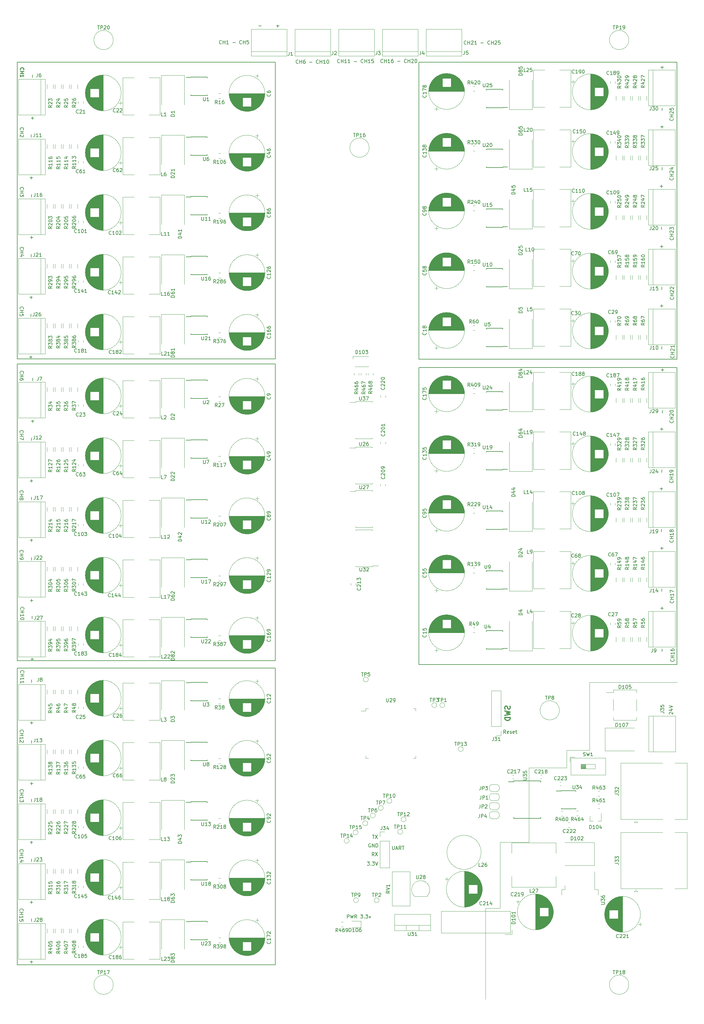
<source format=gbr>
G04 #@! TF.GenerationSoftware,KiCad,Pcbnew,(5.1.0)-1*
G04 #@! TF.CreationDate,2020-08-19T15:17:57+08:00*
G04 #@! TF.ProjectId,LED_driver,4c45445f-6472-4697-9665-722e6b696361,rev?*
G04 #@! TF.SameCoordinates,Original*
G04 #@! TF.FileFunction,Legend,Top*
G04 #@! TF.FilePolarity,Positive*
%FSLAX46Y46*%
G04 Gerber Fmt 4.6, Leading zero omitted, Abs format (unit mm)*
G04 Created by KiCad (PCBNEW (5.1.0)-1) date 2020-08-19 15:17:57*
%MOMM*%
%LPD*%
G04 APERTURE LIST*
%ADD10C,0.120000*%
%ADD11C,0.150000*%
%ADD12C,0.250000*%
%ADD13C,0.300000*%
%ADD14C,0.200000*%
%ADD15C,0.100000*%
G04 APERTURE END LIST*
D10*
X218400000Y-239640000D02*
X243360000Y-239640000D01*
X218400000Y-258990000D02*
X218400000Y-239640000D01*
X211860000Y-263950000D02*
X211850000Y-258990000D01*
X211850000Y-258990000D02*
X218400000Y-258990000D01*
X201110000Y-263950000D02*
X211860000Y-263950000D01*
X201100000Y-285110000D02*
X201110000Y-263950000D01*
X192880000Y-285110000D02*
X201100000Y-285110000D01*
X192880000Y-303920000D02*
X192880000Y-285110000D01*
X188740000Y-303920000D02*
X192880000Y-303920000D01*
X188740000Y-329860000D02*
X188740000Y-303920000D01*
D11*
X239091428Y-76973333D02*
X239091428Y-76211428D01*
X239091428Y-65068571D02*
X239091428Y-64306666D01*
X239472380Y-64687619D02*
X238710476Y-64687619D01*
X239051428Y-93883333D02*
X239051428Y-93121428D01*
X239051428Y-81978571D02*
X239051428Y-81216666D01*
X239432380Y-81597619D02*
X238670476Y-81597619D01*
X238851428Y-110803333D02*
X238851428Y-110041428D01*
X238851428Y-98898571D02*
X238851428Y-98136666D01*
X239232380Y-98517619D02*
X238470476Y-98517619D01*
X238971428Y-127923333D02*
X238971428Y-127161428D01*
X238971428Y-116018571D02*
X238971428Y-115256666D01*
X239352380Y-115637619D02*
X238590476Y-115637619D01*
X238931428Y-144803333D02*
X238931428Y-144041428D01*
X238931428Y-132898571D02*
X238931428Y-132136666D01*
X239312380Y-132517619D02*
X238550476Y-132517619D01*
X239171428Y-163013333D02*
X239171428Y-162251428D01*
X239171428Y-151108571D02*
X239171428Y-150346666D01*
X239552380Y-150727619D02*
X238790476Y-150727619D01*
X238931428Y-179853333D02*
X238931428Y-179091428D01*
X238931428Y-167948571D02*
X238931428Y-167186666D01*
X239312380Y-167567619D02*
X238550476Y-167567619D01*
X238851428Y-196853333D02*
X238851428Y-196091428D01*
X238851428Y-184948571D02*
X238851428Y-184186666D01*
X239232380Y-184567619D02*
X238470476Y-184567619D01*
X239011428Y-213773333D02*
X239011428Y-213011428D01*
X239011428Y-201868571D02*
X239011428Y-201106666D01*
X239392380Y-201487619D02*
X238630476Y-201487619D01*
X239051428Y-230833333D02*
X239051428Y-230071428D01*
X239051428Y-218928571D02*
X239051428Y-218166666D01*
X239432380Y-218547619D02*
X238670476Y-218547619D01*
X59438571Y-306906666D02*
X59438571Y-307668571D01*
X59438571Y-318811428D02*
X59438571Y-319573333D01*
X59057619Y-319192380D02*
X59819523Y-319192380D01*
X59438571Y-289906666D02*
X59438571Y-290668571D01*
X59438571Y-301811428D02*
X59438571Y-302573333D01*
X59057619Y-302192380D02*
X59819523Y-302192380D01*
X59438571Y-272866666D02*
X59438571Y-273628571D01*
X59438571Y-284771428D02*
X59438571Y-285533333D01*
X59057619Y-285152380D02*
X59819523Y-285152380D01*
X59518571Y-256146666D02*
X59518571Y-256908571D01*
X59518571Y-268051428D02*
X59518571Y-268813333D01*
X59137619Y-268432380D02*
X59899523Y-268432380D01*
X59518571Y-238866666D02*
X59518571Y-239628571D01*
X59518571Y-250771428D02*
X59518571Y-251533333D01*
X59137619Y-251152380D02*
X59899523Y-251152380D01*
X59678571Y-220786666D02*
X59678571Y-221548571D01*
X59678571Y-232691428D02*
X59678571Y-233453333D01*
X59297619Y-233072380D02*
X60059523Y-233072380D01*
X59518571Y-204066666D02*
X59518571Y-204828571D01*
X59518571Y-215971428D02*
X59518571Y-216733333D01*
X59137619Y-216352380D02*
X59899523Y-216352380D01*
X59438571Y-186906666D02*
X59438571Y-187668571D01*
X59438571Y-198811428D02*
X59438571Y-199573333D01*
X59057619Y-199192380D02*
X59819523Y-199192380D01*
X59478571Y-170026666D02*
X59478571Y-170788571D01*
X59478571Y-181931428D02*
X59478571Y-182693333D01*
X59097619Y-182312380D02*
X59859523Y-182312380D01*
X59808571Y-153046666D02*
X59808571Y-153808571D01*
X59808571Y-164951428D02*
X59808571Y-165713333D01*
X59427619Y-165332380D02*
X60189523Y-165332380D01*
X59308571Y-134806666D02*
X59308571Y-135568571D01*
X59308571Y-146711428D02*
X59308571Y-147473333D01*
X58927619Y-147092380D02*
X59689523Y-147092380D01*
X59358571Y-117846666D02*
X59358571Y-118608571D01*
X59358571Y-129751428D02*
X59358571Y-130513333D01*
X58977619Y-130132380D02*
X59739523Y-130132380D01*
X59498571Y-100776666D02*
X59498571Y-101538571D01*
X59498571Y-112681428D02*
X59498571Y-113443333D01*
X59117619Y-113062380D02*
X59879523Y-113062380D01*
X59408571Y-83786666D02*
X59408571Y-84548571D01*
X59408571Y-95691428D02*
X59408571Y-96453333D01*
X59027619Y-96072380D02*
X59789523Y-96072380D01*
X59748571Y-66806666D02*
X59748571Y-67568571D01*
X59748571Y-78711428D02*
X59748571Y-79473333D01*
X59367619Y-79092380D02*
X60129523Y-79092380D01*
X124185238Y-52891428D02*
X124947142Y-52891428D01*
X129232857Y-52891428D02*
X129994761Y-52891428D01*
X129613809Y-53272380D02*
X129613809Y-52510476D01*
X183296190Y-58037142D02*
X183248571Y-58084761D01*
X183105714Y-58132380D01*
X183010476Y-58132380D01*
X182867619Y-58084761D01*
X182772380Y-57989523D01*
X182724761Y-57894285D01*
X182677142Y-57703809D01*
X182677142Y-57560952D01*
X182724761Y-57370476D01*
X182772380Y-57275238D01*
X182867619Y-57180000D01*
X183010476Y-57132380D01*
X183105714Y-57132380D01*
X183248571Y-57180000D01*
X183296190Y-57227619D01*
X183724761Y-58132380D02*
X183724761Y-57132380D01*
X183724761Y-57608571D02*
X184296190Y-57608571D01*
X184296190Y-58132380D02*
X184296190Y-57132380D01*
X184724761Y-57227619D02*
X184772380Y-57180000D01*
X184867619Y-57132380D01*
X185105714Y-57132380D01*
X185200952Y-57180000D01*
X185248571Y-57227619D01*
X185296190Y-57322857D01*
X185296190Y-57418095D01*
X185248571Y-57560952D01*
X184677142Y-58132380D01*
X185296190Y-58132380D01*
X186248571Y-58132380D02*
X185677142Y-58132380D01*
X185962857Y-58132380D02*
X185962857Y-57132380D01*
X185867619Y-57275238D01*
X185772380Y-57370476D01*
X185677142Y-57418095D01*
X187439047Y-57751428D02*
X188200952Y-57751428D01*
X190010476Y-58037142D02*
X189962857Y-58084761D01*
X189820000Y-58132380D01*
X189724761Y-58132380D01*
X189581904Y-58084761D01*
X189486666Y-57989523D01*
X189439047Y-57894285D01*
X189391428Y-57703809D01*
X189391428Y-57560952D01*
X189439047Y-57370476D01*
X189486666Y-57275238D01*
X189581904Y-57180000D01*
X189724761Y-57132380D01*
X189820000Y-57132380D01*
X189962857Y-57180000D01*
X190010476Y-57227619D01*
X190439047Y-58132380D02*
X190439047Y-57132380D01*
X190439047Y-57608571D02*
X191010476Y-57608571D01*
X191010476Y-58132380D02*
X191010476Y-57132380D01*
X191439047Y-57227619D02*
X191486666Y-57180000D01*
X191581904Y-57132380D01*
X191820000Y-57132380D01*
X191915238Y-57180000D01*
X191962857Y-57227619D01*
X192010476Y-57322857D01*
X192010476Y-57418095D01*
X191962857Y-57560952D01*
X191391428Y-58132380D01*
X192010476Y-58132380D01*
X192915238Y-57132380D02*
X192439047Y-57132380D01*
X192391428Y-57608571D01*
X192439047Y-57560952D01*
X192534285Y-57513333D01*
X192772380Y-57513333D01*
X192867619Y-57560952D01*
X192915238Y-57608571D01*
X192962857Y-57703809D01*
X192962857Y-57941904D01*
X192915238Y-58037142D01*
X192867619Y-58084761D01*
X192772380Y-58132380D01*
X192534285Y-58132380D01*
X192439047Y-58084761D01*
X192391428Y-58037142D01*
X159566190Y-63247142D02*
X159518571Y-63294761D01*
X159375714Y-63342380D01*
X159280476Y-63342380D01*
X159137619Y-63294761D01*
X159042380Y-63199523D01*
X158994761Y-63104285D01*
X158947142Y-62913809D01*
X158947142Y-62770952D01*
X158994761Y-62580476D01*
X159042380Y-62485238D01*
X159137619Y-62390000D01*
X159280476Y-62342380D01*
X159375714Y-62342380D01*
X159518571Y-62390000D01*
X159566190Y-62437619D01*
X159994761Y-63342380D02*
X159994761Y-62342380D01*
X159994761Y-62818571D02*
X160566190Y-62818571D01*
X160566190Y-63342380D02*
X160566190Y-62342380D01*
X161566190Y-63342380D02*
X160994761Y-63342380D01*
X161280476Y-63342380D02*
X161280476Y-62342380D01*
X161185238Y-62485238D01*
X161090000Y-62580476D01*
X160994761Y-62628095D01*
X162423333Y-62342380D02*
X162232857Y-62342380D01*
X162137619Y-62390000D01*
X162090000Y-62437619D01*
X161994761Y-62580476D01*
X161947142Y-62770952D01*
X161947142Y-63151904D01*
X161994761Y-63247142D01*
X162042380Y-63294761D01*
X162137619Y-63342380D01*
X162328095Y-63342380D01*
X162423333Y-63294761D01*
X162470952Y-63247142D01*
X162518571Y-63151904D01*
X162518571Y-62913809D01*
X162470952Y-62818571D01*
X162423333Y-62770952D01*
X162328095Y-62723333D01*
X162137619Y-62723333D01*
X162042380Y-62770952D01*
X161994761Y-62818571D01*
X161947142Y-62913809D01*
X163709047Y-62961428D02*
X164470952Y-62961428D01*
X166280476Y-63247142D02*
X166232857Y-63294761D01*
X166090000Y-63342380D01*
X165994761Y-63342380D01*
X165851904Y-63294761D01*
X165756666Y-63199523D01*
X165709047Y-63104285D01*
X165661428Y-62913809D01*
X165661428Y-62770952D01*
X165709047Y-62580476D01*
X165756666Y-62485238D01*
X165851904Y-62390000D01*
X165994761Y-62342380D01*
X166090000Y-62342380D01*
X166232857Y-62390000D01*
X166280476Y-62437619D01*
X166709047Y-63342380D02*
X166709047Y-62342380D01*
X166709047Y-62818571D02*
X167280476Y-62818571D01*
X167280476Y-63342380D02*
X167280476Y-62342380D01*
X167709047Y-62437619D02*
X167756666Y-62390000D01*
X167851904Y-62342380D01*
X168090000Y-62342380D01*
X168185238Y-62390000D01*
X168232857Y-62437619D01*
X168280476Y-62532857D01*
X168280476Y-62628095D01*
X168232857Y-62770952D01*
X167661428Y-63342380D01*
X168280476Y-63342380D01*
X168899523Y-62342380D02*
X168994761Y-62342380D01*
X169090000Y-62390000D01*
X169137619Y-62437619D01*
X169185238Y-62532857D01*
X169232857Y-62723333D01*
X169232857Y-62961428D01*
X169185238Y-63151904D01*
X169137619Y-63247142D01*
X169090000Y-63294761D01*
X168994761Y-63342380D01*
X168899523Y-63342380D01*
X168804285Y-63294761D01*
X168756666Y-63247142D01*
X168709047Y-63151904D01*
X168661428Y-62961428D01*
X168661428Y-62723333D01*
X168709047Y-62532857D01*
X168756666Y-62437619D01*
X168804285Y-62390000D01*
X168899523Y-62342380D01*
X147236190Y-63297142D02*
X147188571Y-63344761D01*
X147045714Y-63392380D01*
X146950476Y-63392380D01*
X146807619Y-63344761D01*
X146712380Y-63249523D01*
X146664761Y-63154285D01*
X146617142Y-62963809D01*
X146617142Y-62820952D01*
X146664761Y-62630476D01*
X146712380Y-62535238D01*
X146807619Y-62440000D01*
X146950476Y-62392380D01*
X147045714Y-62392380D01*
X147188571Y-62440000D01*
X147236190Y-62487619D01*
X147664761Y-63392380D02*
X147664761Y-62392380D01*
X147664761Y-62868571D02*
X148236190Y-62868571D01*
X148236190Y-63392380D02*
X148236190Y-62392380D01*
X149236190Y-63392380D02*
X148664761Y-63392380D01*
X148950476Y-63392380D02*
X148950476Y-62392380D01*
X148855238Y-62535238D01*
X148760000Y-62630476D01*
X148664761Y-62678095D01*
X150188571Y-63392380D02*
X149617142Y-63392380D01*
X149902857Y-63392380D02*
X149902857Y-62392380D01*
X149807619Y-62535238D01*
X149712380Y-62630476D01*
X149617142Y-62678095D01*
X151379047Y-63011428D02*
X152140952Y-63011428D01*
X153950476Y-63297142D02*
X153902857Y-63344761D01*
X153760000Y-63392380D01*
X153664761Y-63392380D01*
X153521904Y-63344761D01*
X153426666Y-63249523D01*
X153379047Y-63154285D01*
X153331428Y-62963809D01*
X153331428Y-62820952D01*
X153379047Y-62630476D01*
X153426666Y-62535238D01*
X153521904Y-62440000D01*
X153664761Y-62392380D01*
X153760000Y-62392380D01*
X153902857Y-62440000D01*
X153950476Y-62487619D01*
X154379047Y-63392380D02*
X154379047Y-62392380D01*
X154379047Y-62868571D02*
X154950476Y-62868571D01*
X154950476Y-63392380D02*
X154950476Y-62392380D01*
X155950476Y-63392380D02*
X155379047Y-63392380D01*
X155664761Y-63392380D02*
X155664761Y-62392380D01*
X155569523Y-62535238D01*
X155474285Y-62630476D01*
X155379047Y-62678095D01*
X156855238Y-62392380D02*
X156379047Y-62392380D01*
X156331428Y-62868571D01*
X156379047Y-62820952D01*
X156474285Y-62773333D01*
X156712380Y-62773333D01*
X156807619Y-62820952D01*
X156855238Y-62868571D01*
X156902857Y-62963809D01*
X156902857Y-63201904D01*
X156855238Y-63297142D01*
X156807619Y-63344761D01*
X156712380Y-63392380D01*
X156474285Y-63392380D01*
X156379047Y-63344761D01*
X156331428Y-63297142D01*
X135442380Y-63467142D02*
X135394761Y-63514761D01*
X135251904Y-63562380D01*
X135156666Y-63562380D01*
X135013809Y-63514761D01*
X134918571Y-63419523D01*
X134870952Y-63324285D01*
X134823333Y-63133809D01*
X134823333Y-62990952D01*
X134870952Y-62800476D01*
X134918571Y-62705238D01*
X135013809Y-62610000D01*
X135156666Y-62562380D01*
X135251904Y-62562380D01*
X135394761Y-62610000D01*
X135442380Y-62657619D01*
X135870952Y-63562380D02*
X135870952Y-62562380D01*
X135870952Y-63038571D02*
X136442380Y-63038571D01*
X136442380Y-63562380D02*
X136442380Y-62562380D01*
X137347142Y-62562380D02*
X137156666Y-62562380D01*
X137061428Y-62610000D01*
X137013809Y-62657619D01*
X136918571Y-62800476D01*
X136870952Y-62990952D01*
X136870952Y-63371904D01*
X136918571Y-63467142D01*
X136966190Y-63514761D01*
X137061428Y-63562380D01*
X137251904Y-63562380D01*
X137347142Y-63514761D01*
X137394761Y-63467142D01*
X137442380Y-63371904D01*
X137442380Y-63133809D01*
X137394761Y-63038571D01*
X137347142Y-62990952D01*
X137251904Y-62943333D01*
X137061428Y-62943333D01*
X136966190Y-62990952D01*
X136918571Y-63038571D01*
X136870952Y-63133809D01*
X138632857Y-63181428D02*
X139394761Y-63181428D01*
X141204285Y-63467142D02*
X141156666Y-63514761D01*
X141013809Y-63562380D01*
X140918571Y-63562380D01*
X140775714Y-63514761D01*
X140680476Y-63419523D01*
X140632857Y-63324285D01*
X140585238Y-63133809D01*
X140585238Y-62990952D01*
X140632857Y-62800476D01*
X140680476Y-62705238D01*
X140775714Y-62610000D01*
X140918571Y-62562380D01*
X141013809Y-62562380D01*
X141156666Y-62610000D01*
X141204285Y-62657619D01*
X141632857Y-63562380D02*
X141632857Y-62562380D01*
X141632857Y-63038571D02*
X142204285Y-63038571D01*
X142204285Y-63562380D02*
X142204285Y-62562380D01*
X143204285Y-63562380D02*
X142632857Y-63562380D01*
X142918571Y-63562380D02*
X142918571Y-62562380D01*
X142823333Y-62705238D01*
X142728095Y-62800476D01*
X142632857Y-62848095D01*
X143823333Y-62562380D02*
X143918571Y-62562380D01*
X144013809Y-62610000D01*
X144061428Y-62657619D01*
X144109047Y-62752857D01*
X144156666Y-62943333D01*
X144156666Y-63181428D01*
X144109047Y-63371904D01*
X144061428Y-63467142D01*
X144013809Y-63514761D01*
X143918571Y-63562380D01*
X143823333Y-63562380D01*
X143728095Y-63514761D01*
X143680476Y-63467142D01*
X143632857Y-63371904D01*
X143585238Y-63181428D01*
X143585238Y-62943333D01*
X143632857Y-62752857D01*
X143680476Y-62657619D01*
X143728095Y-62610000D01*
X143823333Y-62562380D01*
X113578571Y-57917142D02*
X113530952Y-57964761D01*
X113388095Y-58012380D01*
X113292857Y-58012380D01*
X113150000Y-57964761D01*
X113054761Y-57869523D01*
X113007142Y-57774285D01*
X112959523Y-57583809D01*
X112959523Y-57440952D01*
X113007142Y-57250476D01*
X113054761Y-57155238D01*
X113150000Y-57060000D01*
X113292857Y-57012380D01*
X113388095Y-57012380D01*
X113530952Y-57060000D01*
X113578571Y-57107619D01*
X114007142Y-58012380D02*
X114007142Y-57012380D01*
X114007142Y-57488571D02*
X114578571Y-57488571D01*
X114578571Y-58012380D02*
X114578571Y-57012380D01*
X115578571Y-58012380D02*
X115007142Y-58012380D01*
X115292857Y-58012380D02*
X115292857Y-57012380D01*
X115197619Y-57155238D01*
X115102380Y-57250476D01*
X115007142Y-57298095D01*
X116769047Y-57631428D02*
X117530952Y-57631428D01*
X119340476Y-57917142D02*
X119292857Y-57964761D01*
X119150000Y-58012380D01*
X119054761Y-58012380D01*
X118911904Y-57964761D01*
X118816666Y-57869523D01*
X118769047Y-57774285D01*
X118721428Y-57583809D01*
X118721428Y-57440952D01*
X118769047Y-57250476D01*
X118816666Y-57155238D01*
X118911904Y-57060000D01*
X119054761Y-57012380D01*
X119150000Y-57012380D01*
X119292857Y-57060000D01*
X119340476Y-57107619D01*
X119769047Y-58012380D02*
X119769047Y-57012380D01*
X119769047Y-57488571D02*
X120340476Y-57488571D01*
X120340476Y-58012380D02*
X120340476Y-57012380D01*
X121292857Y-57012380D02*
X120816666Y-57012380D01*
X120769047Y-57488571D01*
X120816666Y-57440952D01*
X120911904Y-57393333D01*
X121150000Y-57393333D01*
X121245238Y-57440952D01*
X121292857Y-57488571D01*
X121340476Y-57583809D01*
X121340476Y-57821904D01*
X121292857Y-57917142D01*
X121245238Y-57964761D01*
X121150000Y-58012380D01*
X120911904Y-58012380D01*
X120816666Y-57964761D01*
X120769047Y-57917142D01*
X242157142Y-79186666D02*
X242204761Y-79234285D01*
X242252380Y-79377142D01*
X242252380Y-79472380D01*
X242204761Y-79615238D01*
X242109523Y-79710476D01*
X242014285Y-79758095D01*
X241823809Y-79805714D01*
X241680952Y-79805714D01*
X241490476Y-79758095D01*
X241395238Y-79710476D01*
X241300000Y-79615238D01*
X241252380Y-79472380D01*
X241252380Y-79377142D01*
X241300000Y-79234285D01*
X241347619Y-79186666D01*
X242252380Y-78758095D02*
X241252380Y-78758095D01*
X241728571Y-78758095D02*
X241728571Y-78186666D01*
X242252380Y-78186666D02*
X241252380Y-78186666D01*
X241347619Y-77758095D02*
X241300000Y-77710476D01*
X241252380Y-77615238D01*
X241252380Y-77377142D01*
X241300000Y-77281904D01*
X241347619Y-77234285D01*
X241442857Y-77186666D01*
X241538095Y-77186666D01*
X241680952Y-77234285D01*
X242252380Y-77805714D01*
X242252380Y-77186666D01*
X241252380Y-76281904D02*
X241252380Y-76758095D01*
X241728571Y-76805714D01*
X241680952Y-76758095D01*
X241633333Y-76662857D01*
X241633333Y-76424761D01*
X241680952Y-76329523D01*
X241728571Y-76281904D01*
X241823809Y-76234285D01*
X242061904Y-76234285D01*
X242157142Y-76281904D01*
X242204761Y-76329523D01*
X242252380Y-76424761D01*
X242252380Y-76662857D01*
X242204761Y-76758095D01*
X242157142Y-76805714D01*
X242157142Y-96106666D02*
X242204761Y-96154285D01*
X242252380Y-96297142D01*
X242252380Y-96392380D01*
X242204761Y-96535238D01*
X242109523Y-96630476D01*
X242014285Y-96678095D01*
X241823809Y-96725714D01*
X241680952Y-96725714D01*
X241490476Y-96678095D01*
X241395238Y-96630476D01*
X241300000Y-96535238D01*
X241252380Y-96392380D01*
X241252380Y-96297142D01*
X241300000Y-96154285D01*
X241347619Y-96106666D01*
X242252380Y-95678095D02*
X241252380Y-95678095D01*
X241728571Y-95678095D02*
X241728571Y-95106666D01*
X242252380Y-95106666D02*
X241252380Y-95106666D01*
X241347619Y-94678095D02*
X241300000Y-94630476D01*
X241252380Y-94535238D01*
X241252380Y-94297142D01*
X241300000Y-94201904D01*
X241347619Y-94154285D01*
X241442857Y-94106666D01*
X241538095Y-94106666D01*
X241680952Y-94154285D01*
X242252380Y-94725714D01*
X242252380Y-94106666D01*
X241585714Y-93249523D02*
X242252380Y-93249523D01*
X241204761Y-93487619D02*
X241919047Y-93725714D01*
X241919047Y-93106666D01*
X242197142Y-113146666D02*
X242244761Y-113194285D01*
X242292380Y-113337142D01*
X242292380Y-113432380D01*
X242244761Y-113575238D01*
X242149523Y-113670476D01*
X242054285Y-113718095D01*
X241863809Y-113765714D01*
X241720952Y-113765714D01*
X241530476Y-113718095D01*
X241435238Y-113670476D01*
X241340000Y-113575238D01*
X241292380Y-113432380D01*
X241292380Y-113337142D01*
X241340000Y-113194285D01*
X241387619Y-113146666D01*
X242292380Y-112718095D02*
X241292380Y-112718095D01*
X241768571Y-112718095D02*
X241768571Y-112146666D01*
X242292380Y-112146666D02*
X241292380Y-112146666D01*
X241387619Y-111718095D02*
X241340000Y-111670476D01*
X241292380Y-111575238D01*
X241292380Y-111337142D01*
X241340000Y-111241904D01*
X241387619Y-111194285D01*
X241482857Y-111146666D01*
X241578095Y-111146666D01*
X241720952Y-111194285D01*
X242292380Y-111765714D01*
X242292380Y-111146666D01*
X241292380Y-110813333D02*
X241292380Y-110194285D01*
X241673333Y-110527619D01*
X241673333Y-110384761D01*
X241720952Y-110289523D01*
X241768571Y-110241904D01*
X241863809Y-110194285D01*
X242101904Y-110194285D01*
X242197142Y-110241904D01*
X242244761Y-110289523D01*
X242292380Y-110384761D01*
X242292380Y-110670476D01*
X242244761Y-110765714D01*
X242197142Y-110813333D01*
X242277142Y-130106666D02*
X242324761Y-130154285D01*
X242372380Y-130297142D01*
X242372380Y-130392380D01*
X242324761Y-130535238D01*
X242229523Y-130630476D01*
X242134285Y-130678095D01*
X241943809Y-130725714D01*
X241800952Y-130725714D01*
X241610476Y-130678095D01*
X241515238Y-130630476D01*
X241420000Y-130535238D01*
X241372380Y-130392380D01*
X241372380Y-130297142D01*
X241420000Y-130154285D01*
X241467619Y-130106666D01*
X242372380Y-129678095D02*
X241372380Y-129678095D01*
X241848571Y-129678095D02*
X241848571Y-129106666D01*
X242372380Y-129106666D02*
X241372380Y-129106666D01*
X241467619Y-128678095D02*
X241420000Y-128630476D01*
X241372380Y-128535238D01*
X241372380Y-128297142D01*
X241420000Y-128201904D01*
X241467619Y-128154285D01*
X241562857Y-128106666D01*
X241658095Y-128106666D01*
X241800952Y-128154285D01*
X242372380Y-128725714D01*
X242372380Y-128106666D01*
X241467619Y-127725714D02*
X241420000Y-127678095D01*
X241372380Y-127582857D01*
X241372380Y-127344761D01*
X241420000Y-127249523D01*
X241467619Y-127201904D01*
X241562857Y-127154285D01*
X241658095Y-127154285D01*
X241800952Y-127201904D01*
X242372380Y-127773333D01*
X242372380Y-127154285D01*
X242397142Y-146746666D02*
X242444761Y-146794285D01*
X242492380Y-146937142D01*
X242492380Y-147032380D01*
X242444761Y-147175238D01*
X242349523Y-147270476D01*
X242254285Y-147318095D01*
X242063809Y-147365714D01*
X241920952Y-147365714D01*
X241730476Y-147318095D01*
X241635238Y-147270476D01*
X241540000Y-147175238D01*
X241492380Y-147032380D01*
X241492380Y-146937142D01*
X241540000Y-146794285D01*
X241587619Y-146746666D01*
X242492380Y-146318095D02*
X241492380Y-146318095D01*
X241968571Y-146318095D02*
X241968571Y-145746666D01*
X242492380Y-145746666D02*
X241492380Y-145746666D01*
X241587619Y-145318095D02*
X241540000Y-145270476D01*
X241492380Y-145175238D01*
X241492380Y-144937142D01*
X241540000Y-144841904D01*
X241587619Y-144794285D01*
X241682857Y-144746666D01*
X241778095Y-144746666D01*
X241920952Y-144794285D01*
X242492380Y-145365714D01*
X242492380Y-144746666D01*
X242492380Y-143794285D02*
X242492380Y-144365714D01*
X242492380Y-144080000D02*
X241492380Y-144080000D01*
X241635238Y-144175238D01*
X241730476Y-144270476D01*
X241778095Y-144365714D01*
X242157142Y-165186666D02*
X242204761Y-165234285D01*
X242252380Y-165377142D01*
X242252380Y-165472380D01*
X242204761Y-165615238D01*
X242109523Y-165710476D01*
X242014285Y-165758095D01*
X241823809Y-165805714D01*
X241680952Y-165805714D01*
X241490476Y-165758095D01*
X241395238Y-165710476D01*
X241300000Y-165615238D01*
X241252380Y-165472380D01*
X241252380Y-165377142D01*
X241300000Y-165234285D01*
X241347619Y-165186666D01*
X242252380Y-164758095D02*
X241252380Y-164758095D01*
X241728571Y-164758095D02*
X241728571Y-164186666D01*
X242252380Y-164186666D02*
X241252380Y-164186666D01*
X241347619Y-163758095D02*
X241300000Y-163710476D01*
X241252380Y-163615238D01*
X241252380Y-163377142D01*
X241300000Y-163281904D01*
X241347619Y-163234285D01*
X241442857Y-163186666D01*
X241538095Y-163186666D01*
X241680952Y-163234285D01*
X242252380Y-163805714D01*
X242252380Y-163186666D01*
X241252380Y-162567619D02*
X241252380Y-162472380D01*
X241300000Y-162377142D01*
X241347619Y-162329523D01*
X241442857Y-162281904D01*
X241633333Y-162234285D01*
X241871428Y-162234285D01*
X242061904Y-162281904D01*
X242157142Y-162329523D01*
X242204761Y-162377142D01*
X242252380Y-162472380D01*
X242252380Y-162567619D01*
X242204761Y-162662857D01*
X242157142Y-162710476D01*
X242061904Y-162758095D01*
X241871428Y-162805714D01*
X241633333Y-162805714D01*
X241442857Y-162758095D01*
X241347619Y-162710476D01*
X241300000Y-162662857D01*
X241252380Y-162567619D01*
X242117142Y-182226666D02*
X242164761Y-182274285D01*
X242212380Y-182417142D01*
X242212380Y-182512380D01*
X242164761Y-182655238D01*
X242069523Y-182750476D01*
X241974285Y-182798095D01*
X241783809Y-182845714D01*
X241640952Y-182845714D01*
X241450476Y-182798095D01*
X241355238Y-182750476D01*
X241260000Y-182655238D01*
X241212380Y-182512380D01*
X241212380Y-182417142D01*
X241260000Y-182274285D01*
X241307619Y-182226666D01*
X242212380Y-181798095D02*
X241212380Y-181798095D01*
X241688571Y-181798095D02*
X241688571Y-181226666D01*
X242212380Y-181226666D02*
X241212380Y-181226666D01*
X242212380Y-180226666D02*
X242212380Y-180798095D01*
X242212380Y-180512380D02*
X241212380Y-180512380D01*
X241355238Y-180607619D01*
X241450476Y-180702857D01*
X241498095Y-180798095D01*
X242212380Y-179750476D02*
X242212380Y-179560000D01*
X242164761Y-179464761D01*
X242117142Y-179417142D01*
X241974285Y-179321904D01*
X241783809Y-179274285D01*
X241402857Y-179274285D01*
X241307619Y-179321904D01*
X241260000Y-179369523D01*
X241212380Y-179464761D01*
X241212380Y-179655238D01*
X241260000Y-179750476D01*
X241307619Y-179798095D01*
X241402857Y-179845714D01*
X241640952Y-179845714D01*
X241736190Y-179798095D01*
X241783809Y-179750476D01*
X241831428Y-179655238D01*
X241831428Y-179464761D01*
X241783809Y-179369523D01*
X241736190Y-179321904D01*
X241640952Y-179274285D01*
X242157142Y-199186666D02*
X242204761Y-199234285D01*
X242252380Y-199377142D01*
X242252380Y-199472380D01*
X242204761Y-199615238D01*
X242109523Y-199710476D01*
X242014285Y-199758095D01*
X241823809Y-199805714D01*
X241680952Y-199805714D01*
X241490476Y-199758095D01*
X241395238Y-199710476D01*
X241300000Y-199615238D01*
X241252380Y-199472380D01*
X241252380Y-199377142D01*
X241300000Y-199234285D01*
X241347619Y-199186666D01*
X242252380Y-198758095D02*
X241252380Y-198758095D01*
X241728571Y-198758095D02*
X241728571Y-198186666D01*
X242252380Y-198186666D02*
X241252380Y-198186666D01*
X242252380Y-197186666D02*
X242252380Y-197758095D01*
X242252380Y-197472380D02*
X241252380Y-197472380D01*
X241395238Y-197567619D01*
X241490476Y-197662857D01*
X241538095Y-197758095D01*
X241680952Y-196615238D02*
X241633333Y-196710476D01*
X241585714Y-196758095D01*
X241490476Y-196805714D01*
X241442857Y-196805714D01*
X241347619Y-196758095D01*
X241300000Y-196710476D01*
X241252380Y-196615238D01*
X241252380Y-196424761D01*
X241300000Y-196329523D01*
X241347619Y-196281904D01*
X241442857Y-196234285D01*
X241490476Y-196234285D01*
X241585714Y-196281904D01*
X241633333Y-196329523D01*
X241680952Y-196424761D01*
X241680952Y-196615238D01*
X241728571Y-196710476D01*
X241776190Y-196758095D01*
X241871428Y-196805714D01*
X242061904Y-196805714D01*
X242157142Y-196758095D01*
X242204761Y-196710476D01*
X242252380Y-196615238D01*
X242252380Y-196424761D01*
X242204761Y-196329523D01*
X242157142Y-196281904D01*
X242061904Y-196234285D01*
X241871428Y-196234285D01*
X241776190Y-196281904D01*
X241728571Y-196329523D01*
X241680952Y-196424761D01*
X242237142Y-216426666D02*
X242284761Y-216474285D01*
X242332380Y-216617142D01*
X242332380Y-216712380D01*
X242284761Y-216855238D01*
X242189523Y-216950476D01*
X242094285Y-216998095D01*
X241903809Y-217045714D01*
X241760952Y-217045714D01*
X241570476Y-216998095D01*
X241475238Y-216950476D01*
X241380000Y-216855238D01*
X241332380Y-216712380D01*
X241332380Y-216617142D01*
X241380000Y-216474285D01*
X241427619Y-216426666D01*
X242332380Y-215998095D02*
X241332380Y-215998095D01*
X241808571Y-215998095D02*
X241808571Y-215426666D01*
X242332380Y-215426666D02*
X241332380Y-215426666D01*
X242332380Y-214426666D02*
X242332380Y-214998095D01*
X242332380Y-214712380D02*
X241332380Y-214712380D01*
X241475238Y-214807619D01*
X241570476Y-214902857D01*
X241618095Y-214998095D01*
X241332380Y-214093333D02*
X241332380Y-213426666D01*
X242332380Y-213855238D01*
X242397142Y-233086666D02*
X242444761Y-233134285D01*
X242492380Y-233277142D01*
X242492380Y-233372380D01*
X242444761Y-233515238D01*
X242349523Y-233610476D01*
X242254285Y-233658095D01*
X242063809Y-233705714D01*
X241920952Y-233705714D01*
X241730476Y-233658095D01*
X241635238Y-233610476D01*
X241540000Y-233515238D01*
X241492380Y-233372380D01*
X241492380Y-233277142D01*
X241540000Y-233134285D01*
X241587619Y-233086666D01*
X242492380Y-232658095D02*
X241492380Y-232658095D01*
X241968571Y-232658095D02*
X241968571Y-232086666D01*
X242492380Y-232086666D02*
X241492380Y-232086666D01*
X242492380Y-231086666D02*
X242492380Y-231658095D01*
X242492380Y-231372380D02*
X241492380Y-231372380D01*
X241635238Y-231467619D01*
X241730476Y-231562857D01*
X241778095Y-231658095D01*
X241492380Y-230229523D02*
X241492380Y-230420000D01*
X241540000Y-230515238D01*
X241587619Y-230562857D01*
X241730476Y-230658095D01*
X241920952Y-230705714D01*
X242301904Y-230705714D01*
X242397142Y-230658095D01*
X242444761Y-230610476D01*
X242492380Y-230515238D01*
X242492380Y-230324761D01*
X242444761Y-230229523D01*
X242397142Y-230181904D01*
X242301904Y-230134285D01*
X242063809Y-230134285D01*
X241968571Y-230181904D01*
X241920952Y-230229523D01*
X241873333Y-230324761D01*
X241873333Y-230515238D01*
X241920952Y-230610476D01*
X241968571Y-230658095D01*
X242063809Y-230705714D01*
X56222857Y-304713333D02*
X56175238Y-304665714D01*
X56127619Y-304522857D01*
X56127619Y-304427619D01*
X56175238Y-304284761D01*
X56270476Y-304189523D01*
X56365714Y-304141904D01*
X56556190Y-304094285D01*
X56699047Y-304094285D01*
X56889523Y-304141904D01*
X56984761Y-304189523D01*
X57080000Y-304284761D01*
X57127619Y-304427619D01*
X57127619Y-304522857D01*
X57080000Y-304665714D01*
X57032380Y-304713333D01*
X56127619Y-305141904D02*
X57127619Y-305141904D01*
X56651428Y-305141904D02*
X56651428Y-305713333D01*
X56127619Y-305713333D02*
X57127619Y-305713333D01*
X56127619Y-306713333D02*
X56127619Y-306141904D01*
X56127619Y-306427619D02*
X57127619Y-306427619D01*
X56984761Y-306332380D01*
X56889523Y-306237142D01*
X56841904Y-306141904D01*
X57127619Y-307618095D02*
X57127619Y-307141904D01*
X56651428Y-307094285D01*
X56699047Y-307141904D01*
X56746666Y-307237142D01*
X56746666Y-307475238D01*
X56699047Y-307570476D01*
X56651428Y-307618095D01*
X56556190Y-307665714D01*
X56318095Y-307665714D01*
X56222857Y-307618095D01*
X56175238Y-307570476D01*
X56127619Y-307475238D01*
X56127619Y-307237142D01*
X56175238Y-307141904D01*
X56222857Y-307094285D01*
X56242857Y-287843333D02*
X56195238Y-287795714D01*
X56147619Y-287652857D01*
X56147619Y-287557619D01*
X56195238Y-287414761D01*
X56290476Y-287319523D01*
X56385714Y-287271904D01*
X56576190Y-287224285D01*
X56719047Y-287224285D01*
X56909523Y-287271904D01*
X57004761Y-287319523D01*
X57100000Y-287414761D01*
X57147619Y-287557619D01*
X57147619Y-287652857D01*
X57100000Y-287795714D01*
X57052380Y-287843333D01*
X56147619Y-288271904D02*
X57147619Y-288271904D01*
X56671428Y-288271904D02*
X56671428Y-288843333D01*
X56147619Y-288843333D02*
X57147619Y-288843333D01*
X56147619Y-289843333D02*
X56147619Y-289271904D01*
X56147619Y-289557619D02*
X57147619Y-289557619D01*
X57004761Y-289462380D01*
X56909523Y-289367142D01*
X56861904Y-289271904D01*
X56814285Y-290700476D02*
X56147619Y-290700476D01*
X57195238Y-290462380D02*
X56480952Y-290224285D01*
X56480952Y-290843333D01*
X56272857Y-270723333D02*
X56225238Y-270675714D01*
X56177619Y-270532857D01*
X56177619Y-270437619D01*
X56225238Y-270294761D01*
X56320476Y-270199523D01*
X56415714Y-270151904D01*
X56606190Y-270104285D01*
X56749047Y-270104285D01*
X56939523Y-270151904D01*
X57034761Y-270199523D01*
X57130000Y-270294761D01*
X57177619Y-270437619D01*
X57177619Y-270532857D01*
X57130000Y-270675714D01*
X57082380Y-270723333D01*
X56177619Y-271151904D02*
X57177619Y-271151904D01*
X56701428Y-271151904D02*
X56701428Y-271723333D01*
X56177619Y-271723333D02*
X57177619Y-271723333D01*
X56177619Y-272723333D02*
X56177619Y-272151904D01*
X56177619Y-272437619D02*
X57177619Y-272437619D01*
X57034761Y-272342380D01*
X56939523Y-272247142D01*
X56891904Y-272151904D01*
X57177619Y-273056666D02*
X57177619Y-273675714D01*
X56796666Y-273342380D01*
X56796666Y-273485238D01*
X56749047Y-273580476D01*
X56701428Y-273628095D01*
X56606190Y-273675714D01*
X56368095Y-273675714D01*
X56272857Y-273628095D01*
X56225238Y-273580476D01*
X56177619Y-273485238D01*
X56177619Y-273199523D01*
X56225238Y-273104285D01*
X56272857Y-273056666D01*
X56302857Y-253793333D02*
X56255238Y-253745714D01*
X56207619Y-253602857D01*
X56207619Y-253507619D01*
X56255238Y-253364761D01*
X56350476Y-253269523D01*
X56445714Y-253221904D01*
X56636190Y-253174285D01*
X56779047Y-253174285D01*
X56969523Y-253221904D01*
X57064761Y-253269523D01*
X57160000Y-253364761D01*
X57207619Y-253507619D01*
X57207619Y-253602857D01*
X57160000Y-253745714D01*
X57112380Y-253793333D01*
X56207619Y-254221904D02*
X57207619Y-254221904D01*
X56731428Y-254221904D02*
X56731428Y-254793333D01*
X56207619Y-254793333D02*
X57207619Y-254793333D01*
X56207619Y-255793333D02*
X56207619Y-255221904D01*
X56207619Y-255507619D02*
X57207619Y-255507619D01*
X57064761Y-255412380D01*
X56969523Y-255317142D01*
X56921904Y-255221904D01*
X57112380Y-256174285D02*
X57160000Y-256221904D01*
X57207619Y-256317142D01*
X57207619Y-256555238D01*
X57160000Y-256650476D01*
X57112380Y-256698095D01*
X57017142Y-256745714D01*
X56921904Y-256745714D01*
X56779047Y-256698095D01*
X56207619Y-256126666D01*
X56207619Y-256745714D01*
X56427857Y-236923333D02*
X56380238Y-236875714D01*
X56332619Y-236732857D01*
X56332619Y-236637619D01*
X56380238Y-236494761D01*
X56475476Y-236399523D01*
X56570714Y-236351904D01*
X56761190Y-236304285D01*
X56904047Y-236304285D01*
X57094523Y-236351904D01*
X57189761Y-236399523D01*
X57285000Y-236494761D01*
X57332619Y-236637619D01*
X57332619Y-236732857D01*
X57285000Y-236875714D01*
X57237380Y-236923333D01*
X56332619Y-237351904D02*
X57332619Y-237351904D01*
X56856428Y-237351904D02*
X56856428Y-237923333D01*
X56332619Y-237923333D02*
X57332619Y-237923333D01*
X56332619Y-238923333D02*
X56332619Y-238351904D01*
X56332619Y-238637619D02*
X57332619Y-238637619D01*
X57189761Y-238542380D01*
X57094523Y-238447142D01*
X57046904Y-238351904D01*
X56332619Y-239875714D02*
X56332619Y-239304285D01*
X56332619Y-239590000D02*
X57332619Y-239590000D01*
X57189761Y-239494761D01*
X57094523Y-239399523D01*
X57046904Y-239304285D01*
X56452857Y-218883333D02*
X56405238Y-218835714D01*
X56357619Y-218692857D01*
X56357619Y-218597619D01*
X56405238Y-218454761D01*
X56500476Y-218359523D01*
X56595714Y-218311904D01*
X56786190Y-218264285D01*
X56929047Y-218264285D01*
X57119523Y-218311904D01*
X57214761Y-218359523D01*
X57310000Y-218454761D01*
X57357619Y-218597619D01*
X57357619Y-218692857D01*
X57310000Y-218835714D01*
X57262380Y-218883333D01*
X56357619Y-219311904D02*
X57357619Y-219311904D01*
X56881428Y-219311904D02*
X56881428Y-219883333D01*
X56357619Y-219883333D02*
X57357619Y-219883333D01*
X56357619Y-220883333D02*
X56357619Y-220311904D01*
X56357619Y-220597619D02*
X57357619Y-220597619D01*
X57214761Y-220502380D01*
X57119523Y-220407142D01*
X57071904Y-220311904D01*
X57357619Y-221502380D02*
X57357619Y-221597619D01*
X57310000Y-221692857D01*
X57262380Y-221740476D01*
X57167142Y-221788095D01*
X56976666Y-221835714D01*
X56738571Y-221835714D01*
X56548095Y-221788095D01*
X56452857Y-221740476D01*
X56405238Y-221692857D01*
X56357619Y-221597619D01*
X56357619Y-221502380D01*
X56405238Y-221407142D01*
X56452857Y-221359523D01*
X56548095Y-221311904D01*
X56738571Y-221264285D01*
X56976666Y-221264285D01*
X57167142Y-221311904D01*
X57262380Y-221359523D01*
X57310000Y-221407142D01*
X57357619Y-221502380D01*
X56232857Y-202699523D02*
X56185238Y-202651904D01*
X56137619Y-202509047D01*
X56137619Y-202413809D01*
X56185238Y-202270952D01*
X56280476Y-202175714D01*
X56375714Y-202128095D01*
X56566190Y-202080476D01*
X56709047Y-202080476D01*
X56899523Y-202128095D01*
X56994761Y-202175714D01*
X57090000Y-202270952D01*
X57137619Y-202413809D01*
X57137619Y-202509047D01*
X57090000Y-202651904D01*
X57042380Y-202699523D01*
X56137619Y-203128095D02*
X57137619Y-203128095D01*
X56661428Y-203128095D02*
X56661428Y-203699523D01*
X56137619Y-203699523D02*
X57137619Y-203699523D01*
X56137619Y-204223333D02*
X56137619Y-204413809D01*
X56185238Y-204509047D01*
X56232857Y-204556666D01*
X56375714Y-204651904D01*
X56566190Y-204699523D01*
X56947142Y-204699523D01*
X57042380Y-204651904D01*
X57090000Y-204604285D01*
X57137619Y-204509047D01*
X57137619Y-204318571D01*
X57090000Y-204223333D01*
X57042380Y-204175714D01*
X56947142Y-204128095D01*
X56709047Y-204128095D01*
X56613809Y-204175714D01*
X56566190Y-204223333D01*
X56518571Y-204318571D01*
X56518571Y-204509047D01*
X56566190Y-204604285D01*
X56613809Y-204651904D01*
X56709047Y-204699523D01*
X56232857Y-185729523D02*
X56185238Y-185681904D01*
X56137619Y-185539047D01*
X56137619Y-185443809D01*
X56185238Y-185300952D01*
X56280476Y-185205714D01*
X56375714Y-185158095D01*
X56566190Y-185110476D01*
X56709047Y-185110476D01*
X56899523Y-185158095D01*
X56994761Y-185205714D01*
X57090000Y-185300952D01*
X57137619Y-185443809D01*
X57137619Y-185539047D01*
X57090000Y-185681904D01*
X57042380Y-185729523D01*
X56137619Y-186158095D02*
X57137619Y-186158095D01*
X56661428Y-186158095D02*
X56661428Y-186729523D01*
X56137619Y-186729523D02*
X57137619Y-186729523D01*
X56709047Y-187348571D02*
X56756666Y-187253333D01*
X56804285Y-187205714D01*
X56899523Y-187158095D01*
X56947142Y-187158095D01*
X57042380Y-187205714D01*
X57090000Y-187253333D01*
X57137619Y-187348571D01*
X57137619Y-187539047D01*
X57090000Y-187634285D01*
X57042380Y-187681904D01*
X56947142Y-187729523D01*
X56899523Y-187729523D01*
X56804285Y-187681904D01*
X56756666Y-187634285D01*
X56709047Y-187539047D01*
X56709047Y-187348571D01*
X56661428Y-187253333D01*
X56613809Y-187205714D01*
X56518571Y-187158095D01*
X56328095Y-187158095D01*
X56232857Y-187205714D01*
X56185238Y-187253333D01*
X56137619Y-187348571D01*
X56137619Y-187539047D01*
X56185238Y-187634285D01*
X56232857Y-187681904D01*
X56328095Y-187729523D01*
X56518571Y-187729523D01*
X56613809Y-187681904D01*
X56661428Y-187634285D01*
X56709047Y-187539047D01*
X56252857Y-168619523D02*
X56205238Y-168571904D01*
X56157619Y-168429047D01*
X56157619Y-168333809D01*
X56205238Y-168190952D01*
X56300476Y-168095714D01*
X56395714Y-168048095D01*
X56586190Y-168000476D01*
X56729047Y-168000476D01*
X56919523Y-168048095D01*
X57014761Y-168095714D01*
X57110000Y-168190952D01*
X57157619Y-168333809D01*
X57157619Y-168429047D01*
X57110000Y-168571904D01*
X57062380Y-168619523D01*
X56157619Y-169048095D02*
X57157619Y-169048095D01*
X56681428Y-169048095D02*
X56681428Y-169619523D01*
X56157619Y-169619523D02*
X57157619Y-169619523D01*
X57157619Y-170000476D02*
X57157619Y-170667142D01*
X56157619Y-170238571D01*
X56302857Y-151739523D02*
X56255238Y-151691904D01*
X56207619Y-151549047D01*
X56207619Y-151453809D01*
X56255238Y-151310952D01*
X56350476Y-151215714D01*
X56445714Y-151168095D01*
X56636190Y-151120476D01*
X56779047Y-151120476D01*
X56969523Y-151168095D01*
X57064761Y-151215714D01*
X57160000Y-151310952D01*
X57207619Y-151453809D01*
X57207619Y-151549047D01*
X57160000Y-151691904D01*
X57112380Y-151739523D01*
X56207619Y-152168095D02*
X57207619Y-152168095D01*
X56731428Y-152168095D02*
X56731428Y-152739523D01*
X56207619Y-152739523D02*
X57207619Y-152739523D01*
X57207619Y-153644285D02*
X57207619Y-153453809D01*
X57160000Y-153358571D01*
X57112380Y-153310952D01*
X56969523Y-153215714D01*
X56779047Y-153168095D01*
X56398095Y-153168095D01*
X56302857Y-153215714D01*
X56255238Y-153263333D01*
X56207619Y-153358571D01*
X56207619Y-153549047D01*
X56255238Y-153644285D01*
X56302857Y-153691904D01*
X56398095Y-153739523D01*
X56636190Y-153739523D01*
X56731428Y-153691904D01*
X56779047Y-153644285D01*
X56826666Y-153549047D01*
X56826666Y-153358571D01*
X56779047Y-153263333D01*
X56731428Y-153215714D01*
X56636190Y-153168095D01*
X56302857Y-133439523D02*
X56255238Y-133391904D01*
X56207619Y-133249047D01*
X56207619Y-133153809D01*
X56255238Y-133010952D01*
X56350476Y-132915714D01*
X56445714Y-132868095D01*
X56636190Y-132820476D01*
X56779047Y-132820476D01*
X56969523Y-132868095D01*
X57064761Y-132915714D01*
X57160000Y-133010952D01*
X57207619Y-133153809D01*
X57207619Y-133249047D01*
X57160000Y-133391904D01*
X57112380Y-133439523D01*
X56207619Y-133868095D02*
X57207619Y-133868095D01*
X56731428Y-133868095D02*
X56731428Y-134439523D01*
X56207619Y-134439523D02*
X57207619Y-134439523D01*
X57207619Y-135391904D02*
X57207619Y-134915714D01*
X56731428Y-134868095D01*
X56779047Y-134915714D01*
X56826666Y-135010952D01*
X56826666Y-135249047D01*
X56779047Y-135344285D01*
X56731428Y-135391904D01*
X56636190Y-135439523D01*
X56398095Y-135439523D01*
X56302857Y-135391904D01*
X56255238Y-135344285D01*
X56207619Y-135249047D01*
X56207619Y-135010952D01*
X56255238Y-134915714D01*
X56302857Y-134868095D01*
X56322857Y-116489523D02*
X56275238Y-116441904D01*
X56227619Y-116299047D01*
X56227619Y-116203809D01*
X56275238Y-116060952D01*
X56370476Y-115965714D01*
X56465714Y-115918095D01*
X56656190Y-115870476D01*
X56799047Y-115870476D01*
X56989523Y-115918095D01*
X57084761Y-115965714D01*
X57180000Y-116060952D01*
X57227619Y-116203809D01*
X57227619Y-116299047D01*
X57180000Y-116441904D01*
X57132380Y-116489523D01*
X56227619Y-116918095D02*
X57227619Y-116918095D01*
X56751428Y-116918095D02*
X56751428Y-117489523D01*
X56227619Y-117489523D02*
X57227619Y-117489523D01*
X56894285Y-118394285D02*
X56227619Y-118394285D01*
X57275238Y-118156190D02*
X56560952Y-117918095D01*
X56560952Y-118537142D01*
X56322857Y-99429523D02*
X56275238Y-99381904D01*
X56227619Y-99239047D01*
X56227619Y-99143809D01*
X56275238Y-99000952D01*
X56370476Y-98905714D01*
X56465714Y-98858095D01*
X56656190Y-98810476D01*
X56799047Y-98810476D01*
X56989523Y-98858095D01*
X57084761Y-98905714D01*
X57180000Y-99000952D01*
X57227619Y-99143809D01*
X57227619Y-99239047D01*
X57180000Y-99381904D01*
X57132380Y-99429523D01*
X56227619Y-99858095D02*
X57227619Y-99858095D01*
X56751428Y-99858095D02*
X56751428Y-100429523D01*
X56227619Y-100429523D02*
X57227619Y-100429523D01*
X57227619Y-100810476D02*
X57227619Y-101429523D01*
X56846666Y-101096190D01*
X56846666Y-101239047D01*
X56799047Y-101334285D01*
X56751428Y-101381904D01*
X56656190Y-101429523D01*
X56418095Y-101429523D01*
X56322857Y-101381904D01*
X56275238Y-101334285D01*
X56227619Y-101239047D01*
X56227619Y-100953333D01*
X56275238Y-100858095D01*
X56322857Y-100810476D01*
X56322857Y-82479523D02*
X56275238Y-82431904D01*
X56227619Y-82289047D01*
X56227619Y-82193809D01*
X56275238Y-82050952D01*
X56370476Y-81955714D01*
X56465714Y-81908095D01*
X56656190Y-81860476D01*
X56799047Y-81860476D01*
X56989523Y-81908095D01*
X57084761Y-81955714D01*
X57180000Y-82050952D01*
X57227619Y-82193809D01*
X57227619Y-82289047D01*
X57180000Y-82431904D01*
X57132380Y-82479523D01*
X56227619Y-82908095D02*
X57227619Y-82908095D01*
X56751428Y-82908095D02*
X56751428Y-83479523D01*
X56227619Y-83479523D02*
X57227619Y-83479523D01*
X57132380Y-83908095D02*
X57180000Y-83955714D01*
X57227619Y-84050952D01*
X57227619Y-84289047D01*
X57180000Y-84384285D01*
X57132380Y-84431904D01*
X57037142Y-84479523D01*
X56941904Y-84479523D01*
X56799047Y-84431904D01*
X56227619Y-83860476D01*
X56227619Y-84479523D01*
D12*
X56372857Y-65399523D02*
X56325238Y-65351904D01*
X56277619Y-65209047D01*
X56277619Y-65113809D01*
X56325238Y-64970952D01*
X56420476Y-64875714D01*
X56515714Y-64828095D01*
X56706190Y-64780476D01*
X56849047Y-64780476D01*
X57039523Y-64828095D01*
X57134761Y-64875714D01*
X57230000Y-64970952D01*
X57277619Y-65113809D01*
X57277619Y-65209047D01*
X57230000Y-65351904D01*
X57182380Y-65399523D01*
X56277619Y-65828095D02*
X57277619Y-65828095D01*
X56801428Y-65828095D02*
X56801428Y-66399523D01*
X56277619Y-66399523D02*
X57277619Y-66399523D01*
X56277619Y-67399523D02*
X56277619Y-66828095D01*
X56277619Y-67113809D02*
X57277619Y-67113809D01*
X57134761Y-67018571D01*
X57039523Y-66923333D01*
X56991904Y-66828095D01*
D11*
X149394285Y-306752380D02*
X149394285Y-305752380D01*
X149775238Y-305752380D01*
X149870476Y-305800000D01*
X149918095Y-305847619D01*
X149965714Y-305942857D01*
X149965714Y-306085714D01*
X149918095Y-306180952D01*
X149870476Y-306228571D01*
X149775238Y-306276190D01*
X149394285Y-306276190D01*
X150299047Y-305752380D02*
X150537142Y-306752380D01*
X150727619Y-306038095D01*
X150918095Y-306752380D01*
X151156190Y-305752380D01*
X152108571Y-306752380D02*
X151775238Y-306276190D01*
X151537142Y-306752380D02*
X151537142Y-305752380D01*
X151918095Y-305752380D01*
X152013333Y-305800000D01*
X152060952Y-305847619D01*
X152108571Y-305942857D01*
X152108571Y-306085714D01*
X152060952Y-306180952D01*
X152013333Y-306228571D01*
X151918095Y-306276190D01*
X151537142Y-306276190D01*
X153203809Y-305752380D02*
X153822857Y-305752380D01*
X153489523Y-306133333D01*
X153632380Y-306133333D01*
X153727619Y-306180952D01*
X153775238Y-306228571D01*
X153822857Y-306323809D01*
X153822857Y-306561904D01*
X153775238Y-306657142D01*
X153727619Y-306704761D01*
X153632380Y-306752380D01*
X153346666Y-306752380D01*
X153251428Y-306704761D01*
X153203809Y-306657142D01*
X154251428Y-306657142D02*
X154299047Y-306704761D01*
X154251428Y-306752380D01*
X154203809Y-306704761D01*
X154251428Y-306657142D01*
X154251428Y-306752380D01*
X154632380Y-305752380D02*
X155251428Y-305752380D01*
X154918095Y-306133333D01*
X155060952Y-306133333D01*
X155156190Y-306180952D01*
X155203809Y-306228571D01*
X155251428Y-306323809D01*
X155251428Y-306561904D01*
X155203809Y-306657142D01*
X155156190Y-306704761D01*
X155060952Y-306752380D01*
X154775238Y-306752380D01*
X154680000Y-306704761D01*
X154632380Y-306657142D01*
X155584761Y-306085714D02*
X155822857Y-306752380D01*
X156060952Y-306085714D01*
X241167619Y-248700476D02*
X241120000Y-248652857D01*
X241072380Y-248557619D01*
X241072380Y-248319523D01*
X241120000Y-248224285D01*
X241167619Y-248176666D01*
X241262857Y-248129047D01*
X241358095Y-248129047D01*
X241500952Y-248176666D01*
X242072380Y-248748095D01*
X242072380Y-248129047D01*
X241405714Y-247271904D02*
X242072380Y-247271904D01*
X241024761Y-247510000D02*
X241739047Y-247748095D01*
X241739047Y-247129047D01*
X241072380Y-246890952D02*
X242072380Y-246557619D01*
X241072380Y-246224285D01*
X194541904Y-254222380D02*
X194208571Y-253746190D01*
X193970476Y-254222380D02*
X193970476Y-253222380D01*
X194351428Y-253222380D01*
X194446666Y-253270000D01*
X194494285Y-253317619D01*
X194541904Y-253412857D01*
X194541904Y-253555714D01*
X194494285Y-253650952D01*
X194446666Y-253698571D01*
X194351428Y-253746190D01*
X193970476Y-253746190D01*
X195351428Y-254174761D02*
X195256190Y-254222380D01*
X195065714Y-254222380D01*
X194970476Y-254174761D01*
X194922857Y-254079523D01*
X194922857Y-253698571D01*
X194970476Y-253603333D01*
X195065714Y-253555714D01*
X195256190Y-253555714D01*
X195351428Y-253603333D01*
X195399047Y-253698571D01*
X195399047Y-253793809D01*
X194922857Y-253889047D01*
X195780000Y-254174761D02*
X195875238Y-254222380D01*
X196065714Y-254222380D01*
X196160952Y-254174761D01*
X196208571Y-254079523D01*
X196208571Y-254031904D01*
X196160952Y-253936666D01*
X196065714Y-253889047D01*
X195922857Y-253889047D01*
X195827619Y-253841428D01*
X195780000Y-253746190D01*
X195780000Y-253698571D01*
X195827619Y-253603333D01*
X195922857Y-253555714D01*
X196065714Y-253555714D01*
X196160952Y-253603333D01*
X197018095Y-254174761D02*
X196922857Y-254222380D01*
X196732380Y-254222380D01*
X196637142Y-254174761D01*
X196589523Y-254079523D01*
X196589523Y-253698571D01*
X196637142Y-253603333D01*
X196732380Y-253555714D01*
X196922857Y-253555714D01*
X197018095Y-253603333D01*
X197065714Y-253698571D01*
X197065714Y-253793809D01*
X196589523Y-253889047D01*
X197351428Y-253555714D02*
X197732380Y-253555714D01*
X197494285Y-253222380D02*
X197494285Y-254079523D01*
X197541904Y-254174761D01*
X197637142Y-254222380D01*
X197732380Y-254222380D01*
X155103809Y-290702380D02*
X155722857Y-290702380D01*
X155389523Y-291083333D01*
X155532380Y-291083333D01*
X155627619Y-291130952D01*
X155675238Y-291178571D01*
X155722857Y-291273809D01*
X155722857Y-291511904D01*
X155675238Y-291607142D01*
X155627619Y-291654761D01*
X155532380Y-291702380D01*
X155246666Y-291702380D01*
X155151428Y-291654761D01*
X155103809Y-291607142D01*
X156151428Y-291607142D02*
X156199047Y-291654761D01*
X156151428Y-291702380D01*
X156103809Y-291654761D01*
X156151428Y-291607142D01*
X156151428Y-291702380D01*
X156532380Y-290702380D02*
X157151428Y-290702380D01*
X156818095Y-291083333D01*
X156960952Y-291083333D01*
X157056190Y-291130952D01*
X157103809Y-291178571D01*
X157151428Y-291273809D01*
X157151428Y-291511904D01*
X157103809Y-291607142D01*
X157056190Y-291654761D01*
X156960952Y-291702380D01*
X156675238Y-291702380D01*
X156580000Y-291654761D01*
X156532380Y-291607142D01*
X157437142Y-290702380D02*
X157770476Y-291702380D01*
X158103809Y-290702380D01*
X157053333Y-289032380D02*
X156720000Y-288556190D01*
X156481904Y-289032380D02*
X156481904Y-288032380D01*
X156862857Y-288032380D01*
X156958095Y-288080000D01*
X157005714Y-288127619D01*
X157053333Y-288222857D01*
X157053333Y-288365714D01*
X157005714Y-288460952D01*
X156958095Y-288508571D01*
X156862857Y-288556190D01*
X156481904Y-288556190D01*
X157386666Y-288032380D02*
X158053333Y-289032380D01*
X158053333Y-288032380D02*
X157386666Y-289032380D01*
X156038095Y-285580000D02*
X155942857Y-285532380D01*
X155800000Y-285532380D01*
X155657142Y-285580000D01*
X155561904Y-285675238D01*
X155514285Y-285770476D01*
X155466666Y-285960952D01*
X155466666Y-286103809D01*
X155514285Y-286294285D01*
X155561904Y-286389523D01*
X155657142Y-286484761D01*
X155800000Y-286532380D01*
X155895238Y-286532380D01*
X156038095Y-286484761D01*
X156085714Y-286437142D01*
X156085714Y-286103809D01*
X155895238Y-286103809D01*
X156514285Y-286532380D02*
X156514285Y-285532380D01*
X157085714Y-286532380D01*
X157085714Y-285532380D01*
X157561904Y-286532380D02*
X157561904Y-285532380D01*
X157800000Y-285532380D01*
X157942857Y-285580000D01*
X158038095Y-285675238D01*
X158085714Y-285770476D01*
X158133333Y-285960952D01*
X158133333Y-286103809D01*
X158085714Y-286294285D01*
X158038095Y-286389523D01*
X157942857Y-286484761D01*
X157800000Y-286532380D01*
X157561904Y-286532380D01*
X156548095Y-283112380D02*
X157119523Y-283112380D01*
X156833809Y-284112380D02*
X156833809Y-283112380D01*
X157357619Y-283112380D02*
X158024285Y-284112380D01*
X158024285Y-283112380D02*
X157357619Y-284112380D01*
X162254761Y-286242380D02*
X162254761Y-287051904D01*
X162302380Y-287147142D01*
X162350000Y-287194761D01*
X162445238Y-287242380D01*
X162635714Y-287242380D01*
X162730952Y-287194761D01*
X162778571Y-287147142D01*
X162826190Y-287051904D01*
X162826190Y-286242380D01*
X163254761Y-286956666D02*
X163730952Y-286956666D01*
X163159523Y-287242380D02*
X163492857Y-286242380D01*
X163826190Y-287242380D01*
X164730952Y-287242380D02*
X164397619Y-286766190D01*
X164159523Y-287242380D02*
X164159523Y-286242380D01*
X164540476Y-286242380D01*
X164635714Y-286290000D01*
X164683333Y-286337619D01*
X164730952Y-286432857D01*
X164730952Y-286575714D01*
X164683333Y-286670952D01*
X164635714Y-286718571D01*
X164540476Y-286766190D01*
X164159523Y-286766190D01*
X165016666Y-286242380D02*
X165588095Y-286242380D01*
X165302380Y-287242380D02*
X165302380Y-286242380D01*
D13*
X195727142Y-246404285D02*
X195798571Y-246618571D01*
X195798571Y-246975714D01*
X195727142Y-247118571D01*
X195655714Y-247190000D01*
X195512857Y-247261428D01*
X195370000Y-247261428D01*
X195227142Y-247190000D01*
X195155714Y-247118571D01*
X195084285Y-246975714D01*
X195012857Y-246690000D01*
X194941428Y-246547142D01*
X194870000Y-246475714D01*
X194727142Y-246404285D01*
X194584285Y-246404285D01*
X194441428Y-246475714D01*
X194370000Y-246547142D01*
X194298571Y-246690000D01*
X194298571Y-247047142D01*
X194370000Y-247261428D01*
X194298571Y-247761428D02*
X195798571Y-248118571D01*
X194727142Y-248404285D01*
X195798571Y-248690000D01*
X194298571Y-249047142D01*
X195798571Y-249618571D02*
X194298571Y-249618571D01*
X194298571Y-249975714D01*
X194370000Y-250190000D01*
X194512857Y-250332857D01*
X194655714Y-250404285D01*
X194941428Y-250475714D01*
X195155714Y-250475714D01*
X195441428Y-250404285D01*
X195584285Y-250332857D01*
X195727142Y-250190000D01*
X195798571Y-249975714D01*
X195798571Y-249618571D01*
D14*
X169830000Y-234540000D02*
X169830000Y-150090000D01*
X243330000Y-150090000D02*
X243330000Y-234540000D01*
X243330000Y-234540000D02*
X169830000Y-234540000D01*
X169830000Y-150090000D02*
X243330000Y-150090000D01*
X169830000Y-147690000D02*
X169830000Y-63240000D01*
X243330000Y-63240000D02*
X243330000Y-147690000D01*
X243330000Y-147690000D02*
X169830000Y-147690000D01*
X169830000Y-63240000D02*
X243330000Y-63240000D01*
X55380000Y-320040000D02*
X55380000Y-235590000D01*
X128880000Y-235590000D02*
X128880000Y-320040000D01*
X128880000Y-320040000D02*
X55380000Y-320040000D01*
X55380000Y-235590000D02*
X128880000Y-235590000D01*
X55380000Y-233490000D02*
X55380000Y-149040000D01*
X128880000Y-149040000D02*
X128880000Y-233490000D01*
X128880000Y-233490000D02*
X55380000Y-233490000D01*
X55380000Y-149040000D02*
X128880000Y-149040000D01*
X55380000Y-147640000D02*
X55380000Y-63190000D01*
X128880000Y-147640000D02*
X55380000Y-147640000D01*
X128880000Y-63190000D02*
X128880000Y-147640000D01*
X55380000Y-63190000D02*
X128880000Y-63190000D01*
D10*
X236440000Y-109570000D02*
X236440000Y-99410000D01*
X235170000Y-109570000D02*
X242790000Y-109570000D01*
X242790000Y-109570000D02*
X242790000Y-99410000D01*
X242790000Y-99410000D02*
X235170000Y-99410000D01*
X235170000Y-99410000D02*
X235170000Y-109570000D01*
X63350000Y-215400000D02*
X63350000Y-205240000D01*
X55730000Y-215400000D02*
X63350000Y-215400000D01*
X55730000Y-205240000D02*
X55730000Y-215400000D01*
X63350000Y-205240000D02*
X55730000Y-205240000D01*
X62080000Y-205240000D02*
X62080000Y-215400000D01*
X63350000Y-181400000D02*
X63350000Y-171240000D01*
X55730000Y-181400000D02*
X63350000Y-181400000D01*
X55730000Y-171240000D02*
X55730000Y-181400000D01*
X63350000Y-171240000D02*
X55730000Y-171240000D01*
X62080000Y-171240000D02*
X62080000Y-181400000D01*
X62080000Y-136040000D02*
X62080000Y-146200000D01*
X63350000Y-136040000D02*
X55730000Y-136040000D01*
X55730000Y-136040000D02*
X55730000Y-146200000D01*
X55730000Y-146200000D02*
X63350000Y-146200000D01*
X63350000Y-146200000D02*
X63350000Y-136040000D01*
D11*
X104845000Y-239764000D02*
X103495000Y-239764000D01*
X104845000Y-244889000D02*
X109495000Y-244889000D01*
X104845000Y-239639000D02*
X109495000Y-239639000D01*
X104845000Y-244889000D02*
X104845000Y-244664000D01*
X109495000Y-244889000D02*
X109495000Y-244664000D01*
X109495000Y-239639000D02*
X109495000Y-239864000D01*
X104845000Y-239639000D02*
X104845000Y-239764000D01*
D10*
X232850000Y-160032064D02*
X232850000Y-158827936D01*
X234670000Y-160032064D02*
X234670000Y-158827936D01*
X232850000Y-177032064D02*
X232850000Y-175827936D01*
X234670000Y-177032064D02*
X234670000Y-175827936D01*
D11*
X193675000Y-179046000D02*
X195025000Y-179046000D01*
X193675000Y-173921000D02*
X189025000Y-173921000D01*
X193675000Y-179171000D02*
X189025000Y-179171000D01*
X193675000Y-173921000D02*
X193675000Y-174146000D01*
X189025000Y-173921000D02*
X189025000Y-174146000D01*
X189025000Y-179171000D02*
X189025000Y-178946000D01*
X193675000Y-179171000D02*
X193675000Y-179046000D01*
X193675000Y-196046000D02*
X195025000Y-196046000D01*
X193675000Y-190921000D02*
X189025000Y-190921000D01*
X193675000Y-196171000D02*
X189025000Y-196171000D01*
X193675000Y-190921000D02*
X193675000Y-191146000D01*
X189025000Y-190921000D02*
X189025000Y-191146000D01*
X189025000Y-196171000D02*
X189025000Y-195946000D01*
X193675000Y-196171000D02*
X193675000Y-196046000D01*
X193675000Y-162046000D02*
X195025000Y-162046000D01*
X193675000Y-156921000D02*
X189025000Y-156921000D01*
X193675000Y-162171000D02*
X189025000Y-162171000D01*
X193675000Y-156921000D02*
X193675000Y-157146000D01*
X189025000Y-156921000D02*
X189025000Y-157146000D01*
X189025000Y-162171000D02*
X189025000Y-161946000D01*
X193675000Y-162171000D02*
X193675000Y-162046000D01*
X193675000Y-213046000D02*
X195025000Y-213046000D01*
X193675000Y-207921000D02*
X189025000Y-207921000D01*
X193675000Y-213171000D02*
X189025000Y-213171000D01*
X193675000Y-207921000D02*
X193675000Y-208146000D01*
X189025000Y-207921000D02*
X189025000Y-208146000D01*
X189025000Y-213171000D02*
X189025000Y-212946000D01*
X193675000Y-213171000D02*
X193675000Y-213046000D01*
D10*
X232850000Y-194032064D02*
X232850000Y-192827936D01*
X234670000Y-194032064D02*
X234670000Y-192827936D01*
X202430000Y-168406000D02*
X205630000Y-168406000D01*
X202430000Y-179006000D02*
X202430000Y-168406000D01*
X205630000Y-179006000D02*
X202430000Y-179006000D01*
X213030000Y-179006000D02*
X209830000Y-179006000D01*
X213030000Y-168406000D02*
X213030000Y-179006000D01*
X209830000Y-168406000D02*
X213030000Y-168406000D01*
X236440000Y-161570000D02*
X236440000Y-151410000D01*
X235170000Y-161570000D02*
X242790000Y-161570000D01*
X242790000Y-161570000D02*
X242790000Y-151410000D01*
X242790000Y-151410000D02*
X235170000Y-151410000D01*
X235170000Y-151410000D02*
X235170000Y-161570000D01*
X185748578Y-208468000D02*
X185231422Y-208468000D01*
X185748578Y-207048000D02*
X185231422Y-207048000D01*
X185748578Y-174468000D02*
X185231422Y-174468000D01*
X185748578Y-173048000D02*
X185231422Y-173048000D01*
X202430000Y-202406000D02*
X205630000Y-202406000D01*
X202430000Y-213006000D02*
X202430000Y-202406000D01*
X205630000Y-213006000D02*
X202430000Y-213006000D01*
X213030000Y-213006000D02*
X209830000Y-213006000D01*
X213030000Y-202406000D02*
X213030000Y-213006000D01*
X209830000Y-202406000D02*
X213030000Y-202406000D01*
X202430000Y-151406000D02*
X205630000Y-151406000D01*
X202430000Y-162006000D02*
X202430000Y-151406000D01*
X205630000Y-162006000D02*
X202430000Y-162006000D01*
X213030000Y-162006000D02*
X209830000Y-162006000D01*
X213030000Y-151406000D02*
X213030000Y-162006000D01*
X209830000Y-151406000D02*
X213030000Y-151406000D01*
X227770000Y-228032064D02*
X227770000Y-226827936D01*
X225950000Y-228032064D02*
X225950000Y-226827936D01*
X230550000Y-228032064D02*
X230550000Y-226827936D01*
X232370000Y-228032064D02*
X232370000Y-226827936D01*
X234670000Y-228032064D02*
X234670000Y-226827936D01*
X232850000Y-228032064D02*
X232850000Y-226827936D01*
X230070000Y-228032064D02*
X230070000Y-226827936D01*
X228250000Y-228032064D02*
X228250000Y-226827936D01*
X209830000Y-219406000D02*
X213030000Y-219406000D01*
X213030000Y-219406000D02*
X213030000Y-230006000D01*
X213030000Y-230006000D02*
X209830000Y-230006000D01*
X205630000Y-230006000D02*
X202430000Y-230006000D01*
X202430000Y-230006000D02*
X202430000Y-219406000D01*
X202430000Y-219406000D02*
X205630000Y-219406000D01*
D11*
X193675000Y-230171000D02*
X193675000Y-230046000D01*
X189025000Y-230171000D02*
X189025000Y-229946000D01*
X189025000Y-224921000D02*
X189025000Y-225146000D01*
X193675000Y-224921000D02*
X193675000Y-225146000D01*
X193675000Y-230171000D02*
X189025000Y-230171000D01*
X193675000Y-224921000D02*
X189025000Y-224921000D01*
X193675000Y-230046000D02*
X195025000Y-230046000D01*
D10*
X185748578Y-224048000D02*
X185231422Y-224048000D01*
X185748578Y-225468000D02*
X185231422Y-225468000D01*
X225710000Y-222711422D02*
X225710000Y-223228578D01*
X224290000Y-222711422D02*
X224290000Y-223228578D01*
X202430000Y-185406000D02*
X205630000Y-185406000D01*
X202430000Y-196006000D02*
X202430000Y-185406000D01*
X205630000Y-196006000D02*
X202430000Y-196006000D01*
X213030000Y-196006000D02*
X209830000Y-196006000D01*
X213030000Y-185406000D02*
X213030000Y-196006000D01*
X209830000Y-185406000D02*
X213030000Y-185406000D01*
X235170000Y-219410000D02*
X235170000Y-229570000D01*
X242790000Y-219410000D02*
X235170000Y-219410000D01*
X242790000Y-229570000D02*
X242790000Y-219410000D01*
X235170000Y-229570000D02*
X242790000Y-229570000D01*
X236440000Y-229570000D02*
X236440000Y-219410000D01*
X223740000Y-225650000D02*
G75*
G03X223740000Y-225650000I-5120000J0D01*
G01*
X218620000Y-220570000D02*
X218620000Y-230730000D01*
X218660000Y-220570000D02*
X218660000Y-230730000D01*
X218700000Y-220570000D02*
X218700000Y-230730000D01*
X218740000Y-220571000D02*
X218740000Y-230729000D01*
X218780000Y-220572000D02*
X218780000Y-230728000D01*
X218820000Y-220573000D02*
X218820000Y-230727000D01*
X218860000Y-220575000D02*
X218860000Y-230725000D01*
X218900000Y-220577000D02*
X218900000Y-230723000D01*
X218940000Y-220580000D02*
X218940000Y-230720000D01*
X218980000Y-220582000D02*
X218980000Y-230718000D01*
X219020000Y-220585000D02*
X219020000Y-230715000D01*
X219060000Y-220588000D02*
X219060000Y-230712000D01*
X219100000Y-220592000D02*
X219100000Y-230708000D01*
X219140000Y-220596000D02*
X219140000Y-230704000D01*
X219180000Y-220600000D02*
X219180000Y-230700000D01*
X219220000Y-220605000D02*
X219220000Y-230695000D01*
X219260000Y-220610000D02*
X219260000Y-230690000D01*
X219300000Y-220615000D02*
X219300000Y-230685000D01*
X219341000Y-220620000D02*
X219341000Y-230680000D01*
X219381000Y-220626000D02*
X219381000Y-230674000D01*
X219421000Y-220632000D02*
X219421000Y-230668000D01*
X219461000Y-220639000D02*
X219461000Y-230661000D01*
X219501000Y-220646000D02*
X219501000Y-230654000D01*
X219541000Y-220653000D02*
X219541000Y-230647000D01*
X219581000Y-220660000D02*
X219581000Y-230640000D01*
X219621000Y-220668000D02*
X219621000Y-230632000D01*
X219661000Y-220676000D02*
X219661000Y-230624000D01*
X219701000Y-220685000D02*
X219701000Y-230615000D01*
X219741000Y-220694000D02*
X219741000Y-230606000D01*
X219781000Y-220703000D02*
X219781000Y-230597000D01*
X219821000Y-220712000D02*
X219821000Y-230588000D01*
X219861000Y-220722000D02*
X219861000Y-230578000D01*
X219901000Y-220732000D02*
X219901000Y-224409000D01*
X219901000Y-226891000D02*
X219901000Y-230568000D01*
X219941000Y-220743000D02*
X219941000Y-224409000D01*
X219941000Y-226891000D02*
X219941000Y-230557000D01*
X219981000Y-220753000D02*
X219981000Y-224409000D01*
X219981000Y-226891000D02*
X219981000Y-230547000D01*
X220021000Y-220765000D02*
X220021000Y-224409000D01*
X220021000Y-226891000D02*
X220021000Y-230535000D01*
X220061000Y-220776000D02*
X220061000Y-224409000D01*
X220061000Y-226891000D02*
X220061000Y-230524000D01*
X220101000Y-220788000D02*
X220101000Y-224409000D01*
X220101000Y-226891000D02*
X220101000Y-230512000D01*
X220141000Y-220800000D02*
X220141000Y-224409000D01*
X220141000Y-226891000D02*
X220141000Y-230500000D01*
X220181000Y-220813000D02*
X220181000Y-224409000D01*
X220181000Y-226891000D02*
X220181000Y-230487000D01*
X220221000Y-220826000D02*
X220221000Y-224409000D01*
X220221000Y-226891000D02*
X220221000Y-230474000D01*
X220261000Y-220839000D02*
X220261000Y-224409000D01*
X220261000Y-226891000D02*
X220261000Y-230461000D01*
X220301000Y-220853000D02*
X220301000Y-224409000D01*
X220301000Y-226891000D02*
X220301000Y-230447000D01*
X220341000Y-220867000D02*
X220341000Y-224409000D01*
X220341000Y-226891000D02*
X220341000Y-230433000D01*
X220381000Y-220882000D02*
X220381000Y-224409000D01*
X220381000Y-226891000D02*
X220381000Y-230418000D01*
X220421000Y-220896000D02*
X220421000Y-224409000D01*
X220421000Y-226891000D02*
X220421000Y-230404000D01*
X220461000Y-220912000D02*
X220461000Y-224409000D01*
X220461000Y-226891000D02*
X220461000Y-230388000D01*
X220501000Y-220927000D02*
X220501000Y-224409000D01*
X220501000Y-226891000D02*
X220501000Y-230373000D01*
X220541000Y-220943000D02*
X220541000Y-224409000D01*
X220541000Y-226891000D02*
X220541000Y-230357000D01*
X220581000Y-220960000D02*
X220581000Y-224409000D01*
X220581000Y-226891000D02*
X220581000Y-230340000D01*
X220621000Y-220976000D02*
X220621000Y-224409000D01*
X220621000Y-226891000D02*
X220621000Y-230324000D01*
X220661000Y-220993000D02*
X220661000Y-224409000D01*
X220661000Y-226891000D02*
X220661000Y-230307000D01*
X220701000Y-221011000D02*
X220701000Y-224409000D01*
X220701000Y-226891000D02*
X220701000Y-230289000D01*
X220741000Y-221029000D02*
X220741000Y-224409000D01*
X220741000Y-226891000D02*
X220741000Y-230271000D01*
X220781000Y-221047000D02*
X220781000Y-224409000D01*
X220781000Y-226891000D02*
X220781000Y-230253000D01*
X220821000Y-221066000D02*
X220821000Y-224409000D01*
X220821000Y-226891000D02*
X220821000Y-230234000D01*
X220861000Y-221086000D02*
X220861000Y-224409000D01*
X220861000Y-226891000D02*
X220861000Y-230214000D01*
X220901000Y-221105000D02*
X220901000Y-224409000D01*
X220901000Y-226891000D02*
X220901000Y-230195000D01*
X220941000Y-221125000D02*
X220941000Y-224409000D01*
X220941000Y-226891000D02*
X220941000Y-230175000D01*
X220981000Y-221146000D02*
X220981000Y-224409000D01*
X220981000Y-226891000D02*
X220981000Y-230154000D01*
X221021000Y-221167000D02*
X221021000Y-224409000D01*
X221021000Y-226891000D02*
X221021000Y-230133000D01*
X221061000Y-221188000D02*
X221061000Y-224409000D01*
X221061000Y-226891000D02*
X221061000Y-230112000D01*
X221101000Y-221210000D02*
X221101000Y-224409000D01*
X221101000Y-226891000D02*
X221101000Y-230090000D01*
X221141000Y-221233000D02*
X221141000Y-224409000D01*
X221141000Y-226891000D02*
X221141000Y-230067000D01*
X221181000Y-221255000D02*
X221181000Y-224409000D01*
X221181000Y-226891000D02*
X221181000Y-230045000D01*
X221221000Y-221279000D02*
X221221000Y-224409000D01*
X221221000Y-226891000D02*
X221221000Y-230021000D01*
X221261000Y-221303000D02*
X221261000Y-224409000D01*
X221261000Y-226891000D02*
X221261000Y-229997000D01*
X221301000Y-221327000D02*
X221301000Y-224409000D01*
X221301000Y-226891000D02*
X221301000Y-229973000D01*
X221341000Y-221352000D02*
X221341000Y-224409000D01*
X221341000Y-226891000D02*
X221341000Y-229948000D01*
X221381000Y-221377000D02*
X221381000Y-224409000D01*
X221381000Y-226891000D02*
X221381000Y-229923000D01*
X221421000Y-221403000D02*
X221421000Y-224409000D01*
X221421000Y-226891000D02*
X221421000Y-229897000D01*
X221461000Y-221429000D02*
X221461000Y-224409000D01*
X221461000Y-226891000D02*
X221461000Y-229871000D01*
X221501000Y-221456000D02*
X221501000Y-224409000D01*
X221501000Y-226891000D02*
X221501000Y-229844000D01*
X221541000Y-221484000D02*
X221541000Y-224409000D01*
X221541000Y-226891000D02*
X221541000Y-229816000D01*
X221581000Y-221512000D02*
X221581000Y-224409000D01*
X221581000Y-226891000D02*
X221581000Y-229788000D01*
X221621000Y-221540000D02*
X221621000Y-224409000D01*
X221621000Y-226891000D02*
X221621000Y-229760000D01*
X221661000Y-221570000D02*
X221661000Y-224409000D01*
X221661000Y-226891000D02*
X221661000Y-229730000D01*
X221701000Y-221600000D02*
X221701000Y-224409000D01*
X221701000Y-226891000D02*
X221701000Y-229700000D01*
X221741000Y-221630000D02*
X221741000Y-224409000D01*
X221741000Y-226891000D02*
X221741000Y-229670000D01*
X221781000Y-221661000D02*
X221781000Y-224409000D01*
X221781000Y-226891000D02*
X221781000Y-229639000D01*
X221821000Y-221693000D02*
X221821000Y-224409000D01*
X221821000Y-226891000D02*
X221821000Y-229607000D01*
X221861000Y-221725000D02*
X221861000Y-224409000D01*
X221861000Y-226891000D02*
X221861000Y-229575000D01*
X221901000Y-221758000D02*
X221901000Y-224409000D01*
X221901000Y-226891000D02*
X221901000Y-229542000D01*
X221941000Y-221792000D02*
X221941000Y-224409000D01*
X221941000Y-226891000D02*
X221941000Y-229508000D01*
X221981000Y-221826000D02*
X221981000Y-224409000D01*
X221981000Y-226891000D02*
X221981000Y-229474000D01*
X222021000Y-221861000D02*
X222021000Y-224409000D01*
X222021000Y-226891000D02*
X222021000Y-229439000D01*
X222061000Y-221897000D02*
X222061000Y-224409000D01*
X222061000Y-226891000D02*
X222061000Y-229403000D01*
X222101000Y-221934000D02*
X222101000Y-224409000D01*
X222101000Y-226891000D02*
X222101000Y-229366000D01*
X222141000Y-221971000D02*
X222141000Y-224409000D01*
X222141000Y-226891000D02*
X222141000Y-229329000D01*
X222181000Y-222010000D02*
X222181000Y-224409000D01*
X222181000Y-226891000D02*
X222181000Y-229290000D01*
X222221000Y-222049000D02*
X222221000Y-224409000D01*
X222221000Y-226891000D02*
X222221000Y-229251000D01*
X222261000Y-222089000D02*
X222261000Y-224409000D01*
X222261000Y-226891000D02*
X222261000Y-229211000D01*
X222301000Y-222130000D02*
X222301000Y-224409000D01*
X222301000Y-226891000D02*
X222301000Y-229170000D01*
X222341000Y-222172000D02*
X222341000Y-224409000D01*
X222341000Y-226891000D02*
X222341000Y-229128000D01*
X222381000Y-222214000D02*
X222381000Y-229086000D01*
X222421000Y-222258000D02*
X222421000Y-229042000D01*
X222461000Y-222303000D02*
X222461000Y-228997000D01*
X222501000Y-222349000D02*
X222501000Y-228951000D01*
X222541000Y-222396000D02*
X222541000Y-228904000D01*
X222581000Y-222444000D02*
X222581000Y-228856000D01*
X222621000Y-222494000D02*
X222621000Y-228806000D01*
X222661000Y-222544000D02*
X222661000Y-228756000D01*
X222701000Y-222596000D02*
X222701000Y-228704000D01*
X222741000Y-222650000D02*
X222741000Y-228650000D01*
X222781000Y-222705000D02*
X222781000Y-228595000D01*
X222821000Y-222761000D02*
X222821000Y-228539000D01*
X222861000Y-222820000D02*
X222861000Y-228480000D01*
X222901000Y-222880000D02*
X222901000Y-228420000D01*
X222941000Y-222941000D02*
X222941000Y-228359000D01*
X222981000Y-223005000D02*
X222981000Y-228295000D01*
X223021000Y-223071000D02*
X223021000Y-228229000D01*
X223061000Y-223140000D02*
X223061000Y-228160000D01*
X223101000Y-223211000D02*
X223101000Y-228089000D01*
X223141000Y-223285000D02*
X223141000Y-228015000D01*
X223181000Y-223361000D02*
X223181000Y-227939000D01*
X223221000Y-223441000D02*
X223221000Y-227859000D01*
X223261000Y-223525000D02*
X223261000Y-227775000D01*
X223301000Y-223613000D02*
X223301000Y-227687000D01*
X223341000Y-223706000D02*
X223341000Y-227594000D01*
X223381000Y-223804000D02*
X223381000Y-227496000D01*
X223421000Y-223908000D02*
X223421000Y-227392000D01*
X223461000Y-224020000D02*
X223461000Y-227280000D01*
X223501000Y-224140000D02*
X223501000Y-227160000D01*
X223541000Y-224272000D02*
X223541000Y-227028000D01*
X223581000Y-224420000D02*
X223581000Y-226880000D01*
X223621000Y-224588000D02*
X223621000Y-226712000D01*
X223661000Y-224788000D02*
X223661000Y-226512000D01*
X223701000Y-225051000D02*
X223701000Y-226249000D01*
X213140354Y-222775000D02*
X214140354Y-222775000D01*
X213640354Y-222275000D02*
X213640354Y-223275000D01*
X202020000Y-230650000D02*
X195520000Y-230650000D01*
X202020000Y-230650000D02*
X202020000Y-222250000D01*
X195520000Y-230650000D02*
X195520000Y-222250000D01*
X232850000Y-108032064D02*
X232850000Y-106827936D01*
X234670000Y-108032064D02*
X234670000Y-106827936D01*
X223740000Y-139650000D02*
G75*
G03X223740000Y-139650000I-5120000J0D01*
G01*
X218620000Y-134570000D02*
X218620000Y-144730000D01*
X218660000Y-134570000D02*
X218660000Y-144730000D01*
X218700000Y-134570000D02*
X218700000Y-144730000D01*
X218740000Y-134571000D02*
X218740000Y-144729000D01*
X218780000Y-134572000D02*
X218780000Y-144728000D01*
X218820000Y-134573000D02*
X218820000Y-144727000D01*
X218860000Y-134575000D02*
X218860000Y-144725000D01*
X218900000Y-134577000D02*
X218900000Y-144723000D01*
X218940000Y-134580000D02*
X218940000Y-144720000D01*
X218980000Y-134582000D02*
X218980000Y-144718000D01*
X219020000Y-134585000D02*
X219020000Y-144715000D01*
X219060000Y-134588000D02*
X219060000Y-144712000D01*
X219100000Y-134592000D02*
X219100000Y-144708000D01*
X219140000Y-134596000D02*
X219140000Y-144704000D01*
X219180000Y-134600000D02*
X219180000Y-144700000D01*
X219220000Y-134605000D02*
X219220000Y-144695000D01*
X219260000Y-134610000D02*
X219260000Y-144690000D01*
X219300000Y-134615000D02*
X219300000Y-144685000D01*
X219341000Y-134620000D02*
X219341000Y-144680000D01*
X219381000Y-134626000D02*
X219381000Y-144674000D01*
X219421000Y-134632000D02*
X219421000Y-144668000D01*
X219461000Y-134639000D02*
X219461000Y-144661000D01*
X219501000Y-134646000D02*
X219501000Y-144654000D01*
X219541000Y-134653000D02*
X219541000Y-144647000D01*
X219581000Y-134660000D02*
X219581000Y-144640000D01*
X219621000Y-134668000D02*
X219621000Y-144632000D01*
X219661000Y-134676000D02*
X219661000Y-144624000D01*
X219701000Y-134685000D02*
X219701000Y-144615000D01*
X219741000Y-134694000D02*
X219741000Y-144606000D01*
X219781000Y-134703000D02*
X219781000Y-144597000D01*
X219821000Y-134712000D02*
X219821000Y-144588000D01*
X219861000Y-134722000D02*
X219861000Y-144578000D01*
X219901000Y-134732000D02*
X219901000Y-138409000D01*
X219901000Y-140891000D02*
X219901000Y-144568000D01*
X219941000Y-134743000D02*
X219941000Y-138409000D01*
X219941000Y-140891000D02*
X219941000Y-144557000D01*
X219981000Y-134753000D02*
X219981000Y-138409000D01*
X219981000Y-140891000D02*
X219981000Y-144547000D01*
X220021000Y-134765000D02*
X220021000Y-138409000D01*
X220021000Y-140891000D02*
X220021000Y-144535000D01*
X220061000Y-134776000D02*
X220061000Y-138409000D01*
X220061000Y-140891000D02*
X220061000Y-144524000D01*
X220101000Y-134788000D02*
X220101000Y-138409000D01*
X220101000Y-140891000D02*
X220101000Y-144512000D01*
X220141000Y-134800000D02*
X220141000Y-138409000D01*
X220141000Y-140891000D02*
X220141000Y-144500000D01*
X220181000Y-134813000D02*
X220181000Y-138409000D01*
X220181000Y-140891000D02*
X220181000Y-144487000D01*
X220221000Y-134826000D02*
X220221000Y-138409000D01*
X220221000Y-140891000D02*
X220221000Y-144474000D01*
X220261000Y-134839000D02*
X220261000Y-138409000D01*
X220261000Y-140891000D02*
X220261000Y-144461000D01*
X220301000Y-134853000D02*
X220301000Y-138409000D01*
X220301000Y-140891000D02*
X220301000Y-144447000D01*
X220341000Y-134867000D02*
X220341000Y-138409000D01*
X220341000Y-140891000D02*
X220341000Y-144433000D01*
X220381000Y-134882000D02*
X220381000Y-138409000D01*
X220381000Y-140891000D02*
X220381000Y-144418000D01*
X220421000Y-134896000D02*
X220421000Y-138409000D01*
X220421000Y-140891000D02*
X220421000Y-144404000D01*
X220461000Y-134912000D02*
X220461000Y-138409000D01*
X220461000Y-140891000D02*
X220461000Y-144388000D01*
X220501000Y-134927000D02*
X220501000Y-138409000D01*
X220501000Y-140891000D02*
X220501000Y-144373000D01*
X220541000Y-134943000D02*
X220541000Y-138409000D01*
X220541000Y-140891000D02*
X220541000Y-144357000D01*
X220581000Y-134960000D02*
X220581000Y-138409000D01*
X220581000Y-140891000D02*
X220581000Y-144340000D01*
X220621000Y-134976000D02*
X220621000Y-138409000D01*
X220621000Y-140891000D02*
X220621000Y-144324000D01*
X220661000Y-134993000D02*
X220661000Y-138409000D01*
X220661000Y-140891000D02*
X220661000Y-144307000D01*
X220701000Y-135011000D02*
X220701000Y-138409000D01*
X220701000Y-140891000D02*
X220701000Y-144289000D01*
X220741000Y-135029000D02*
X220741000Y-138409000D01*
X220741000Y-140891000D02*
X220741000Y-144271000D01*
X220781000Y-135047000D02*
X220781000Y-138409000D01*
X220781000Y-140891000D02*
X220781000Y-144253000D01*
X220821000Y-135066000D02*
X220821000Y-138409000D01*
X220821000Y-140891000D02*
X220821000Y-144234000D01*
X220861000Y-135086000D02*
X220861000Y-138409000D01*
X220861000Y-140891000D02*
X220861000Y-144214000D01*
X220901000Y-135105000D02*
X220901000Y-138409000D01*
X220901000Y-140891000D02*
X220901000Y-144195000D01*
X220941000Y-135125000D02*
X220941000Y-138409000D01*
X220941000Y-140891000D02*
X220941000Y-144175000D01*
X220981000Y-135146000D02*
X220981000Y-138409000D01*
X220981000Y-140891000D02*
X220981000Y-144154000D01*
X221021000Y-135167000D02*
X221021000Y-138409000D01*
X221021000Y-140891000D02*
X221021000Y-144133000D01*
X221061000Y-135188000D02*
X221061000Y-138409000D01*
X221061000Y-140891000D02*
X221061000Y-144112000D01*
X221101000Y-135210000D02*
X221101000Y-138409000D01*
X221101000Y-140891000D02*
X221101000Y-144090000D01*
X221141000Y-135233000D02*
X221141000Y-138409000D01*
X221141000Y-140891000D02*
X221141000Y-144067000D01*
X221181000Y-135255000D02*
X221181000Y-138409000D01*
X221181000Y-140891000D02*
X221181000Y-144045000D01*
X221221000Y-135279000D02*
X221221000Y-138409000D01*
X221221000Y-140891000D02*
X221221000Y-144021000D01*
X221261000Y-135303000D02*
X221261000Y-138409000D01*
X221261000Y-140891000D02*
X221261000Y-143997000D01*
X221301000Y-135327000D02*
X221301000Y-138409000D01*
X221301000Y-140891000D02*
X221301000Y-143973000D01*
X221341000Y-135352000D02*
X221341000Y-138409000D01*
X221341000Y-140891000D02*
X221341000Y-143948000D01*
X221381000Y-135377000D02*
X221381000Y-138409000D01*
X221381000Y-140891000D02*
X221381000Y-143923000D01*
X221421000Y-135403000D02*
X221421000Y-138409000D01*
X221421000Y-140891000D02*
X221421000Y-143897000D01*
X221461000Y-135429000D02*
X221461000Y-138409000D01*
X221461000Y-140891000D02*
X221461000Y-143871000D01*
X221501000Y-135456000D02*
X221501000Y-138409000D01*
X221501000Y-140891000D02*
X221501000Y-143844000D01*
X221541000Y-135484000D02*
X221541000Y-138409000D01*
X221541000Y-140891000D02*
X221541000Y-143816000D01*
X221581000Y-135512000D02*
X221581000Y-138409000D01*
X221581000Y-140891000D02*
X221581000Y-143788000D01*
X221621000Y-135540000D02*
X221621000Y-138409000D01*
X221621000Y-140891000D02*
X221621000Y-143760000D01*
X221661000Y-135570000D02*
X221661000Y-138409000D01*
X221661000Y-140891000D02*
X221661000Y-143730000D01*
X221701000Y-135600000D02*
X221701000Y-138409000D01*
X221701000Y-140891000D02*
X221701000Y-143700000D01*
X221741000Y-135630000D02*
X221741000Y-138409000D01*
X221741000Y-140891000D02*
X221741000Y-143670000D01*
X221781000Y-135661000D02*
X221781000Y-138409000D01*
X221781000Y-140891000D02*
X221781000Y-143639000D01*
X221821000Y-135693000D02*
X221821000Y-138409000D01*
X221821000Y-140891000D02*
X221821000Y-143607000D01*
X221861000Y-135725000D02*
X221861000Y-138409000D01*
X221861000Y-140891000D02*
X221861000Y-143575000D01*
X221901000Y-135758000D02*
X221901000Y-138409000D01*
X221901000Y-140891000D02*
X221901000Y-143542000D01*
X221941000Y-135792000D02*
X221941000Y-138409000D01*
X221941000Y-140891000D02*
X221941000Y-143508000D01*
X221981000Y-135826000D02*
X221981000Y-138409000D01*
X221981000Y-140891000D02*
X221981000Y-143474000D01*
X222021000Y-135861000D02*
X222021000Y-138409000D01*
X222021000Y-140891000D02*
X222021000Y-143439000D01*
X222061000Y-135897000D02*
X222061000Y-138409000D01*
X222061000Y-140891000D02*
X222061000Y-143403000D01*
X222101000Y-135934000D02*
X222101000Y-138409000D01*
X222101000Y-140891000D02*
X222101000Y-143366000D01*
X222141000Y-135971000D02*
X222141000Y-138409000D01*
X222141000Y-140891000D02*
X222141000Y-143329000D01*
X222181000Y-136010000D02*
X222181000Y-138409000D01*
X222181000Y-140891000D02*
X222181000Y-143290000D01*
X222221000Y-136049000D02*
X222221000Y-138409000D01*
X222221000Y-140891000D02*
X222221000Y-143251000D01*
X222261000Y-136089000D02*
X222261000Y-138409000D01*
X222261000Y-140891000D02*
X222261000Y-143211000D01*
X222301000Y-136130000D02*
X222301000Y-138409000D01*
X222301000Y-140891000D02*
X222301000Y-143170000D01*
X222341000Y-136172000D02*
X222341000Y-138409000D01*
X222341000Y-140891000D02*
X222341000Y-143128000D01*
X222381000Y-136214000D02*
X222381000Y-143086000D01*
X222421000Y-136258000D02*
X222421000Y-143042000D01*
X222461000Y-136303000D02*
X222461000Y-142997000D01*
X222501000Y-136349000D02*
X222501000Y-142951000D01*
X222541000Y-136396000D02*
X222541000Y-142904000D01*
X222581000Y-136444000D02*
X222581000Y-142856000D01*
X222621000Y-136494000D02*
X222621000Y-142806000D01*
X222661000Y-136544000D02*
X222661000Y-142756000D01*
X222701000Y-136596000D02*
X222701000Y-142704000D01*
X222741000Y-136650000D02*
X222741000Y-142650000D01*
X222781000Y-136705000D02*
X222781000Y-142595000D01*
X222821000Y-136761000D02*
X222821000Y-142539000D01*
X222861000Y-136820000D02*
X222861000Y-142480000D01*
X222901000Y-136880000D02*
X222901000Y-142420000D01*
X222941000Y-136941000D02*
X222941000Y-142359000D01*
X222981000Y-137005000D02*
X222981000Y-142295000D01*
X223021000Y-137071000D02*
X223021000Y-142229000D01*
X223061000Y-137140000D02*
X223061000Y-142160000D01*
X223101000Y-137211000D02*
X223101000Y-142089000D01*
X223141000Y-137285000D02*
X223141000Y-142015000D01*
X223181000Y-137361000D02*
X223181000Y-141939000D01*
X223221000Y-137441000D02*
X223221000Y-141859000D01*
X223261000Y-137525000D02*
X223261000Y-141775000D01*
X223301000Y-137613000D02*
X223301000Y-141687000D01*
X223341000Y-137706000D02*
X223341000Y-141594000D01*
X223381000Y-137804000D02*
X223381000Y-141496000D01*
X223421000Y-137908000D02*
X223421000Y-141392000D01*
X223461000Y-138020000D02*
X223461000Y-141280000D01*
X223501000Y-138140000D02*
X223501000Y-141160000D01*
X223541000Y-138272000D02*
X223541000Y-141028000D01*
X223581000Y-138420000D02*
X223581000Y-140880000D01*
X223621000Y-138588000D02*
X223621000Y-140712000D01*
X223661000Y-138788000D02*
X223661000Y-140512000D01*
X223701000Y-139051000D02*
X223701000Y-140249000D01*
X213140354Y-136775000D02*
X214140354Y-136775000D01*
X213640354Y-136275000D02*
X213640354Y-137275000D01*
X232850000Y-91032064D02*
X232850000Y-89827936D01*
X234670000Y-91032064D02*
X234670000Y-89827936D01*
X232850000Y-74032064D02*
X232850000Y-72827936D01*
X234670000Y-74032064D02*
X234670000Y-72827936D01*
X185748578Y-138048000D02*
X185231422Y-138048000D01*
X185748578Y-139468000D02*
X185231422Y-139468000D01*
X202020000Y-144650000D02*
X195520000Y-144650000D01*
X202020000Y-144650000D02*
X202020000Y-136250000D01*
X195520000Y-144650000D02*
X195520000Y-136250000D01*
X209830000Y-133406000D02*
X213030000Y-133406000D01*
X213030000Y-133406000D02*
X213030000Y-144006000D01*
X213030000Y-144006000D02*
X209830000Y-144006000D01*
X205630000Y-144006000D02*
X202430000Y-144006000D01*
X202430000Y-144006000D02*
X202430000Y-133406000D01*
X202430000Y-133406000D02*
X205630000Y-133406000D01*
X232370000Y-194032064D02*
X232370000Y-192827936D01*
X230550000Y-194032064D02*
X230550000Y-192827936D01*
D11*
X193675000Y-76046000D02*
X195025000Y-76046000D01*
X193675000Y-70921000D02*
X189025000Y-70921000D01*
X193675000Y-76171000D02*
X189025000Y-76171000D01*
X193675000Y-70921000D02*
X193675000Y-71146000D01*
X189025000Y-70921000D02*
X189025000Y-71146000D01*
X189025000Y-76171000D02*
X189025000Y-75946000D01*
X193675000Y-76171000D02*
X193675000Y-76046000D01*
X193675000Y-110046000D02*
X195025000Y-110046000D01*
X193675000Y-104921000D02*
X189025000Y-104921000D01*
X193675000Y-110171000D02*
X189025000Y-110171000D01*
X193675000Y-104921000D02*
X193675000Y-105146000D01*
X189025000Y-104921000D02*
X189025000Y-105146000D01*
X189025000Y-110171000D02*
X189025000Y-109946000D01*
X193675000Y-110171000D02*
X193675000Y-110046000D01*
X193675000Y-93046000D02*
X195025000Y-93046000D01*
X193675000Y-87921000D02*
X189025000Y-87921000D01*
X193675000Y-93171000D02*
X189025000Y-93171000D01*
X193675000Y-87921000D02*
X193675000Y-88146000D01*
X189025000Y-87921000D02*
X189025000Y-88146000D01*
X189025000Y-93171000D02*
X189025000Y-92946000D01*
X193675000Y-93171000D02*
X193675000Y-93046000D01*
D10*
X225950000Y-211032064D02*
X225950000Y-209827936D01*
X227770000Y-211032064D02*
X227770000Y-209827936D01*
X228250000Y-177032064D02*
X228250000Y-175827936D01*
X230070000Y-177032064D02*
X230070000Y-175827936D01*
D11*
X193675000Y-127046000D02*
X195025000Y-127046000D01*
X193675000Y-121921000D02*
X189025000Y-121921000D01*
X193675000Y-127171000D02*
X189025000Y-127171000D01*
X193675000Y-121921000D02*
X193675000Y-122146000D01*
X189025000Y-121921000D02*
X189025000Y-122146000D01*
X189025000Y-127171000D02*
X189025000Y-126946000D01*
X193675000Y-127171000D02*
X193675000Y-127046000D01*
D10*
X232370000Y-211032064D02*
X232370000Y-209827936D01*
X230550000Y-211032064D02*
X230550000Y-209827936D01*
X232370000Y-160032064D02*
X232370000Y-158827936D01*
X230550000Y-160032064D02*
X230550000Y-158827936D01*
X232850000Y-211032064D02*
X232850000Y-209827936D01*
X234670000Y-211032064D02*
X234670000Y-209827936D01*
X225950000Y-177032064D02*
X225950000Y-175827936D01*
X227770000Y-177032064D02*
X227770000Y-175827936D01*
X232370000Y-177032064D02*
X232370000Y-175827936D01*
X230550000Y-177032064D02*
X230550000Y-175827936D01*
X225950000Y-160032064D02*
X225950000Y-158827936D01*
X227770000Y-160032064D02*
X227770000Y-158827936D01*
X228250000Y-211032064D02*
X228250000Y-209827936D01*
X230070000Y-211032064D02*
X230070000Y-209827936D01*
X174315000Y-179499646D02*
X175315000Y-179499646D01*
X174815000Y-179999646D02*
X174815000Y-178999646D01*
X177091000Y-169439000D02*
X178289000Y-169439000D01*
X176828000Y-169479000D02*
X178552000Y-169479000D01*
X176628000Y-169519000D02*
X178752000Y-169519000D01*
X176460000Y-169559000D02*
X178920000Y-169559000D01*
X176312000Y-169599000D02*
X179068000Y-169599000D01*
X176180000Y-169639000D02*
X179200000Y-169639000D01*
X176060000Y-169679000D02*
X179320000Y-169679000D01*
X175948000Y-169719000D02*
X179432000Y-169719000D01*
X175844000Y-169759000D02*
X179536000Y-169759000D01*
X175746000Y-169799000D02*
X179634000Y-169799000D01*
X175653000Y-169839000D02*
X179727000Y-169839000D01*
X175565000Y-169879000D02*
X179815000Y-169879000D01*
X175481000Y-169919000D02*
X179899000Y-169919000D01*
X175401000Y-169959000D02*
X179979000Y-169959000D01*
X175325000Y-169999000D02*
X180055000Y-169999000D01*
X175251000Y-170039000D02*
X180129000Y-170039000D01*
X175180000Y-170079000D02*
X180200000Y-170079000D01*
X175111000Y-170119000D02*
X180269000Y-170119000D01*
X175045000Y-170159000D02*
X180335000Y-170159000D01*
X174981000Y-170199000D02*
X180399000Y-170199000D01*
X174920000Y-170239000D02*
X180460000Y-170239000D01*
X174860000Y-170279000D02*
X180520000Y-170279000D01*
X174801000Y-170319000D02*
X180579000Y-170319000D01*
X174745000Y-170359000D02*
X180635000Y-170359000D01*
X174690000Y-170399000D02*
X180690000Y-170399000D01*
X174636000Y-170439000D02*
X180744000Y-170439000D01*
X174584000Y-170479000D02*
X180796000Y-170479000D01*
X174534000Y-170519000D02*
X180846000Y-170519000D01*
X174484000Y-170559000D02*
X180896000Y-170559000D01*
X174436000Y-170599000D02*
X180944000Y-170599000D01*
X174389000Y-170639000D02*
X180991000Y-170639000D01*
X174343000Y-170679000D02*
X181037000Y-170679000D01*
X174298000Y-170719000D02*
X181082000Y-170719000D01*
X174254000Y-170759000D02*
X181126000Y-170759000D01*
X178931000Y-170799000D02*
X181168000Y-170799000D01*
X174212000Y-170799000D02*
X176449000Y-170799000D01*
X178931000Y-170839000D02*
X181210000Y-170839000D01*
X174170000Y-170839000D02*
X176449000Y-170839000D01*
X178931000Y-170879000D02*
X181251000Y-170879000D01*
X174129000Y-170879000D02*
X176449000Y-170879000D01*
X178931000Y-170919000D02*
X181291000Y-170919000D01*
X174089000Y-170919000D02*
X176449000Y-170919000D01*
X178931000Y-170959000D02*
X181330000Y-170959000D01*
X174050000Y-170959000D02*
X176449000Y-170959000D01*
X178931000Y-170999000D02*
X181369000Y-170999000D01*
X174011000Y-170999000D02*
X176449000Y-170999000D01*
X178931000Y-171039000D02*
X181406000Y-171039000D01*
X173974000Y-171039000D02*
X176449000Y-171039000D01*
X178931000Y-171079000D02*
X181443000Y-171079000D01*
X173937000Y-171079000D02*
X176449000Y-171079000D01*
X178931000Y-171119000D02*
X181479000Y-171119000D01*
X173901000Y-171119000D02*
X176449000Y-171119000D01*
X178931000Y-171159000D02*
X181514000Y-171159000D01*
X173866000Y-171159000D02*
X176449000Y-171159000D01*
X178931000Y-171199000D02*
X181548000Y-171199000D01*
X173832000Y-171199000D02*
X176449000Y-171199000D01*
X178931000Y-171239000D02*
X181582000Y-171239000D01*
X173798000Y-171239000D02*
X176449000Y-171239000D01*
X178931000Y-171279000D02*
X181615000Y-171279000D01*
X173765000Y-171279000D02*
X176449000Y-171279000D01*
X178931000Y-171319000D02*
X181647000Y-171319000D01*
X173733000Y-171319000D02*
X176449000Y-171319000D01*
X178931000Y-171359000D02*
X181679000Y-171359000D01*
X173701000Y-171359000D02*
X176449000Y-171359000D01*
X178931000Y-171399000D02*
X181710000Y-171399000D01*
X173670000Y-171399000D02*
X176449000Y-171399000D01*
X178931000Y-171439000D02*
X181740000Y-171439000D01*
X173640000Y-171439000D02*
X176449000Y-171439000D01*
X178931000Y-171479000D02*
X181770000Y-171479000D01*
X173610000Y-171479000D02*
X176449000Y-171479000D01*
X178931000Y-171519000D02*
X181800000Y-171519000D01*
X173580000Y-171519000D02*
X176449000Y-171519000D01*
X178931000Y-171559000D02*
X181828000Y-171559000D01*
X173552000Y-171559000D02*
X176449000Y-171559000D01*
X178931000Y-171599000D02*
X181856000Y-171599000D01*
X173524000Y-171599000D02*
X176449000Y-171599000D01*
X178931000Y-171639000D02*
X181884000Y-171639000D01*
X173496000Y-171639000D02*
X176449000Y-171639000D01*
X178931000Y-171679000D02*
X181911000Y-171679000D01*
X173469000Y-171679000D02*
X176449000Y-171679000D01*
X178931000Y-171719000D02*
X181937000Y-171719000D01*
X173443000Y-171719000D02*
X176449000Y-171719000D01*
X178931000Y-171759000D02*
X181963000Y-171759000D01*
X173417000Y-171759000D02*
X176449000Y-171759000D01*
X178931000Y-171799000D02*
X181988000Y-171799000D01*
X173392000Y-171799000D02*
X176449000Y-171799000D01*
X178931000Y-171839000D02*
X182013000Y-171839000D01*
X173367000Y-171839000D02*
X176449000Y-171839000D01*
X178931000Y-171879000D02*
X182037000Y-171879000D01*
X173343000Y-171879000D02*
X176449000Y-171879000D01*
X178931000Y-171919000D02*
X182061000Y-171919000D01*
X173319000Y-171919000D02*
X176449000Y-171919000D01*
X178931000Y-171959000D02*
X182085000Y-171959000D01*
X173295000Y-171959000D02*
X176449000Y-171959000D01*
X178931000Y-171999000D02*
X182107000Y-171999000D01*
X173273000Y-171999000D02*
X176449000Y-171999000D01*
X178931000Y-172039000D02*
X182130000Y-172039000D01*
X173250000Y-172039000D02*
X176449000Y-172039000D01*
X178931000Y-172079000D02*
X182152000Y-172079000D01*
X173228000Y-172079000D02*
X176449000Y-172079000D01*
X178931000Y-172119000D02*
X182173000Y-172119000D01*
X173207000Y-172119000D02*
X176449000Y-172119000D01*
X178931000Y-172159000D02*
X182194000Y-172159000D01*
X173186000Y-172159000D02*
X176449000Y-172159000D01*
X178931000Y-172199000D02*
X182215000Y-172199000D01*
X173165000Y-172199000D02*
X176449000Y-172199000D01*
X178931000Y-172239000D02*
X182235000Y-172239000D01*
X173145000Y-172239000D02*
X176449000Y-172239000D01*
X178931000Y-172279000D02*
X182254000Y-172279000D01*
X173126000Y-172279000D02*
X176449000Y-172279000D01*
X178931000Y-172319000D02*
X182274000Y-172319000D01*
X173106000Y-172319000D02*
X176449000Y-172319000D01*
X178931000Y-172359000D02*
X182293000Y-172359000D01*
X173087000Y-172359000D02*
X176449000Y-172359000D01*
X178931000Y-172399000D02*
X182311000Y-172399000D01*
X173069000Y-172399000D02*
X176449000Y-172399000D01*
X178931000Y-172439000D02*
X182329000Y-172439000D01*
X173051000Y-172439000D02*
X176449000Y-172439000D01*
X178931000Y-172479000D02*
X182347000Y-172479000D01*
X173033000Y-172479000D02*
X176449000Y-172479000D01*
X178931000Y-172519000D02*
X182364000Y-172519000D01*
X173016000Y-172519000D02*
X176449000Y-172519000D01*
X178931000Y-172559000D02*
X182380000Y-172559000D01*
X173000000Y-172559000D02*
X176449000Y-172559000D01*
X178931000Y-172599000D02*
X182397000Y-172599000D01*
X172983000Y-172599000D02*
X176449000Y-172599000D01*
X178931000Y-172639000D02*
X182413000Y-172639000D01*
X172967000Y-172639000D02*
X176449000Y-172639000D01*
X178931000Y-172679000D02*
X182428000Y-172679000D01*
X172952000Y-172679000D02*
X176449000Y-172679000D01*
X178931000Y-172719000D02*
X182444000Y-172719000D01*
X172936000Y-172719000D02*
X176449000Y-172719000D01*
X178931000Y-172759000D02*
X182458000Y-172759000D01*
X172922000Y-172759000D02*
X176449000Y-172759000D01*
X178931000Y-172799000D02*
X182473000Y-172799000D01*
X172907000Y-172799000D02*
X176449000Y-172799000D01*
X178931000Y-172839000D02*
X182487000Y-172839000D01*
X172893000Y-172839000D02*
X176449000Y-172839000D01*
X178931000Y-172879000D02*
X182501000Y-172879000D01*
X172879000Y-172879000D02*
X176449000Y-172879000D01*
X178931000Y-172919000D02*
X182514000Y-172919000D01*
X172866000Y-172919000D02*
X176449000Y-172919000D01*
X178931000Y-172959000D02*
X182527000Y-172959000D01*
X172853000Y-172959000D02*
X176449000Y-172959000D01*
X178931000Y-172999000D02*
X182540000Y-172999000D01*
X172840000Y-172999000D02*
X176449000Y-172999000D01*
X178931000Y-173039000D02*
X182552000Y-173039000D01*
X172828000Y-173039000D02*
X176449000Y-173039000D01*
X178931000Y-173079000D02*
X182564000Y-173079000D01*
X172816000Y-173079000D02*
X176449000Y-173079000D01*
X178931000Y-173119000D02*
X182575000Y-173119000D01*
X172805000Y-173119000D02*
X176449000Y-173119000D01*
X178931000Y-173159000D02*
X182587000Y-173159000D01*
X172793000Y-173159000D02*
X176449000Y-173159000D01*
X178931000Y-173199000D02*
X182597000Y-173199000D01*
X172783000Y-173199000D02*
X176449000Y-173199000D01*
X178931000Y-173239000D02*
X182608000Y-173239000D01*
X172772000Y-173239000D02*
X176449000Y-173239000D01*
X172762000Y-173279000D02*
X182618000Y-173279000D01*
X172752000Y-173319000D02*
X182628000Y-173319000D01*
X172743000Y-173359000D02*
X182637000Y-173359000D01*
X172734000Y-173399000D02*
X182646000Y-173399000D01*
X172725000Y-173439000D02*
X182655000Y-173439000D01*
X172716000Y-173479000D02*
X182664000Y-173479000D01*
X172708000Y-173519000D02*
X182672000Y-173519000D01*
X172700000Y-173559000D02*
X182680000Y-173559000D01*
X172693000Y-173599000D02*
X182687000Y-173599000D01*
X172686000Y-173639000D02*
X182694000Y-173639000D01*
X172679000Y-173679000D02*
X182701000Y-173679000D01*
X172672000Y-173719000D02*
X182708000Y-173719000D01*
X172666000Y-173759000D02*
X182714000Y-173759000D01*
X172660000Y-173799000D02*
X182720000Y-173799000D01*
X172655000Y-173840000D02*
X182725000Y-173840000D01*
X172650000Y-173880000D02*
X182730000Y-173880000D01*
X172645000Y-173920000D02*
X182735000Y-173920000D01*
X172640000Y-173960000D02*
X182740000Y-173960000D01*
X172636000Y-174000000D02*
X182744000Y-174000000D01*
X172632000Y-174040000D02*
X182748000Y-174040000D01*
X172628000Y-174080000D02*
X182752000Y-174080000D01*
X172625000Y-174120000D02*
X182755000Y-174120000D01*
X172622000Y-174160000D02*
X182758000Y-174160000D01*
X172620000Y-174200000D02*
X182760000Y-174200000D01*
X172617000Y-174240000D02*
X182763000Y-174240000D01*
X172615000Y-174280000D02*
X182765000Y-174280000D01*
X172613000Y-174320000D02*
X182767000Y-174320000D01*
X172612000Y-174360000D02*
X182768000Y-174360000D01*
X172611000Y-174400000D02*
X182769000Y-174400000D01*
X172610000Y-174440000D02*
X182770000Y-174440000D01*
X172610000Y-174480000D02*
X182770000Y-174480000D01*
X172610000Y-174520000D02*
X182770000Y-174520000D01*
X182810000Y-174520000D02*
G75*
G03X182810000Y-174520000I-5120000J0D01*
G01*
X174315000Y-162499646D02*
X175315000Y-162499646D01*
X174815000Y-162999646D02*
X174815000Y-161999646D01*
X177091000Y-152439000D02*
X178289000Y-152439000D01*
X176828000Y-152479000D02*
X178552000Y-152479000D01*
X176628000Y-152519000D02*
X178752000Y-152519000D01*
X176460000Y-152559000D02*
X178920000Y-152559000D01*
X176312000Y-152599000D02*
X179068000Y-152599000D01*
X176180000Y-152639000D02*
X179200000Y-152639000D01*
X176060000Y-152679000D02*
X179320000Y-152679000D01*
X175948000Y-152719000D02*
X179432000Y-152719000D01*
X175844000Y-152759000D02*
X179536000Y-152759000D01*
X175746000Y-152799000D02*
X179634000Y-152799000D01*
X175653000Y-152839000D02*
X179727000Y-152839000D01*
X175565000Y-152879000D02*
X179815000Y-152879000D01*
X175481000Y-152919000D02*
X179899000Y-152919000D01*
X175401000Y-152959000D02*
X179979000Y-152959000D01*
X175325000Y-152999000D02*
X180055000Y-152999000D01*
X175251000Y-153039000D02*
X180129000Y-153039000D01*
X175180000Y-153079000D02*
X180200000Y-153079000D01*
X175111000Y-153119000D02*
X180269000Y-153119000D01*
X175045000Y-153159000D02*
X180335000Y-153159000D01*
X174981000Y-153199000D02*
X180399000Y-153199000D01*
X174920000Y-153239000D02*
X180460000Y-153239000D01*
X174860000Y-153279000D02*
X180520000Y-153279000D01*
X174801000Y-153319000D02*
X180579000Y-153319000D01*
X174745000Y-153359000D02*
X180635000Y-153359000D01*
X174690000Y-153399000D02*
X180690000Y-153399000D01*
X174636000Y-153439000D02*
X180744000Y-153439000D01*
X174584000Y-153479000D02*
X180796000Y-153479000D01*
X174534000Y-153519000D02*
X180846000Y-153519000D01*
X174484000Y-153559000D02*
X180896000Y-153559000D01*
X174436000Y-153599000D02*
X180944000Y-153599000D01*
X174389000Y-153639000D02*
X180991000Y-153639000D01*
X174343000Y-153679000D02*
X181037000Y-153679000D01*
X174298000Y-153719000D02*
X181082000Y-153719000D01*
X174254000Y-153759000D02*
X181126000Y-153759000D01*
X178931000Y-153799000D02*
X181168000Y-153799000D01*
X174212000Y-153799000D02*
X176449000Y-153799000D01*
X178931000Y-153839000D02*
X181210000Y-153839000D01*
X174170000Y-153839000D02*
X176449000Y-153839000D01*
X178931000Y-153879000D02*
X181251000Y-153879000D01*
X174129000Y-153879000D02*
X176449000Y-153879000D01*
X178931000Y-153919000D02*
X181291000Y-153919000D01*
X174089000Y-153919000D02*
X176449000Y-153919000D01*
X178931000Y-153959000D02*
X181330000Y-153959000D01*
X174050000Y-153959000D02*
X176449000Y-153959000D01*
X178931000Y-153999000D02*
X181369000Y-153999000D01*
X174011000Y-153999000D02*
X176449000Y-153999000D01*
X178931000Y-154039000D02*
X181406000Y-154039000D01*
X173974000Y-154039000D02*
X176449000Y-154039000D01*
X178931000Y-154079000D02*
X181443000Y-154079000D01*
X173937000Y-154079000D02*
X176449000Y-154079000D01*
X178931000Y-154119000D02*
X181479000Y-154119000D01*
X173901000Y-154119000D02*
X176449000Y-154119000D01*
X178931000Y-154159000D02*
X181514000Y-154159000D01*
X173866000Y-154159000D02*
X176449000Y-154159000D01*
X178931000Y-154199000D02*
X181548000Y-154199000D01*
X173832000Y-154199000D02*
X176449000Y-154199000D01*
X178931000Y-154239000D02*
X181582000Y-154239000D01*
X173798000Y-154239000D02*
X176449000Y-154239000D01*
X178931000Y-154279000D02*
X181615000Y-154279000D01*
X173765000Y-154279000D02*
X176449000Y-154279000D01*
X178931000Y-154319000D02*
X181647000Y-154319000D01*
X173733000Y-154319000D02*
X176449000Y-154319000D01*
X178931000Y-154359000D02*
X181679000Y-154359000D01*
X173701000Y-154359000D02*
X176449000Y-154359000D01*
X178931000Y-154399000D02*
X181710000Y-154399000D01*
X173670000Y-154399000D02*
X176449000Y-154399000D01*
X178931000Y-154439000D02*
X181740000Y-154439000D01*
X173640000Y-154439000D02*
X176449000Y-154439000D01*
X178931000Y-154479000D02*
X181770000Y-154479000D01*
X173610000Y-154479000D02*
X176449000Y-154479000D01*
X178931000Y-154519000D02*
X181800000Y-154519000D01*
X173580000Y-154519000D02*
X176449000Y-154519000D01*
X178931000Y-154559000D02*
X181828000Y-154559000D01*
X173552000Y-154559000D02*
X176449000Y-154559000D01*
X178931000Y-154599000D02*
X181856000Y-154599000D01*
X173524000Y-154599000D02*
X176449000Y-154599000D01*
X178931000Y-154639000D02*
X181884000Y-154639000D01*
X173496000Y-154639000D02*
X176449000Y-154639000D01*
X178931000Y-154679000D02*
X181911000Y-154679000D01*
X173469000Y-154679000D02*
X176449000Y-154679000D01*
X178931000Y-154719000D02*
X181937000Y-154719000D01*
X173443000Y-154719000D02*
X176449000Y-154719000D01*
X178931000Y-154759000D02*
X181963000Y-154759000D01*
X173417000Y-154759000D02*
X176449000Y-154759000D01*
X178931000Y-154799000D02*
X181988000Y-154799000D01*
X173392000Y-154799000D02*
X176449000Y-154799000D01*
X178931000Y-154839000D02*
X182013000Y-154839000D01*
X173367000Y-154839000D02*
X176449000Y-154839000D01*
X178931000Y-154879000D02*
X182037000Y-154879000D01*
X173343000Y-154879000D02*
X176449000Y-154879000D01*
X178931000Y-154919000D02*
X182061000Y-154919000D01*
X173319000Y-154919000D02*
X176449000Y-154919000D01*
X178931000Y-154959000D02*
X182085000Y-154959000D01*
X173295000Y-154959000D02*
X176449000Y-154959000D01*
X178931000Y-154999000D02*
X182107000Y-154999000D01*
X173273000Y-154999000D02*
X176449000Y-154999000D01*
X178931000Y-155039000D02*
X182130000Y-155039000D01*
X173250000Y-155039000D02*
X176449000Y-155039000D01*
X178931000Y-155079000D02*
X182152000Y-155079000D01*
X173228000Y-155079000D02*
X176449000Y-155079000D01*
X178931000Y-155119000D02*
X182173000Y-155119000D01*
X173207000Y-155119000D02*
X176449000Y-155119000D01*
X178931000Y-155159000D02*
X182194000Y-155159000D01*
X173186000Y-155159000D02*
X176449000Y-155159000D01*
X178931000Y-155199000D02*
X182215000Y-155199000D01*
X173165000Y-155199000D02*
X176449000Y-155199000D01*
X178931000Y-155239000D02*
X182235000Y-155239000D01*
X173145000Y-155239000D02*
X176449000Y-155239000D01*
X178931000Y-155279000D02*
X182254000Y-155279000D01*
X173126000Y-155279000D02*
X176449000Y-155279000D01*
X178931000Y-155319000D02*
X182274000Y-155319000D01*
X173106000Y-155319000D02*
X176449000Y-155319000D01*
X178931000Y-155359000D02*
X182293000Y-155359000D01*
X173087000Y-155359000D02*
X176449000Y-155359000D01*
X178931000Y-155399000D02*
X182311000Y-155399000D01*
X173069000Y-155399000D02*
X176449000Y-155399000D01*
X178931000Y-155439000D02*
X182329000Y-155439000D01*
X173051000Y-155439000D02*
X176449000Y-155439000D01*
X178931000Y-155479000D02*
X182347000Y-155479000D01*
X173033000Y-155479000D02*
X176449000Y-155479000D01*
X178931000Y-155519000D02*
X182364000Y-155519000D01*
X173016000Y-155519000D02*
X176449000Y-155519000D01*
X178931000Y-155559000D02*
X182380000Y-155559000D01*
X173000000Y-155559000D02*
X176449000Y-155559000D01*
X178931000Y-155599000D02*
X182397000Y-155599000D01*
X172983000Y-155599000D02*
X176449000Y-155599000D01*
X178931000Y-155639000D02*
X182413000Y-155639000D01*
X172967000Y-155639000D02*
X176449000Y-155639000D01*
X178931000Y-155679000D02*
X182428000Y-155679000D01*
X172952000Y-155679000D02*
X176449000Y-155679000D01*
X178931000Y-155719000D02*
X182444000Y-155719000D01*
X172936000Y-155719000D02*
X176449000Y-155719000D01*
X178931000Y-155759000D02*
X182458000Y-155759000D01*
X172922000Y-155759000D02*
X176449000Y-155759000D01*
X178931000Y-155799000D02*
X182473000Y-155799000D01*
X172907000Y-155799000D02*
X176449000Y-155799000D01*
X178931000Y-155839000D02*
X182487000Y-155839000D01*
X172893000Y-155839000D02*
X176449000Y-155839000D01*
X178931000Y-155879000D02*
X182501000Y-155879000D01*
X172879000Y-155879000D02*
X176449000Y-155879000D01*
X178931000Y-155919000D02*
X182514000Y-155919000D01*
X172866000Y-155919000D02*
X176449000Y-155919000D01*
X178931000Y-155959000D02*
X182527000Y-155959000D01*
X172853000Y-155959000D02*
X176449000Y-155959000D01*
X178931000Y-155999000D02*
X182540000Y-155999000D01*
X172840000Y-155999000D02*
X176449000Y-155999000D01*
X178931000Y-156039000D02*
X182552000Y-156039000D01*
X172828000Y-156039000D02*
X176449000Y-156039000D01*
X178931000Y-156079000D02*
X182564000Y-156079000D01*
X172816000Y-156079000D02*
X176449000Y-156079000D01*
X178931000Y-156119000D02*
X182575000Y-156119000D01*
X172805000Y-156119000D02*
X176449000Y-156119000D01*
X178931000Y-156159000D02*
X182587000Y-156159000D01*
X172793000Y-156159000D02*
X176449000Y-156159000D01*
X178931000Y-156199000D02*
X182597000Y-156199000D01*
X172783000Y-156199000D02*
X176449000Y-156199000D01*
X178931000Y-156239000D02*
X182608000Y-156239000D01*
X172772000Y-156239000D02*
X176449000Y-156239000D01*
X172762000Y-156279000D02*
X182618000Y-156279000D01*
X172752000Y-156319000D02*
X182628000Y-156319000D01*
X172743000Y-156359000D02*
X182637000Y-156359000D01*
X172734000Y-156399000D02*
X182646000Y-156399000D01*
X172725000Y-156439000D02*
X182655000Y-156439000D01*
X172716000Y-156479000D02*
X182664000Y-156479000D01*
X172708000Y-156519000D02*
X182672000Y-156519000D01*
X172700000Y-156559000D02*
X182680000Y-156559000D01*
X172693000Y-156599000D02*
X182687000Y-156599000D01*
X172686000Y-156639000D02*
X182694000Y-156639000D01*
X172679000Y-156679000D02*
X182701000Y-156679000D01*
X172672000Y-156719000D02*
X182708000Y-156719000D01*
X172666000Y-156759000D02*
X182714000Y-156759000D01*
X172660000Y-156799000D02*
X182720000Y-156799000D01*
X172655000Y-156840000D02*
X182725000Y-156840000D01*
X172650000Y-156880000D02*
X182730000Y-156880000D01*
X172645000Y-156920000D02*
X182735000Y-156920000D01*
X172640000Y-156960000D02*
X182740000Y-156960000D01*
X172636000Y-157000000D02*
X182744000Y-157000000D01*
X172632000Y-157040000D02*
X182748000Y-157040000D01*
X172628000Y-157080000D02*
X182752000Y-157080000D01*
X172625000Y-157120000D02*
X182755000Y-157120000D01*
X172622000Y-157160000D02*
X182758000Y-157160000D01*
X172620000Y-157200000D02*
X182760000Y-157200000D01*
X172617000Y-157240000D02*
X182763000Y-157240000D01*
X172615000Y-157280000D02*
X182765000Y-157280000D01*
X172613000Y-157320000D02*
X182767000Y-157320000D01*
X172612000Y-157360000D02*
X182768000Y-157360000D01*
X172611000Y-157400000D02*
X182769000Y-157400000D01*
X172610000Y-157440000D02*
X182770000Y-157440000D01*
X172610000Y-157480000D02*
X182770000Y-157480000D01*
X172610000Y-157520000D02*
X182770000Y-157520000D01*
X182810000Y-157520000D02*
G75*
G03X182810000Y-157520000I-5120000J0D01*
G01*
X195520000Y-213650000D02*
X195520000Y-205250000D01*
X202020000Y-213650000D02*
X202020000Y-205250000D01*
X202020000Y-213650000D02*
X195520000Y-213650000D01*
X195520000Y-179650000D02*
X195520000Y-171250000D01*
X202020000Y-179650000D02*
X202020000Y-171250000D01*
X202020000Y-179650000D02*
X195520000Y-179650000D01*
X195520000Y-196650000D02*
X195520000Y-188250000D01*
X202020000Y-196650000D02*
X202020000Y-188250000D01*
X202020000Y-196650000D02*
X195520000Y-196650000D01*
X225950000Y-194032064D02*
X225950000Y-192827936D01*
X227770000Y-194032064D02*
X227770000Y-192827936D01*
X236440000Y-178570000D02*
X236440000Y-168410000D01*
X235170000Y-178570000D02*
X242790000Y-178570000D01*
X242790000Y-178570000D02*
X242790000Y-168410000D01*
X242790000Y-168410000D02*
X235170000Y-168410000D01*
X235170000Y-168410000D02*
X235170000Y-178570000D01*
X236440000Y-195570000D02*
X236440000Y-185410000D01*
X235170000Y-195570000D02*
X242790000Y-195570000D01*
X242790000Y-195570000D02*
X242790000Y-185410000D01*
X242790000Y-185410000D02*
X235170000Y-185410000D01*
X235170000Y-185410000D02*
X235170000Y-195570000D01*
X195520000Y-162650000D02*
X195520000Y-154250000D01*
X202020000Y-162650000D02*
X202020000Y-154250000D01*
X202020000Y-162650000D02*
X195520000Y-162650000D01*
X228250000Y-194032064D02*
X228250000Y-192827936D01*
X230070000Y-194032064D02*
X230070000Y-192827936D01*
X228250000Y-160032064D02*
X228250000Y-158827936D01*
X230070000Y-160032064D02*
X230070000Y-158827936D01*
X236440000Y-212570000D02*
X236440000Y-202410000D01*
X235170000Y-212570000D02*
X242790000Y-212570000D01*
X242790000Y-212570000D02*
X242790000Y-202410000D01*
X242790000Y-202410000D02*
X235170000Y-202410000D01*
X235170000Y-202410000D02*
X235170000Y-212570000D01*
X213640354Y-68275000D02*
X213640354Y-69275000D01*
X213140354Y-68775000D02*
X214140354Y-68775000D01*
X223701000Y-71051000D02*
X223701000Y-72249000D01*
X223661000Y-70788000D02*
X223661000Y-72512000D01*
X223621000Y-70588000D02*
X223621000Y-72712000D01*
X223581000Y-70420000D02*
X223581000Y-72880000D01*
X223541000Y-70272000D02*
X223541000Y-73028000D01*
X223501000Y-70140000D02*
X223501000Y-73160000D01*
X223461000Y-70020000D02*
X223461000Y-73280000D01*
X223421000Y-69908000D02*
X223421000Y-73392000D01*
X223381000Y-69804000D02*
X223381000Y-73496000D01*
X223341000Y-69706000D02*
X223341000Y-73594000D01*
X223301000Y-69613000D02*
X223301000Y-73687000D01*
X223261000Y-69525000D02*
X223261000Y-73775000D01*
X223221000Y-69441000D02*
X223221000Y-73859000D01*
X223181000Y-69361000D02*
X223181000Y-73939000D01*
X223141000Y-69285000D02*
X223141000Y-74015000D01*
X223101000Y-69211000D02*
X223101000Y-74089000D01*
X223061000Y-69140000D02*
X223061000Y-74160000D01*
X223021000Y-69071000D02*
X223021000Y-74229000D01*
X222981000Y-69005000D02*
X222981000Y-74295000D01*
X222941000Y-68941000D02*
X222941000Y-74359000D01*
X222901000Y-68880000D02*
X222901000Y-74420000D01*
X222861000Y-68820000D02*
X222861000Y-74480000D01*
X222821000Y-68761000D02*
X222821000Y-74539000D01*
X222781000Y-68705000D02*
X222781000Y-74595000D01*
X222741000Y-68650000D02*
X222741000Y-74650000D01*
X222701000Y-68596000D02*
X222701000Y-74704000D01*
X222661000Y-68544000D02*
X222661000Y-74756000D01*
X222621000Y-68494000D02*
X222621000Y-74806000D01*
X222581000Y-68444000D02*
X222581000Y-74856000D01*
X222541000Y-68396000D02*
X222541000Y-74904000D01*
X222501000Y-68349000D02*
X222501000Y-74951000D01*
X222461000Y-68303000D02*
X222461000Y-74997000D01*
X222421000Y-68258000D02*
X222421000Y-75042000D01*
X222381000Y-68214000D02*
X222381000Y-75086000D01*
X222341000Y-72891000D02*
X222341000Y-75128000D01*
X222341000Y-68172000D02*
X222341000Y-70409000D01*
X222301000Y-72891000D02*
X222301000Y-75170000D01*
X222301000Y-68130000D02*
X222301000Y-70409000D01*
X222261000Y-72891000D02*
X222261000Y-75211000D01*
X222261000Y-68089000D02*
X222261000Y-70409000D01*
X222221000Y-72891000D02*
X222221000Y-75251000D01*
X222221000Y-68049000D02*
X222221000Y-70409000D01*
X222181000Y-72891000D02*
X222181000Y-75290000D01*
X222181000Y-68010000D02*
X222181000Y-70409000D01*
X222141000Y-72891000D02*
X222141000Y-75329000D01*
X222141000Y-67971000D02*
X222141000Y-70409000D01*
X222101000Y-72891000D02*
X222101000Y-75366000D01*
X222101000Y-67934000D02*
X222101000Y-70409000D01*
X222061000Y-72891000D02*
X222061000Y-75403000D01*
X222061000Y-67897000D02*
X222061000Y-70409000D01*
X222021000Y-72891000D02*
X222021000Y-75439000D01*
X222021000Y-67861000D02*
X222021000Y-70409000D01*
X221981000Y-72891000D02*
X221981000Y-75474000D01*
X221981000Y-67826000D02*
X221981000Y-70409000D01*
X221941000Y-72891000D02*
X221941000Y-75508000D01*
X221941000Y-67792000D02*
X221941000Y-70409000D01*
X221901000Y-72891000D02*
X221901000Y-75542000D01*
X221901000Y-67758000D02*
X221901000Y-70409000D01*
X221861000Y-72891000D02*
X221861000Y-75575000D01*
X221861000Y-67725000D02*
X221861000Y-70409000D01*
X221821000Y-72891000D02*
X221821000Y-75607000D01*
X221821000Y-67693000D02*
X221821000Y-70409000D01*
X221781000Y-72891000D02*
X221781000Y-75639000D01*
X221781000Y-67661000D02*
X221781000Y-70409000D01*
X221741000Y-72891000D02*
X221741000Y-75670000D01*
X221741000Y-67630000D02*
X221741000Y-70409000D01*
X221701000Y-72891000D02*
X221701000Y-75700000D01*
X221701000Y-67600000D02*
X221701000Y-70409000D01*
X221661000Y-72891000D02*
X221661000Y-75730000D01*
X221661000Y-67570000D02*
X221661000Y-70409000D01*
X221621000Y-72891000D02*
X221621000Y-75760000D01*
X221621000Y-67540000D02*
X221621000Y-70409000D01*
X221581000Y-72891000D02*
X221581000Y-75788000D01*
X221581000Y-67512000D02*
X221581000Y-70409000D01*
X221541000Y-72891000D02*
X221541000Y-75816000D01*
X221541000Y-67484000D02*
X221541000Y-70409000D01*
X221501000Y-72891000D02*
X221501000Y-75844000D01*
X221501000Y-67456000D02*
X221501000Y-70409000D01*
X221461000Y-72891000D02*
X221461000Y-75871000D01*
X221461000Y-67429000D02*
X221461000Y-70409000D01*
X221421000Y-72891000D02*
X221421000Y-75897000D01*
X221421000Y-67403000D02*
X221421000Y-70409000D01*
X221381000Y-72891000D02*
X221381000Y-75923000D01*
X221381000Y-67377000D02*
X221381000Y-70409000D01*
X221341000Y-72891000D02*
X221341000Y-75948000D01*
X221341000Y-67352000D02*
X221341000Y-70409000D01*
X221301000Y-72891000D02*
X221301000Y-75973000D01*
X221301000Y-67327000D02*
X221301000Y-70409000D01*
X221261000Y-72891000D02*
X221261000Y-75997000D01*
X221261000Y-67303000D02*
X221261000Y-70409000D01*
X221221000Y-72891000D02*
X221221000Y-76021000D01*
X221221000Y-67279000D02*
X221221000Y-70409000D01*
X221181000Y-72891000D02*
X221181000Y-76045000D01*
X221181000Y-67255000D02*
X221181000Y-70409000D01*
X221141000Y-72891000D02*
X221141000Y-76067000D01*
X221141000Y-67233000D02*
X221141000Y-70409000D01*
X221101000Y-72891000D02*
X221101000Y-76090000D01*
X221101000Y-67210000D02*
X221101000Y-70409000D01*
X221061000Y-72891000D02*
X221061000Y-76112000D01*
X221061000Y-67188000D02*
X221061000Y-70409000D01*
X221021000Y-72891000D02*
X221021000Y-76133000D01*
X221021000Y-67167000D02*
X221021000Y-70409000D01*
X220981000Y-72891000D02*
X220981000Y-76154000D01*
X220981000Y-67146000D02*
X220981000Y-70409000D01*
X220941000Y-72891000D02*
X220941000Y-76175000D01*
X220941000Y-67125000D02*
X220941000Y-70409000D01*
X220901000Y-72891000D02*
X220901000Y-76195000D01*
X220901000Y-67105000D02*
X220901000Y-70409000D01*
X220861000Y-72891000D02*
X220861000Y-76214000D01*
X220861000Y-67086000D02*
X220861000Y-70409000D01*
X220821000Y-72891000D02*
X220821000Y-76234000D01*
X220821000Y-67066000D02*
X220821000Y-70409000D01*
X220781000Y-72891000D02*
X220781000Y-76253000D01*
X220781000Y-67047000D02*
X220781000Y-70409000D01*
X220741000Y-72891000D02*
X220741000Y-76271000D01*
X220741000Y-67029000D02*
X220741000Y-70409000D01*
X220701000Y-72891000D02*
X220701000Y-76289000D01*
X220701000Y-67011000D02*
X220701000Y-70409000D01*
X220661000Y-72891000D02*
X220661000Y-76307000D01*
X220661000Y-66993000D02*
X220661000Y-70409000D01*
X220621000Y-72891000D02*
X220621000Y-76324000D01*
X220621000Y-66976000D02*
X220621000Y-70409000D01*
X220581000Y-72891000D02*
X220581000Y-76340000D01*
X220581000Y-66960000D02*
X220581000Y-70409000D01*
X220541000Y-72891000D02*
X220541000Y-76357000D01*
X220541000Y-66943000D02*
X220541000Y-70409000D01*
X220501000Y-72891000D02*
X220501000Y-76373000D01*
X220501000Y-66927000D02*
X220501000Y-70409000D01*
X220461000Y-72891000D02*
X220461000Y-76388000D01*
X220461000Y-66912000D02*
X220461000Y-70409000D01*
X220421000Y-72891000D02*
X220421000Y-76404000D01*
X220421000Y-66896000D02*
X220421000Y-70409000D01*
X220381000Y-72891000D02*
X220381000Y-76418000D01*
X220381000Y-66882000D02*
X220381000Y-70409000D01*
X220341000Y-72891000D02*
X220341000Y-76433000D01*
X220341000Y-66867000D02*
X220341000Y-70409000D01*
X220301000Y-72891000D02*
X220301000Y-76447000D01*
X220301000Y-66853000D02*
X220301000Y-70409000D01*
X220261000Y-72891000D02*
X220261000Y-76461000D01*
X220261000Y-66839000D02*
X220261000Y-70409000D01*
X220221000Y-72891000D02*
X220221000Y-76474000D01*
X220221000Y-66826000D02*
X220221000Y-70409000D01*
X220181000Y-72891000D02*
X220181000Y-76487000D01*
X220181000Y-66813000D02*
X220181000Y-70409000D01*
X220141000Y-72891000D02*
X220141000Y-76500000D01*
X220141000Y-66800000D02*
X220141000Y-70409000D01*
X220101000Y-72891000D02*
X220101000Y-76512000D01*
X220101000Y-66788000D02*
X220101000Y-70409000D01*
X220061000Y-72891000D02*
X220061000Y-76524000D01*
X220061000Y-66776000D02*
X220061000Y-70409000D01*
X220021000Y-72891000D02*
X220021000Y-76535000D01*
X220021000Y-66765000D02*
X220021000Y-70409000D01*
X219981000Y-72891000D02*
X219981000Y-76547000D01*
X219981000Y-66753000D02*
X219981000Y-70409000D01*
X219941000Y-72891000D02*
X219941000Y-76557000D01*
X219941000Y-66743000D02*
X219941000Y-70409000D01*
X219901000Y-72891000D02*
X219901000Y-76568000D01*
X219901000Y-66732000D02*
X219901000Y-70409000D01*
X219861000Y-66722000D02*
X219861000Y-76578000D01*
X219821000Y-66712000D02*
X219821000Y-76588000D01*
X219781000Y-66703000D02*
X219781000Y-76597000D01*
X219741000Y-66694000D02*
X219741000Y-76606000D01*
X219701000Y-66685000D02*
X219701000Y-76615000D01*
X219661000Y-66676000D02*
X219661000Y-76624000D01*
X219621000Y-66668000D02*
X219621000Y-76632000D01*
X219581000Y-66660000D02*
X219581000Y-76640000D01*
X219541000Y-66653000D02*
X219541000Y-76647000D01*
X219501000Y-66646000D02*
X219501000Y-76654000D01*
X219461000Y-66639000D02*
X219461000Y-76661000D01*
X219421000Y-66632000D02*
X219421000Y-76668000D01*
X219381000Y-66626000D02*
X219381000Y-76674000D01*
X219341000Y-66620000D02*
X219341000Y-76680000D01*
X219300000Y-66615000D02*
X219300000Y-76685000D01*
X219260000Y-66610000D02*
X219260000Y-76690000D01*
X219220000Y-66605000D02*
X219220000Y-76695000D01*
X219180000Y-66600000D02*
X219180000Y-76700000D01*
X219140000Y-66596000D02*
X219140000Y-76704000D01*
X219100000Y-66592000D02*
X219100000Y-76708000D01*
X219060000Y-66588000D02*
X219060000Y-76712000D01*
X219020000Y-66585000D02*
X219020000Y-76715000D01*
X218980000Y-66582000D02*
X218980000Y-76718000D01*
X218940000Y-66580000D02*
X218940000Y-76720000D01*
X218900000Y-66577000D02*
X218900000Y-76723000D01*
X218860000Y-66575000D02*
X218860000Y-76725000D01*
X218820000Y-66573000D02*
X218820000Y-76727000D01*
X218780000Y-66572000D02*
X218780000Y-76728000D01*
X218740000Y-66571000D02*
X218740000Y-76729000D01*
X218700000Y-66570000D02*
X218700000Y-76730000D01*
X218660000Y-66570000D02*
X218660000Y-76730000D01*
X218620000Y-66570000D02*
X218620000Y-76730000D01*
X223740000Y-71650000D02*
G75*
G03X223740000Y-71650000I-5120000J0D01*
G01*
X213640354Y-102275000D02*
X213640354Y-103275000D01*
X213140354Y-102775000D02*
X214140354Y-102775000D01*
X223701000Y-105051000D02*
X223701000Y-106249000D01*
X223661000Y-104788000D02*
X223661000Y-106512000D01*
X223621000Y-104588000D02*
X223621000Y-106712000D01*
X223581000Y-104420000D02*
X223581000Y-106880000D01*
X223541000Y-104272000D02*
X223541000Y-107028000D01*
X223501000Y-104140000D02*
X223501000Y-107160000D01*
X223461000Y-104020000D02*
X223461000Y-107280000D01*
X223421000Y-103908000D02*
X223421000Y-107392000D01*
X223381000Y-103804000D02*
X223381000Y-107496000D01*
X223341000Y-103706000D02*
X223341000Y-107594000D01*
X223301000Y-103613000D02*
X223301000Y-107687000D01*
X223261000Y-103525000D02*
X223261000Y-107775000D01*
X223221000Y-103441000D02*
X223221000Y-107859000D01*
X223181000Y-103361000D02*
X223181000Y-107939000D01*
X223141000Y-103285000D02*
X223141000Y-108015000D01*
X223101000Y-103211000D02*
X223101000Y-108089000D01*
X223061000Y-103140000D02*
X223061000Y-108160000D01*
X223021000Y-103071000D02*
X223021000Y-108229000D01*
X222981000Y-103005000D02*
X222981000Y-108295000D01*
X222941000Y-102941000D02*
X222941000Y-108359000D01*
X222901000Y-102880000D02*
X222901000Y-108420000D01*
X222861000Y-102820000D02*
X222861000Y-108480000D01*
X222821000Y-102761000D02*
X222821000Y-108539000D01*
X222781000Y-102705000D02*
X222781000Y-108595000D01*
X222741000Y-102650000D02*
X222741000Y-108650000D01*
X222701000Y-102596000D02*
X222701000Y-108704000D01*
X222661000Y-102544000D02*
X222661000Y-108756000D01*
X222621000Y-102494000D02*
X222621000Y-108806000D01*
X222581000Y-102444000D02*
X222581000Y-108856000D01*
X222541000Y-102396000D02*
X222541000Y-108904000D01*
X222501000Y-102349000D02*
X222501000Y-108951000D01*
X222461000Y-102303000D02*
X222461000Y-108997000D01*
X222421000Y-102258000D02*
X222421000Y-109042000D01*
X222381000Y-102214000D02*
X222381000Y-109086000D01*
X222341000Y-106891000D02*
X222341000Y-109128000D01*
X222341000Y-102172000D02*
X222341000Y-104409000D01*
X222301000Y-106891000D02*
X222301000Y-109170000D01*
X222301000Y-102130000D02*
X222301000Y-104409000D01*
X222261000Y-106891000D02*
X222261000Y-109211000D01*
X222261000Y-102089000D02*
X222261000Y-104409000D01*
X222221000Y-106891000D02*
X222221000Y-109251000D01*
X222221000Y-102049000D02*
X222221000Y-104409000D01*
X222181000Y-106891000D02*
X222181000Y-109290000D01*
X222181000Y-102010000D02*
X222181000Y-104409000D01*
X222141000Y-106891000D02*
X222141000Y-109329000D01*
X222141000Y-101971000D02*
X222141000Y-104409000D01*
X222101000Y-106891000D02*
X222101000Y-109366000D01*
X222101000Y-101934000D02*
X222101000Y-104409000D01*
X222061000Y-106891000D02*
X222061000Y-109403000D01*
X222061000Y-101897000D02*
X222061000Y-104409000D01*
X222021000Y-106891000D02*
X222021000Y-109439000D01*
X222021000Y-101861000D02*
X222021000Y-104409000D01*
X221981000Y-106891000D02*
X221981000Y-109474000D01*
X221981000Y-101826000D02*
X221981000Y-104409000D01*
X221941000Y-106891000D02*
X221941000Y-109508000D01*
X221941000Y-101792000D02*
X221941000Y-104409000D01*
X221901000Y-106891000D02*
X221901000Y-109542000D01*
X221901000Y-101758000D02*
X221901000Y-104409000D01*
X221861000Y-106891000D02*
X221861000Y-109575000D01*
X221861000Y-101725000D02*
X221861000Y-104409000D01*
X221821000Y-106891000D02*
X221821000Y-109607000D01*
X221821000Y-101693000D02*
X221821000Y-104409000D01*
X221781000Y-106891000D02*
X221781000Y-109639000D01*
X221781000Y-101661000D02*
X221781000Y-104409000D01*
X221741000Y-106891000D02*
X221741000Y-109670000D01*
X221741000Y-101630000D02*
X221741000Y-104409000D01*
X221701000Y-106891000D02*
X221701000Y-109700000D01*
X221701000Y-101600000D02*
X221701000Y-104409000D01*
X221661000Y-106891000D02*
X221661000Y-109730000D01*
X221661000Y-101570000D02*
X221661000Y-104409000D01*
X221621000Y-106891000D02*
X221621000Y-109760000D01*
X221621000Y-101540000D02*
X221621000Y-104409000D01*
X221581000Y-106891000D02*
X221581000Y-109788000D01*
X221581000Y-101512000D02*
X221581000Y-104409000D01*
X221541000Y-106891000D02*
X221541000Y-109816000D01*
X221541000Y-101484000D02*
X221541000Y-104409000D01*
X221501000Y-106891000D02*
X221501000Y-109844000D01*
X221501000Y-101456000D02*
X221501000Y-104409000D01*
X221461000Y-106891000D02*
X221461000Y-109871000D01*
X221461000Y-101429000D02*
X221461000Y-104409000D01*
X221421000Y-106891000D02*
X221421000Y-109897000D01*
X221421000Y-101403000D02*
X221421000Y-104409000D01*
X221381000Y-106891000D02*
X221381000Y-109923000D01*
X221381000Y-101377000D02*
X221381000Y-104409000D01*
X221341000Y-106891000D02*
X221341000Y-109948000D01*
X221341000Y-101352000D02*
X221341000Y-104409000D01*
X221301000Y-106891000D02*
X221301000Y-109973000D01*
X221301000Y-101327000D02*
X221301000Y-104409000D01*
X221261000Y-106891000D02*
X221261000Y-109997000D01*
X221261000Y-101303000D02*
X221261000Y-104409000D01*
X221221000Y-106891000D02*
X221221000Y-110021000D01*
X221221000Y-101279000D02*
X221221000Y-104409000D01*
X221181000Y-106891000D02*
X221181000Y-110045000D01*
X221181000Y-101255000D02*
X221181000Y-104409000D01*
X221141000Y-106891000D02*
X221141000Y-110067000D01*
X221141000Y-101233000D02*
X221141000Y-104409000D01*
X221101000Y-106891000D02*
X221101000Y-110090000D01*
X221101000Y-101210000D02*
X221101000Y-104409000D01*
X221061000Y-106891000D02*
X221061000Y-110112000D01*
X221061000Y-101188000D02*
X221061000Y-104409000D01*
X221021000Y-106891000D02*
X221021000Y-110133000D01*
X221021000Y-101167000D02*
X221021000Y-104409000D01*
X220981000Y-106891000D02*
X220981000Y-110154000D01*
X220981000Y-101146000D02*
X220981000Y-104409000D01*
X220941000Y-106891000D02*
X220941000Y-110175000D01*
X220941000Y-101125000D02*
X220941000Y-104409000D01*
X220901000Y-106891000D02*
X220901000Y-110195000D01*
X220901000Y-101105000D02*
X220901000Y-104409000D01*
X220861000Y-106891000D02*
X220861000Y-110214000D01*
X220861000Y-101086000D02*
X220861000Y-104409000D01*
X220821000Y-106891000D02*
X220821000Y-110234000D01*
X220821000Y-101066000D02*
X220821000Y-104409000D01*
X220781000Y-106891000D02*
X220781000Y-110253000D01*
X220781000Y-101047000D02*
X220781000Y-104409000D01*
X220741000Y-106891000D02*
X220741000Y-110271000D01*
X220741000Y-101029000D02*
X220741000Y-104409000D01*
X220701000Y-106891000D02*
X220701000Y-110289000D01*
X220701000Y-101011000D02*
X220701000Y-104409000D01*
X220661000Y-106891000D02*
X220661000Y-110307000D01*
X220661000Y-100993000D02*
X220661000Y-104409000D01*
X220621000Y-106891000D02*
X220621000Y-110324000D01*
X220621000Y-100976000D02*
X220621000Y-104409000D01*
X220581000Y-106891000D02*
X220581000Y-110340000D01*
X220581000Y-100960000D02*
X220581000Y-104409000D01*
X220541000Y-106891000D02*
X220541000Y-110357000D01*
X220541000Y-100943000D02*
X220541000Y-104409000D01*
X220501000Y-106891000D02*
X220501000Y-110373000D01*
X220501000Y-100927000D02*
X220501000Y-104409000D01*
X220461000Y-106891000D02*
X220461000Y-110388000D01*
X220461000Y-100912000D02*
X220461000Y-104409000D01*
X220421000Y-106891000D02*
X220421000Y-110404000D01*
X220421000Y-100896000D02*
X220421000Y-104409000D01*
X220381000Y-106891000D02*
X220381000Y-110418000D01*
X220381000Y-100882000D02*
X220381000Y-104409000D01*
X220341000Y-106891000D02*
X220341000Y-110433000D01*
X220341000Y-100867000D02*
X220341000Y-104409000D01*
X220301000Y-106891000D02*
X220301000Y-110447000D01*
X220301000Y-100853000D02*
X220301000Y-104409000D01*
X220261000Y-106891000D02*
X220261000Y-110461000D01*
X220261000Y-100839000D02*
X220261000Y-104409000D01*
X220221000Y-106891000D02*
X220221000Y-110474000D01*
X220221000Y-100826000D02*
X220221000Y-104409000D01*
X220181000Y-106891000D02*
X220181000Y-110487000D01*
X220181000Y-100813000D02*
X220181000Y-104409000D01*
X220141000Y-106891000D02*
X220141000Y-110500000D01*
X220141000Y-100800000D02*
X220141000Y-104409000D01*
X220101000Y-106891000D02*
X220101000Y-110512000D01*
X220101000Y-100788000D02*
X220101000Y-104409000D01*
X220061000Y-106891000D02*
X220061000Y-110524000D01*
X220061000Y-100776000D02*
X220061000Y-104409000D01*
X220021000Y-106891000D02*
X220021000Y-110535000D01*
X220021000Y-100765000D02*
X220021000Y-104409000D01*
X219981000Y-106891000D02*
X219981000Y-110547000D01*
X219981000Y-100753000D02*
X219981000Y-104409000D01*
X219941000Y-106891000D02*
X219941000Y-110557000D01*
X219941000Y-100743000D02*
X219941000Y-104409000D01*
X219901000Y-106891000D02*
X219901000Y-110568000D01*
X219901000Y-100732000D02*
X219901000Y-104409000D01*
X219861000Y-100722000D02*
X219861000Y-110578000D01*
X219821000Y-100712000D02*
X219821000Y-110588000D01*
X219781000Y-100703000D02*
X219781000Y-110597000D01*
X219741000Y-100694000D02*
X219741000Y-110606000D01*
X219701000Y-100685000D02*
X219701000Y-110615000D01*
X219661000Y-100676000D02*
X219661000Y-110624000D01*
X219621000Y-100668000D02*
X219621000Y-110632000D01*
X219581000Y-100660000D02*
X219581000Y-110640000D01*
X219541000Y-100653000D02*
X219541000Y-110647000D01*
X219501000Y-100646000D02*
X219501000Y-110654000D01*
X219461000Y-100639000D02*
X219461000Y-110661000D01*
X219421000Y-100632000D02*
X219421000Y-110668000D01*
X219381000Y-100626000D02*
X219381000Y-110674000D01*
X219341000Y-100620000D02*
X219341000Y-110680000D01*
X219300000Y-100615000D02*
X219300000Y-110685000D01*
X219260000Y-100610000D02*
X219260000Y-110690000D01*
X219220000Y-100605000D02*
X219220000Y-110695000D01*
X219180000Y-100600000D02*
X219180000Y-110700000D01*
X219140000Y-100596000D02*
X219140000Y-110704000D01*
X219100000Y-100592000D02*
X219100000Y-110708000D01*
X219060000Y-100588000D02*
X219060000Y-110712000D01*
X219020000Y-100585000D02*
X219020000Y-110715000D01*
X218980000Y-100582000D02*
X218980000Y-110718000D01*
X218940000Y-100580000D02*
X218940000Y-110720000D01*
X218900000Y-100577000D02*
X218900000Y-110723000D01*
X218860000Y-100575000D02*
X218860000Y-110725000D01*
X218820000Y-100573000D02*
X218820000Y-110727000D01*
X218780000Y-100572000D02*
X218780000Y-110728000D01*
X218740000Y-100571000D02*
X218740000Y-110729000D01*
X218700000Y-100570000D02*
X218700000Y-110730000D01*
X218660000Y-100570000D02*
X218660000Y-110730000D01*
X218620000Y-100570000D02*
X218620000Y-110730000D01*
X223740000Y-105650000D02*
G75*
G03X223740000Y-105650000I-5120000J0D01*
G01*
X224290000Y-119711422D02*
X224290000Y-120228578D01*
X225710000Y-119711422D02*
X225710000Y-120228578D01*
X185748578Y-105468000D02*
X185231422Y-105468000D01*
X185748578Y-104048000D02*
X185231422Y-104048000D01*
X185748578Y-122468000D02*
X185231422Y-122468000D01*
X185748578Y-121048000D02*
X185231422Y-121048000D01*
X202430000Y-82406000D02*
X205630000Y-82406000D01*
X202430000Y-93006000D02*
X202430000Y-82406000D01*
X205630000Y-93006000D02*
X202430000Y-93006000D01*
X213030000Y-93006000D02*
X209830000Y-93006000D01*
X213030000Y-82406000D02*
X213030000Y-93006000D01*
X209830000Y-82406000D02*
X213030000Y-82406000D01*
X236440000Y-75570000D02*
X236440000Y-65410000D01*
X235170000Y-75570000D02*
X242790000Y-75570000D01*
X242790000Y-75570000D02*
X242790000Y-65410000D01*
X242790000Y-65410000D02*
X235170000Y-65410000D01*
X235170000Y-65410000D02*
X235170000Y-75570000D01*
X202430000Y-116406000D02*
X205630000Y-116406000D01*
X202430000Y-127006000D02*
X202430000Y-116406000D01*
X205630000Y-127006000D02*
X202430000Y-127006000D01*
X213030000Y-127006000D02*
X209830000Y-127006000D01*
X213030000Y-116406000D02*
X213030000Y-127006000D01*
X209830000Y-116406000D02*
X213030000Y-116406000D01*
X235170000Y-133410000D02*
X235170000Y-143570000D01*
X242790000Y-133410000D02*
X235170000Y-133410000D01*
X242790000Y-143570000D02*
X242790000Y-133410000D01*
X235170000Y-143570000D02*
X242790000Y-143570000D01*
X236440000Y-143570000D02*
X236440000Y-133410000D01*
X225710000Y-136711422D02*
X225710000Y-137228578D01*
X224290000Y-136711422D02*
X224290000Y-137228578D01*
X202430000Y-65406000D02*
X205630000Y-65406000D01*
X202430000Y-76006000D02*
X202430000Y-65406000D01*
X205630000Y-76006000D02*
X202430000Y-76006000D01*
X213030000Y-76006000D02*
X209830000Y-76006000D01*
X213030000Y-65406000D02*
X213030000Y-76006000D01*
X209830000Y-65406000D02*
X213030000Y-65406000D01*
D11*
X193675000Y-144171000D02*
X193675000Y-144046000D01*
X189025000Y-144171000D02*
X189025000Y-143946000D01*
X189025000Y-138921000D02*
X189025000Y-139146000D01*
X193675000Y-138921000D02*
X193675000Y-139146000D01*
X193675000Y-144171000D02*
X189025000Y-144171000D01*
X193675000Y-138921000D02*
X189025000Y-138921000D01*
X193675000Y-144046000D02*
X195025000Y-144046000D01*
D10*
X185748578Y-88468000D02*
X185231422Y-88468000D01*
X185748578Y-87048000D02*
X185231422Y-87048000D01*
X185748578Y-71468000D02*
X185231422Y-71468000D01*
X185748578Y-70048000D02*
X185231422Y-70048000D01*
X227770000Y-142032064D02*
X227770000Y-140827936D01*
X225950000Y-142032064D02*
X225950000Y-140827936D01*
X202430000Y-99406000D02*
X205630000Y-99406000D01*
X202430000Y-110006000D02*
X202430000Y-99406000D01*
X205630000Y-110006000D02*
X202430000Y-110006000D01*
X213030000Y-110006000D02*
X209830000Y-110006000D01*
X213030000Y-99406000D02*
X213030000Y-110006000D01*
X209830000Y-99406000D02*
X213030000Y-99406000D01*
X234670000Y-142032064D02*
X234670000Y-140827936D01*
X232850000Y-142032064D02*
X232850000Y-140827936D01*
X230550000Y-142032064D02*
X230550000Y-140827936D01*
X232370000Y-142032064D02*
X232370000Y-140827936D01*
X230070000Y-142032064D02*
X230070000Y-140827936D01*
X228250000Y-142032064D02*
X228250000Y-140827936D01*
X225950000Y-125032064D02*
X225950000Y-123827936D01*
X227770000Y-125032064D02*
X227770000Y-123827936D01*
X232370000Y-108032064D02*
X232370000Y-106827936D01*
X230550000Y-108032064D02*
X230550000Y-106827936D01*
X232370000Y-125032064D02*
X232370000Y-123827936D01*
X230550000Y-125032064D02*
X230550000Y-123827936D01*
X228250000Y-91032064D02*
X228250000Y-89827936D01*
X230070000Y-91032064D02*
X230070000Y-89827936D01*
X228250000Y-108032064D02*
X228250000Y-106827936D01*
X230070000Y-108032064D02*
X230070000Y-106827936D01*
X232850000Y-125032064D02*
X232850000Y-123827936D01*
X234670000Y-125032064D02*
X234670000Y-123827936D01*
X225950000Y-91032064D02*
X225950000Y-89827936D01*
X227770000Y-91032064D02*
X227770000Y-89827936D01*
X225950000Y-108032064D02*
X225950000Y-106827936D01*
X227770000Y-108032064D02*
X227770000Y-106827936D01*
X232370000Y-91032064D02*
X232370000Y-89827936D01*
X230550000Y-91032064D02*
X230550000Y-89827936D01*
X225950000Y-74032064D02*
X225950000Y-72827936D01*
X227770000Y-74032064D02*
X227770000Y-72827936D01*
X228250000Y-125032064D02*
X228250000Y-123827936D01*
X230070000Y-125032064D02*
X230070000Y-123827936D01*
X236440000Y-92570000D02*
X236440000Y-82410000D01*
X235170000Y-92570000D02*
X242790000Y-92570000D01*
X242790000Y-92570000D02*
X242790000Y-82410000D01*
X242790000Y-82410000D02*
X235170000Y-82410000D01*
X235170000Y-82410000D02*
X235170000Y-92570000D01*
X195520000Y-127650000D02*
X195520000Y-119250000D01*
X202020000Y-127650000D02*
X202020000Y-119250000D01*
X202020000Y-127650000D02*
X195520000Y-127650000D01*
X224290000Y-68711422D02*
X224290000Y-69228578D01*
X225710000Y-68711422D02*
X225710000Y-69228578D01*
X195520000Y-110650000D02*
X195520000Y-102250000D01*
X202020000Y-110650000D02*
X202020000Y-102250000D01*
X202020000Y-110650000D02*
X195520000Y-110650000D01*
X174315000Y-76499646D02*
X175315000Y-76499646D01*
X174815000Y-76999646D02*
X174815000Y-75999646D01*
X177091000Y-66439000D02*
X178289000Y-66439000D01*
X176828000Y-66479000D02*
X178552000Y-66479000D01*
X176628000Y-66519000D02*
X178752000Y-66519000D01*
X176460000Y-66559000D02*
X178920000Y-66559000D01*
X176312000Y-66599000D02*
X179068000Y-66599000D01*
X176180000Y-66639000D02*
X179200000Y-66639000D01*
X176060000Y-66679000D02*
X179320000Y-66679000D01*
X175948000Y-66719000D02*
X179432000Y-66719000D01*
X175844000Y-66759000D02*
X179536000Y-66759000D01*
X175746000Y-66799000D02*
X179634000Y-66799000D01*
X175653000Y-66839000D02*
X179727000Y-66839000D01*
X175565000Y-66879000D02*
X179815000Y-66879000D01*
X175481000Y-66919000D02*
X179899000Y-66919000D01*
X175401000Y-66959000D02*
X179979000Y-66959000D01*
X175325000Y-66999000D02*
X180055000Y-66999000D01*
X175251000Y-67039000D02*
X180129000Y-67039000D01*
X175180000Y-67079000D02*
X180200000Y-67079000D01*
X175111000Y-67119000D02*
X180269000Y-67119000D01*
X175045000Y-67159000D02*
X180335000Y-67159000D01*
X174981000Y-67199000D02*
X180399000Y-67199000D01*
X174920000Y-67239000D02*
X180460000Y-67239000D01*
X174860000Y-67279000D02*
X180520000Y-67279000D01*
X174801000Y-67319000D02*
X180579000Y-67319000D01*
X174745000Y-67359000D02*
X180635000Y-67359000D01*
X174690000Y-67399000D02*
X180690000Y-67399000D01*
X174636000Y-67439000D02*
X180744000Y-67439000D01*
X174584000Y-67479000D02*
X180796000Y-67479000D01*
X174534000Y-67519000D02*
X180846000Y-67519000D01*
X174484000Y-67559000D02*
X180896000Y-67559000D01*
X174436000Y-67599000D02*
X180944000Y-67599000D01*
X174389000Y-67639000D02*
X180991000Y-67639000D01*
X174343000Y-67679000D02*
X181037000Y-67679000D01*
X174298000Y-67719000D02*
X181082000Y-67719000D01*
X174254000Y-67759000D02*
X181126000Y-67759000D01*
X178931000Y-67799000D02*
X181168000Y-67799000D01*
X174212000Y-67799000D02*
X176449000Y-67799000D01*
X178931000Y-67839000D02*
X181210000Y-67839000D01*
X174170000Y-67839000D02*
X176449000Y-67839000D01*
X178931000Y-67879000D02*
X181251000Y-67879000D01*
X174129000Y-67879000D02*
X176449000Y-67879000D01*
X178931000Y-67919000D02*
X181291000Y-67919000D01*
X174089000Y-67919000D02*
X176449000Y-67919000D01*
X178931000Y-67959000D02*
X181330000Y-67959000D01*
X174050000Y-67959000D02*
X176449000Y-67959000D01*
X178931000Y-67999000D02*
X181369000Y-67999000D01*
X174011000Y-67999000D02*
X176449000Y-67999000D01*
X178931000Y-68039000D02*
X181406000Y-68039000D01*
X173974000Y-68039000D02*
X176449000Y-68039000D01*
X178931000Y-68079000D02*
X181443000Y-68079000D01*
X173937000Y-68079000D02*
X176449000Y-68079000D01*
X178931000Y-68119000D02*
X181479000Y-68119000D01*
X173901000Y-68119000D02*
X176449000Y-68119000D01*
X178931000Y-68159000D02*
X181514000Y-68159000D01*
X173866000Y-68159000D02*
X176449000Y-68159000D01*
X178931000Y-68199000D02*
X181548000Y-68199000D01*
X173832000Y-68199000D02*
X176449000Y-68199000D01*
X178931000Y-68239000D02*
X181582000Y-68239000D01*
X173798000Y-68239000D02*
X176449000Y-68239000D01*
X178931000Y-68279000D02*
X181615000Y-68279000D01*
X173765000Y-68279000D02*
X176449000Y-68279000D01*
X178931000Y-68319000D02*
X181647000Y-68319000D01*
X173733000Y-68319000D02*
X176449000Y-68319000D01*
X178931000Y-68359000D02*
X181679000Y-68359000D01*
X173701000Y-68359000D02*
X176449000Y-68359000D01*
X178931000Y-68399000D02*
X181710000Y-68399000D01*
X173670000Y-68399000D02*
X176449000Y-68399000D01*
X178931000Y-68439000D02*
X181740000Y-68439000D01*
X173640000Y-68439000D02*
X176449000Y-68439000D01*
X178931000Y-68479000D02*
X181770000Y-68479000D01*
X173610000Y-68479000D02*
X176449000Y-68479000D01*
X178931000Y-68519000D02*
X181800000Y-68519000D01*
X173580000Y-68519000D02*
X176449000Y-68519000D01*
X178931000Y-68559000D02*
X181828000Y-68559000D01*
X173552000Y-68559000D02*
X176449000Y-68559000D01*
X178931000Y-68599000D02*
X181856000Y-68599000D01*
X173524000Y-68599000D02*
X176449000Y-68599000D01*
X178931000Y-68639000D02*
X181884000Y-68639000D01*
X173496000Y-68639000D02*
X176449000Y-68639000D01*
X178931000Y-68679000D02*
X181911000Y-68679000D01*
X173469000Y-68679000D02*
X176449000Y-68679000D01*
X178931000Y-68719000D02*
X181937000Y-68719000D01*
X173443000Y-68719000D02*
X176449000Y-68719000D01*
X178931000Y-68759000D02*
X181963000Y-68759000D01*
X173417000Y-68759000D02*
X176449000Y-68759000D01*
X178931000Y-68799000D02*
X181988000Y-68799000D01*
X173392000Y-68799000D02*
X176449000Y-68799000D01*
X178931000Y-68839000D02*
X182013000Y-68839000D01*
X173367000Y-68839000D02*
X176449000Y-68839000D01*
X178931000Y-68879000D02*
X182037000Y-68879000D01*
X173343000Y-68879000D02*
X176449000Y-68879000D01*
X178931000Y-68919000D02*
X182061000Y-68919000D01*
X173319000Y-68919000D02*
X176449000Y-68919000D01*
X178931000Y-68959000D02*
X182085000Y-68959000D01*
X173295000Y-68959000D02*
X176449000Y-68959000D01*
X178931000Y-68999000D02*
X182107000Y-68999000D01*
X173273000Y-68999000D02*
X176449000Y-68999000D01*
X178931000Y-69039000D02*
X182130000Y-69039000D01*
X173250000Y-69039000D02*
X176449000Y-69039000D01*
X178931000Y-69079000D02*
X182152000Y-69079000D01*
X173228000Y-69079000D02*
X176449000Y-69079000D01*
X178931000Y-69119000D02*
X182173000Y-69119000D01*
X173207000Y-69119000D02*
X176449000Y-69119000D01*
X178931000Y-69159000D02*
X182194000Y-69159000D01*
X173186000Y-69159000D02*
X176449000Y-69159000D01*
X178931000Y-69199000D02*
X182215000Y-69199000D01*
X173165000Y-69199000D02*
X176449000Y-69199000D01*
X178931000Y-69239000D02*
X182235000Y-69239000D01*
X173145000Y-69239000D02*
X176449000Y-69239000D01*
X178931000Y-69279000D02*
X182254000Y-69279000D01*
X173126000Y-69279000D02*
X176449000Y-69279000D01*
X178931000Y-69319000D02*
X182274000Y-69319000D01*
X173106000Y-69319000D02*
X176449000Y-69319000D01*
X178931000Y-69359000D02*
X182293000Y-69359000D01*
X173087000Y-69359000D02*
X176449000Y-69359000D01*
X178931000Y-69399000D02*
X182311000Y-69399000D01*
X173069000Y-69399000D02*
X176449000Y-69399000D01*
X178931000Y-69439000D02*
X182329000Y-69439000D01*
X173051000Y-69439000D02*
X176449000Y-69439000D01*
X178931000Y-69479000D02*
X182347000Y-69479000D01*
X173033000Y-69479000D02*
X176449000Y-69479000D01*
X178931000Y-69519000D02*
X182364000Y-69519000D01*
X173016000Y-69519000D02*
X176449000Y-69519000D01*
X178931000Y-69559000D02*
X182380000Y-69559000D01*
X173000000Y-69559000D02*
X176449000Y-69559000D01*
X178931000Y-69599000D02*
X182397000Y-69599000D01*
X172983000Y-69599000D02*
X176449000Y-69599000D01*
X178931000Y-69639000D02*
X182413000Y-69639000D01*
X172967000Y-69639000D02*
X176449000Y-69639000D01*
X178931000Y-69679000D02*
X182428000Y-69679000D01*
X172952000Y-69679000D02*
X176449000Y-69679000D01*
X178931000Y-69719000D02*
X182444000Y-69719000D01*
X172936000Y-69719000D02*
X176449000Y-69719000D01*
X178931000Y-69759000D02*
X182458000Y-69759000D01*
X172922000Y-69759000D02*
X176449000Y-69759000D01*
X178931000Y-69799000D02*
X182473000Y-69799000D01*
X172907000Y-69799000D02*
X176449000Y-69799000D01*
X178931000Y-69839000D02*
X182487000Y-69839000D01*
X172893000Y-69839000D02*
X176449000Y-69839000D01*
X178931000Y-69879000D02*
X182501000Y-69879000D01*
X172879000Y-69879000D02*
X176449000Y-69879000D01*
X178931000Y-69919000D02*
X182514000Y-69919000D01*
X172866000Y-69919000D02*
X176449000Y-69919000D01*
X178931000Y-69959000D02*
X182527000Y-69959000D01*
X172853000Y-69959000D02*
X176449000Y-69959000D01*
X178931000Y-69999000D02*
X182540000Y-69999000D01*
X172840000Y-69999000D02*
X176449000Y-69999000D01*
X178931000Y-70039000D02*
X182552000Y-70039000D01*
X172828000Y-70039000D02*
X176449000Y-70039000D01*
X178931000Y-70079000D02*
X182564000Y-70079000D01*
X172816000Y-70079000D02*
X176449000Y-70079000D01*
X178931000Y-70119000D02*
X182575000Y-70119000D01*
X172805000Y-70119000D02*
X176449000Y-70119000D01*
X178931000Y-70159000D02*
X182587000Y-70159000D01*
X172793000Y-70159000D02*
X176449000Y-70159000D01*
X178931000Y-70199000D02*
X182597000Y-70199000D01*
X172783000Y-70199000D02*
X176449000Y-70199000D01*
X178931000Y-70239000D02*
X182608000Y-70239000D01*
X172772000Y-70239000D02*
X176449000Y-70239000D01*
X172762000Y-70279000D02*
X182618000Y-70279000D01*
X172752000Y-70319000D02*
X182628000Y-70319000D01*
X172743000Y-70359000D02*
X182637000Y-70359000D01*
X172734000Y-70399000D02*
X182646000Y-70399000D01*
X172725000Y-70439000D02*
X182655000Y-70439000D01*
X172716000Y-70479000D02*
X182664000Y-70479000D01*
X172708000Y-70519000D02*
X182672000Y-70519000D01*
X172700000Y-70559000D02*
X182680000Y-70559000D01*
X172693000Y-70599000D02*
X182687000Y-70599000D01*
X172686000Y-70639000D02*
X182694000Y-70639000D01*
X172679000Y-70679000D02*
X182701000Y-70679000D01*
X172672000Y-70719000D02*
X182708000Y-70719000D01*
X172666000Y-70759000D02*
X182714000Y-70759000D01*
X172660000Y-70799000D02*
X182720000Y-70799000D01*
X172655000Y-70840000D02*
X182725000Y-70840000D01*
X172650000Y-70880000D02*
X182730000Y-70880000D01*
X172645000Y-70920000D02*
X182735000Y-70920000D01*
X172640000Y-70960000D02*
X182740000Y-70960000D01*
X172636000Y-71000000D02*
X182744000Y-71000000D01*
X172632000Y-71040000D02*
X182748000Y-71040000D01*
X172628000Y-71080000D02*
X182752000Y-71080000D01*
X172625000Y-71120000D02*
X182755000Y-71120000D01*
X172622000Y-71160000D02*
X182758000Y-71160000D01*
X172620000Y-71200000D02*
X182760000Y-71200000D01*
X172617000Y-71240000D02*
X182763000Y-71240000D01*
X172615000Y-71280000D02*
X182765000Y-71280000D01*
X172613000Y-71320000D02*
X182767000Y-71320000D01*
X172612000Y-71360000D02*
X182768000Y-71360000D01*
X172611000Y-71400000D02*
X182769000Y-71400000D01*
X172610000Y-71440000D02*
X182770000Y-71440000D01*
X172610000Y-71480000D02*
X182770000Y-71480000D01*
X172610000Y-71520000D02*
X182770000Y-71520000D01*
X182810000Y-71520000D02*
G75*
G03X182810000Y-71520000I-5120000J0D01*
G01*
X224290000Y-102711422D02*
X224290000Y-103228578D01*
X225710000Y-102711422D02*
X225710000Y-103228578D01*
X224290000Y-85711422D02*
X224290000Y-86228578D01*
X225710000Y-85711422D02*
X225710000Y-86228578D01*
X232370000Y-74032064D02*
X232370000Y-72827936D01*
X230550000Y-74032064D02*
X230550000Y-72827936D01*
X228250000Y-74032064D02*
X228250000Y-72827936D01*
X230070000Y-74032064D02*
X230070000Y-72827936D01*
X174315000Y-93499646D02*
X175315000Y-93499646D01*
X174815000Y-93999646D02*
X174815000Y-92999646D01*
X177091000Y-83439000D02*
X178289000Y-83439000D01*
X176828000Y-83479000D02*
X178552000Y-83479000D01*
X176628000Y-83519000D02*
X178752000Y-83519000D01*
X176460000Y-83559000D02*
X178920000Y-83559000D01*
X176312000Y-83599000D02*
X179068000Y-83599000D01*
X176180000Y-83639000D02*
X179200000Y-83639000D01*
X176060000Y-83679000D02*
X179320000Y-83679000D01*
X175948000Y-83719000D02*
X179432000Y-83719000D01*
X175844000Y-83759000D02*
X179536000Y-83759000D01*
X175746000Y-83799000D02*
X179634000Y-83799000D01*
X175653000Y-83839000D02*
X179727000Y-83839000D01*
X175565000Y-83879000D02*
X179815000Y-83879000D01*
X175481000Y-83919000D02*
X179899000Y-83919000D01*
X175401000Y-83959000D02*
X179979000Y-83959000D01*
X175325000Y-83999000D02*
X180055000Y-83999000D01*
X175251000Y-84039000D02*
X180129000Y-84039000D01*
X175180000Y-84079000D02*
X180200000Y-84079000D01*
X175111000Y-84119000D02*
X180269000Y-84119000D01*
X175045000Y-84159000D02*
X180335000Y-84159000D01*
X174981000Y-84199000D02*
X180399000Y-84199000D01*
X174920000Y-84239000D02*
X180460000Y-84239000D01*
X174860000Y-84279000D02*
X180520000Y-84279000D01*
X174801000Y-84319000D02*
X180579000Y-84319000D01*
X174745000Y-84359000D02*
X180635000Y-84359000D01*
X174690000Y-84399000D02*
X180690000Y-84399000D01*
X174636000Y-84439000D02*
X180744000Y-84439000D01*
X174584000Y-84479000D02*
X180796000Y-84479000D01*
X174534000Y-84519000D02*
X180846000Y-84519000D01*
X174484000Y-84559000D02*
X180896000Y-84559000D01*
X174436000Y-84599000D02*
X180944000Y-84599000D01*
X174389000Y-84639000D02*
X180991000Y-84639000D01*
X174343000Y-84679000D02*
X181037000Y-84679000D01*
X174298000Y-84719000D02*
X181082000Y-84719000D01*
X174254000Y-84759000D02*
X181126000Y-84759000D01*
X178931000Y-84799000D02*
X181168000Y-84799000D01*
X174212000Y-84799000D02*
X176449000Y-84799000D01*
X178931000Y-84839000D02*
X181210000Y-84839000D01*
X174170000Y-84839000D02*
X176449000Y-84839000D01*
X178931000Y-84879000D02*
X181251000Y-84879000D01*
X174129000Y-84879000D02*
X176449000Y-84879000D01*
X178931000Y-84919000D02*
X181291000Y-84919000D01*
X174089000Y-84919000D02*
X176449000Y-84919000D01*
X178931000Y-84959000D02*
X181330000Y-84959000D01*
X174050000Y-84959000D02*
X176449000Y-84959000D01*
X178931000Y-84999000D02*
X181369000Y-84999000D01*
X174011000Y-84999000D02*
X176449000Y-84999000D01*
X178931000Y-85039000D02*
X181406000Y-85039000D01*
X173974000Y-85039000D02*
X176449000Y-85039000D01*
X178931000Y-85079000D02*
X181443000Y-85079000D01*
X173937000Y-85079000D02*
X176449000Y-85079000D01*
X178931000Y-85119000D02*
X181479000Y-85119000D01*
X173901000Y-85119000D02*
X176449000Y-85119000D01*
X178931000Y-85159000D02*
X181514000Y-85159000D01*
X173866000Y-85159000D02*
X176449000Y-85159000D01*
X178931000Y-85199000D02*
X181548000Y-85199000D01*
X173832000Y-85199000D02*
X176449000Y-85199000D01*
X178931000Y-85239000D02*
X181582000Y-85239000D01*
X173798000Y-85239000D02*
X176449000Y-85239000D01*
X178931000Y-85279000D02*
X181615000Y-85279000D01*
X173765000Y-85279000D02*
X176449000Y-85279000D01*
X178931000Y-85319000D02*
X181647000Y-85319000D01*
X173733000Y-85319000D02*
X176449000Y-85319000D01*
X178931000Y-85359000D02*
X181679000Y-85359000D01*
X173701000Y-85359000D02*
X176449000Y-85359000D01*
X178931000Y-85399000D02*
X181710000Y-85399000D01*
X173670000Y-85399000D02*
X176449000Y-85399000D01*
X178931000Y-85439000D02*
X181740000Y-85439000D01*
X173640000Y-85439000D02*
X176449000Y-85439000D01*
X178931000Y-85479000D02*
X181770000Y-85479000D01*
X173610000Y-85479000D02*
X176449000Y-85479000D01*
X178931000Y-85519000D02*
X181800000Y-85519000D01*
X173580000Y-85519000D02*
X176449000Y-85519000D01*
X178931000Y-85559000D02*
X181828000Y-85559000D01*
X173552000Y-85559000D02*
X176449000Y-85559000D01*
X178931000Y-85599000D02*
X181856000Y-85599000D01*
X173524000Y-85599000D02*
X176449000Y-85599000D01*
X178931000Y-85639000D02*
X181884000Y-85639000D01*
X173496000Y-85639000D02*
X176449000Y-85639000D01*
X178931000Y-85679000D02*
X181911000Y-85679000D01*
X173469000Y-85679000D02*
X176449000Y-85679000D01*
X178931000Y-85719000D02*
X181937000Y-85719000D01*
X173443000Y-85719000D02*
X176449000Y-85719000D01*
X178931000Y-85759000D02*
X181963000Y-85759000D01*
X173417000Y-85759000D02*
X176449000Y-85759000D01*
X178931000Y-85799000D02*
X181988000Y-85799000D01*
X173392000Y-85799000D02*
X176449000Y-85799000D01*
X178931000Y-85839000D02*
X182013000Y-85839000D01*
X173367000Y-85839000D02*
X176449000Y-85839000D01*
X178931000Y-85879000D02*
X182037000Y-85879000D01*
X173343000Y-85879000D02*
X176449000Y-85879000D01*
X178931000Y-85919000D02*
X182061000Y-85919000D01*
X173319000Y-85919000D02*
X176449000Y-85919000D01*
X178931000Y-85959000D02*
X182085000Y-85959000D01*
X173295000Y-85959000D02*
X176449000Y-85959000D01*
X178931000Y-85999000D02*
X182107000Y-85999000D01*
X173273000Y-85999000D02*
X176449000Y-85999000D01*
X178931000Y-86039000D02*
X182130000Y-86039000D01*
X173250000Y-86039000D02*
X176449000Y-86039000D01*
X178931000Y-86079000D02*
X182152000Y-86079000D01*
X173228000Y-86079000D02*
X176449000Y-86079000D01*
X178931000Y-86119000D02*
X182173000Y-86119000D01*
X173207000Y-86119000D02*
X176449000Y-86119000D01*
X178931000Y-86159000D02*
X182194000Y-86159000D01*
X173186000Y-86159000D02*
X176449000Y-86159000D01*
X178931000Y-86199000D02*
X182215000Y-86199000D01*
X173165000Y-86199000D02*
X176449000Y-86199000D01*
X178931000Y-86239000D02*
X182235000Y-86239000D01*
X173145000Y-86239000D02*
X176449000Y-86239000D01*
X178931000Y-86279000D02*
X182254000Y-86279000D01*
X173126000Y-86279000D02*
X176449000Y-86279000D01*
X178931000Y-86319000D02*
X182274000Y-86319000D01*
X173106000Y-86319000D02*
X176449000Y-86319000D01*
X178931000Y-86359000D02*
X182293000Y-86359000D01*
X173087000Y-86359000D02*
X176449000Y-86359000D01*
X178931000Y-86399000D02*
X182311000Y-86399000D01*
X173069000Y-86399000D02*
X176449000Y-86399000D01*
X178931000Y-86439000D02*
X182329000Y-86439000D01*
X173051000Y-86439000D02*
X176449000Y-86439000D01*
X178931000Y-86479000D02*
X182347000Y-86479000D01*
X173033000Y-86479000D02*
X176449000Y-86479000D01*
X178931000Y-86519000D02*
X182364000Y-86519000D01*
X173016000Y-86519000D02*
X176449000Y-86519000D01*
X178931000Y-86559000D02*
X182380000Y-86559000D01*
X173000000Y-86559000D02*
X176449000Y-86559000D01*
X178931000Y-86599000D02*
X182397000Y-86599000D01*
X172983000Y-86599000D02*
X176449000Y-86599000D01*
X178931000Y-86639000D02*
X182413000Y-86639000D01*
X172967000Y-86639000D02*
X176449000Y-86639000D01*
X178931000Y-86679000D02*
X182428000Y-86679000D01*
X172952000Y-86679000D02*
X176449000Y-86679000D01*
X178931000Y-86719000D02*
X182444000Y-86719000D01*
X172936000Y-86719000D02*
X176449000Y-86719000D01*
X178931000Y-86759000D02*
X182458000Y-86759000D01*
X172922000Y-86759000D02*
X176449000Y-86759000D01*
X178931000Y-86799000D02*
X182473000Y-86799000D01*
X172907000Y-86799000D02*
X176449000Y-86799000D01*
X178931000Y-86839000D02*
X182487000Y-86839000D01*
X172893000Y-86839000D02*
X176449000Y-86839000D01*
X178931000Y-86879000D02*
X182501000Y-86879000D01*
X172879000Y-86879000D02*
X176449000Y-86879000D01*
X178931000Y-86919000D02*
X182514000Y-86919000D01*
X172866000Y-86919000D02*
X176449000Y-86919000D01*
X178931000Y-86959000D02*
X182527000Y-86959000D01*
X172853000Y-86959000D02*
X176449000Y-86959000D01*
X178931000Y-86999000D02*
X182540000Y-86999000D01*
X172840000Y-86999000D02*
X176449000Y-86999000D01*
X178931000Y-87039000D02*
X182552000Y-87039000D01*
X172828000Y-87039000D02*
X176449000Y-87039000D01*
X178931000Y-87079000D02*
X182564000Y-87079000D01*
X172816000Y-87079000D02*
X176449000Y-87079000D01*
X178931000Y-87119000D02*
X182575000Y-87119000D01*
X172805000Y-87119000D02*
X176449000Y-87119000D01*
X178931000Y-87159000D02*
X182587000Y-87159000D01*
X172793000Y-87159000D02*
X176449000Y-87159000D01*
X178931000Y-87199000D02*
X182597000Y-87199000D01*
X172783000Y-87199000D02*
X176449000Y-87199000D01*
X178931000Y-87239000D02*
X182608000Y-87239000D01*
X172772000Y-87239000D02*
X176449000Y-87239000D01*
X172762000Y-87279000D02*
X182618000Y-87279000D01*
X172752000Y-87319000D02*
X182628000Y-87319000D01*
X172743000Y-87359000D02*
X182637000Y-87359000D01*
X172734000Y-87399000D02*
X182646000Y-87399000D01*
X172725000Y-87439000D02*
X182655000Y-87439000D01*
X172716000Y-87479000D02*
X182664000Y-87479000D01*
X172708000Y-87519000D02*
X182672000Y-87519000D01*
X172700000Y-87559000D02*
X182680000Y-87559000D01*
X172693000Y-87599000D02*
X182687000Y-87599000D01*
X172686000Y-87639000D02*
X182694000Y-87639000D01*
X172679000Y-87679000D02*
X182701000Y-87679000D01*
X172672000Y-87719000D02*
X182708000Y-87719000D01*
X172666000Y-87759000D02*
X182714000Y-87759000D01*
X172660000Y-87799000D02*
X182720000Y-87799000D01*
X172655000Y-87840000D02*
X182725000Y-87840000D01*
X172650000Y-87880000D02*
X182730000Y-87880000D01*
X172645000Y-87920000D02*
X182735000Y-87920000D01*
X172640000Y-87960000D02*
X182740000Y-87960000D01*
X172636000Y-88000000D02*
X182744000Y-88000000D01*
X172632000Y-88040000D02*
X182748000Y-88040000D01*
X172628000Y-88080000D02*
X182752000Y-88080000D01*
X172625000Y-88120000D02*
X182755000Y-88120000D01*
X172622000Y-88160000D02*
X182758000Y-88160000D01*
X172620000Y-88200000D02*
X182760000Y-88200000D01*
X172617000Y-88240000D02*
X182763000Y-88240000D01*
X172615000Y-88280000D02*
X182765000Y-88280000D01*
X172613000Y-88320000D02*
X182767000Y-88320000D01*
X172612000Y-88360000D02*
X182768000Y-88360000D01*
X172611000Y-88400000D02*
X182769000Y-88400000D01*
X172610000Y-88440000D02*
X182770000Y-88440000D01*
X172610000Y-88480000D02*
X182770000Y-88480000D01*
X172610000Y-88520000D02*
X182770000Y-88520000D01*
X182810000Y-88520000D02*
G75*
G03X182810000Y-88520000I-5120000J0D01*
G01*
X213640354Y-119275000D02*
X213640354Y-120275000D01*
X213140354Y-119775000D02*
X214140354Y-119775000D01*
X223701000Y-122051000D02*
X223701000Y-123249000D01*
X223661000Y-121788000D02*
X223661000Y-123512000D01*
X223621000Y-121588000D02*
X223621000Y-123712000D01*
X223581000Y-121420000D02*
X223581000Y-123880000D01*
X223541000Y-121272000D02*
X223541000Y-124028000D01*
X223501000Y-121140000D02*
X223501000Y-124160000D01*
X223461000Y-121020000D02*
X223461000Y-124280000D01*
X223421000Y-120908000D02*
X223421000Y-124392000D01*
X223381000Y-120804000D02*
X223381000Y-124496000D01*
X223341000Y-120706000D02*
X223341000Y-124594000D01*
X223301000Y-120613000D02*
X223301000Y-124687000D01*
X223261000Y-120525000D02*
X223261000Y-124775000D01*
X223221000Y-120441000D02*
X223221000Y-124859000D01*
X223181000Y-120361000D02*
X223181000Y-124939000D01*
X223141000Y-120285000D02*
X223141000Y-125015000D01*
X223101000Y-120211000D02*
X223101000Y-125089000D01*
X223061000Y-120140000D02*
X223061000Y-125160000D01*
X223021000Y-120071000D02*
X223021000Y-125229000D01*
X222981000Y-120005000D02*
X222981000Y-125295000D01*
X222941000Y-119941000D02*
X222941000Y-125359000D01*
X222901000Y-119880000D02*
X222901000Y-125420000D01*
X222861000Y-119820000D02*
X222861000Y-125480000D01*
X222821000Y-119761000D02*
X222821000Y-125539000D01*
X222781000Y-119705000D02*
X222781000Y-125595000D01*
X222741000Y-119650000D02*
X222741000Y-125650000D01*
X222701000Y-119596000D02*
X222701000Y-125704000D01*
X222661000Y-119544000D02*
X222661000Y-125756000D01*
X222621000Y-119494000D02*
X222621000Y-125806000D01*
X222581000Y-119444000D02*
X222581000Y-125856000D01*
X222541000Y-119396000D02*
X222541000Y-125904000D01*
X222501000Y-119349000D02*
X222501000Y-125951000D01*
X222461000Y-119303000D02*
X222461000Y-125997000D01*
X222421000Y-119258000D02*
X222421000Y-126042000D01*
X222381000Y-119214000D02*
X222381000Y-126086000D01*
X222341000Y-123891000D02*
X222341000Y-126128000D01*
X222341000Y-119172000D02*
X222341000Y-121409000D01*
X222301000Y-123891000D02*
X222301000Y-126170000D01*
X222301000Y-119130000D02*
X222301000Y-121409000D01*
X222261000Y-123891000D02*
X222261000Y-126211000D01*
X222261000Y-119089000D02*
X222261000Y-121409000D01*
X222221000Y-123891000D02*
X222221000Y-126251000D01*
X222221000Y-119049000D02*
X222221000Y-121409000D01*
X222181000Y-123891000D02*
X222181000Y-126290000D01*
X222181000Y-119010000D02*
X222181000Y-121409000D01*
X222141000Y-123891000D02*
X222141000Y-126329000D01*
X222141000Y-118971000D02*
X222141000Y-121409000D01*
X222101000Y-123891000D02*
X222101000Y-126366000D01*
X222101000Y-118934000D02*
X222101000Y-121409000D01*
X222061000Y-123891000D02*
X222061000Y-126403000D01*
X222061000Y-118897000D02*
X222061000Y-121409000D01*
X222021000Y-123891000D02*
X222021000Y-126439000D01*
X222021000Y-118861000D02*
X222021000Y-121409000D01*
X221981000Y-123891000D02*
X221981000Y-126474000D01*
X221981000Y-118826000D02*
X221981000Y-121409000D01*
X221941000Y-123891000D02*
X221941000Y-126508000D01*
X221941000Y-118792000D02*
X221941000Y-121409000D01*
X221901000Y-123891000D02*
X221901000Y-126542000D01*
X221901000Y-118758000D02*
X221901000Y-121409000D01*
X221861000Y-123891000D02*
X221861000Y-126575000D01*
X221861000Y-118725000D02*
X221861000Y-121409000D01*
X221821000Y-123891000D02*
X221821000Y-126607000D01*
X221821000Y-118693000D02*
X221821000Y-121409000D01*
X221781000Y-123891000D02*
X221781000Y-126639000D01*
X221781000Y-118661000D02*
X221781000Y-121409000D01*
X221741000Y-123891000D02*
X221741000Y-126670000D01*
X221741000Y-118630000D02*
X221741000Y-121409000D01*
X221701000Y-123891000D02*
X221701000Y-126700000D01*
X221701000Y-118600000D02*
X221701000Y-121409000D01*
X221661000Y-123891000D02*
X221661000Y-126730000D01*
X221661000Y-118570000D02*
X221661000Y-121409000D01*
X221621000Y-123891000D02*
X221621000Y-126760000D01*
X221621000Y-118540000D02*
X221621000Y-121409000D01*
X221581000Y-123891000D02*
X221581000Y-126788000D01*
X221581000Y-118512000D02*
X221581000Y-121409000D01*
X221541000Y-123891000D02*
X221541000Y-126816000D01*
X221541000Y-118484000D02*
X221541000Y-121409000D01*
X221501000Y-123891000D02*
X221501000Y-126844000D01*
X221501000Y-118456000D02*
X221501000Y-121409000D01*
X221461000Y-123891000D02*
X221461000Y-126871000D01*
X221461000Y-118429000D02*
X221461000Y-121409000D01*
X221421000Y-123891000D02*
X221421000Y-126897000D01*
X221421000Y-118403000D02*
X221421000Y-121409000D01*
X221381000Y-123891000D02*
X221381000Y-126923000D01*
X221381000Y-118377000D02*
X221381000Y-121409000D01*
X221341000Y-123891000D02*
X221341000Y-126948000D01*
X221341000Y-118352000D02*
X221341000Y-121409000D01*
X221301000Y-123891000D02*
X221301000Y-126973000D01*
X221301000Y-118327000D02*
X221301000Y-121409000D01*
X221261000Y-123891000D02*
X221261000Y-126997000D01*
X221261000Y-118303000D02*
X221261000Y-121409000D01*
X221221000Y-123891000D02*
X221221000Y-127021000D01*
X221221000Y-118279000D02*
X221221000Y-121409000D01*
X221181000Y-123891000D02*
X221181000Y-127045000D01*
X221181000Y-118255000D02*
X221181000Y-121409000D01*
X221141000Y-123891000D02*
X221141000Y-127067000D01*
X221141000Y-118233000D02*
X221141000Y-121409000D01*
X221101000Y-123891000D02*
X221101000Y-127090000D01*
X221101000Y-118210000D02*
X221101000Y-121409000D01*
X221061000Y-123891000D02*
X221061000Y-127112000D01*
X221061000Y-118188000D02*
X221061000Y-121409000D01*
X221021000Y-123891000D02*
X221021000Y-127133000D01*
X221021000Y-118167000D02*
X221021000Y-121409000D01*
X220981000Y-123891000D02*
X220981000Y-127154000D01*
X220981000Y-118146000D02*
X220981000Y-121409000D01*
X220941000Y-123891000D02*
X220941000Y-127175000D01*
X220941000Y-118125000D02*
X220941000Y-121409000D01*
X220901000Y-123891000D02*
X220901000Y-127195000D01*
X220901000Y-118105000D02*
X220901000Y-121409000D01*
X220861000Y-123891000D02*
X220861000Y-127214000D01*
X220861000Y-118086000D02*
X220861000Y-121409000D01*
X220821000Y-123891000D02*
X220821000Y-127234000D01*
X220821000Y-118066000D02*
X220821000Y-121409000D01*
X220781000Y-123891000D02*
X220781000Y-127253000D01*
X220781000Y-118047000D02*
X220781000Y-121409000D01*
X220741000Y-123891000D02*
X220741000Y-127271000D01*
X220741000Y-118029000D02*
X220741000Y-121409000D01*
X220701000Y-123891000D02*
X220701000Y-127289000D01*
X220701000Y-118011000D02*
X220701000Y-121409000D01*
X220661000Y-123891000D02*
X220661000Y-127307000D01*
X220661000Y-117993000D02*
X220661000Y-121409000D01*
X220621000Y-123891000D02*
X220621000Y-127324000D01*
X220621000Y-117976000D02*
X220621000Y-121409000D01*
X220581000Y-123891000D02*
X220581000Y-127340000D01*
X220581000Y-117960000D02*
X220581000Y-121409000D01*
X220541000Y-123891000D02*
X220541000Y-127357000D01*
X220541000Y-117943000D02*
X220541000Y-121409000D01*
X220501000Y-123891000D02*
X220501000Y-127373000D01*
X220501000Y-117927000D02*
X220501000Y-121409000D01*
X220461000Y-123891000D02*
X220461000Y-127388000D01*
X220461000Y-117912000D02*
X220461000Y-121409000D01*
X220421000Y-123891000D02*
X220421000Y-127404000D01*
X220421000Y-117896000D02*
X220421000Y-121409000D01*
X220381000Y-123891000D02*
X220381000Y-127418000D01*
X220381000Y-117882000D02*
X220381000Y-121409000D01*
X220341000Y-123891000D02*
X220341000Y-127433000D01*
X220341000Y-117867000D02*
X220341000Y-121409000D01*
X220301000Y-123891000D02*
X220301000Y-127447000D01*
X220301000Y-117853000D02*
X220301000Y-121409000D01*
X220261000Y-123891000D02*
X220261000Y-127461000D01*
X220261000Y-117839000D02*
X220261000Y-121409000D01*
X220221000Y-123891000D02*
X220221000Y-127474000D01*
X220221000Y-117826000D02*
X220221000Y-121409000D01*
X220181000Y-123891000D02*
X220181000Y-127487000D01*
X220181000Y-117813000D02*
X220181000Y-121409000D01*
X220141000Y-123891000D02*
X220141000Y-127500000D01*
X220141000Y-117800000D02*
X220141000Y-121409000D01*
X220101000Y-123891000D02*
X220101000Y-127512000D01*
X220101000Y-117788000D02*
X220101000Y-121409000D01*
X220061000Y-123891000D02*
X220061000Y-127524000D01*
X220061000Y-117776000D02*
X220061000Y-121409000D01*
X220021000Y-123891000D02*
X220021000Y-127535000D01*
X220021000Y-117765000D02*
X220021000Y-121409000D01*
X219981000Y-123891000D02*
X219981000Y-127547000D01*
X219981000Y-117753000D02*
X219981000Y-121409000D01*
X219941000Y-123891000D02*
X219941000Y-127557000D01*
X219941000Y-117743000D02*
X219941000Y-121409000D01*
X219901000Y-123891000D02*
X219901000Y-127568000D01*
X219901000Y-117732000D02*
X219901000Y-121409000D01*
X219861000Y-117722000D02*
X219861000Y-127578000D01*
X219821000Y-117712000D02*
X219821000Y-127588000D01*
X219781000Y-117703000D02*
X219781000Y-127597000D01*
X219741000Y-117694000D02*
X219741000Y-127606000D01*
X219701000Y-117685000D02*
X219701000Y-127615000D01*
X219661000Y-117676000D02*
X219661000Y-127624000D01*
X219621000Y-117668000D02*
X219621000Y-127632000D01*
X219581000Y-117660000D02*
X219581000Y-127640000D01*
X219541000Y-117653000D02*
X219541000Y-127647000D01*
X219501000Y-117646000D02*
X219501000Y-127654000D01*
X219461000Y-117639000D02*
X219461000Y-127661000D01*
X219421000Y-117632000D02*
X219421000Y-127668000D01*
X219381000Y-117626000D02*
X219381000Y-127674000D01*
X219341000Y-117620000D02*
X219341000Y-127680000D01*
X219300000Y-117615000D02*
X219300000Y-127685000D01*
X219260000Y-117610000D02*
X219260000Y-127690000D01*
X219220000Y-117605000D02*
X219220000Y-127695000D01*
X219180000Y-117600000D02*
X219180000Y-127700000D01*
X219140000Y-117596000D02*
X219140000Y-127704000D01*
X219100000Y-117592000D02*
X219100000Y-127708000D01*
X219060000Y-117588000D02*
X219060000Y-127712000D01*
X219020000Y-117585000D02*
X219020000Y-127715000D01*
X218980000Y-117582000D02*
X218980000Y-127718000D01*
X218940000Y-117580000D02*
X218940000Y-127720000D01*
X218900000Y-117577000D02*
X218900000Y-127723000D01*
X218860000Y-117575000D02*
X218860000Y-127725000D01*
X218820000Y-117573000D02*
X218820000Y-127727000D01*
X218780000Y-117572000D02*
X218780000Y-127728000D01*
X218740000Y-117571000D02*
X218740000Y-127729000D01*
X218700000Y-117570000D02*
X218700000Y-127730000D01*
X218660000Y-117570000D02*
X218660000Y-127730000D01*
X218620000Y-117570000D02*
X218620000Y-127730000D01*
X223740000Y-122650000D02*
G75*
G03X223740000Y-122650000I-5120000J0D01*
G01*
X182810000Y-139520000D02*
G75*
G03X182810000Y-139520000I-5120000J0D01*
G01*
X172610000Y-139520000D02*
X182770000Y-139520000D01*
X172610000Y-139480000D02*
X182770000Y-139480000D01*
X172610000Y-139440000D02*
X182770000Y-139440000D01*
X172611000Y-139400000D02*
X182769000Y-139400000D01*
X172612000Y-139360000D02*
X182768000Y-139360000D01*
X172613000Y-139320000D02*
X182767000Y-139320000D01*
X172615000Y-139280000D02*
X182765000Y-139280000D01*
X172617000Y-139240000D02*
X182763000Y-139240000D01*
X172620000Y-139200000D02*
X182760000Y-139200000D01*
X172622000Y-139160000D02*
X182758000Y-139160000D01*
X172625000Y-139120000D02*
X182755000Y-139120000D01*
X172628000Y-139080000D02*
X182752000Y-139080000D01*
X172632000Y-139040000D02*
X182748000Y-139040000D01*
X172636000Y-139000000D02*
X182744000Y-139000000D01*
X172640000Y-138960000D02*
X182740000Y-138960000D01*
X172645000Y-138920000D02*
X182735000Y-138920000D01*
X172650000Y-138880000D02*
X182730000Y-138880000D01*
X172655000Y-138840000D02*
X182725000Y-138840000D01*
X172660000Y-138799000D02*
X182720000Y-138799000D01*
X172666000Y-138759000D02*
X182714000Y-138759000D01*
X172672000Y-138719000D02*
X182708000Y-138719000D01*
X172679000Y-138679000D02*
X182701000Y-138679000D01*
X172686000Y-138639000D02*
X182694000Y-138639000D01*
X172693000Y-138599000D02*
X182687000Y-138599000D01*
X172700000Y-138559000D02*
X182680000Y-138559000D01*
X172708000Y-138519000D02*
X182672000Y-138519000D01*
X172716000Y-138479000D02*
X182664000Y-138479000D01*
X172725000Y-138439000D02*
X182655000Y-138439000D01*
X172734000Y-138399000D02*
X182646000Y-138399000D01*
X172743000Y-138359000D02*
X182637000Y-138359000D01*
X172752000Y-138319000D02*
X182628000Y-138319000D01*
X172762000Y-138279000D02*
X182618000Y-138279000D01*
X172772000Y-138239000D02*
X176449000Y-138239000D01*
X178931000Y-138239000D02*
X182608000Y-138239000D01*
X172783000Y-138199000D02*
X176449000Y-138199000D01*
X178931000Y-138199000D02*
X182597000Y-138199000D01*
X172793000Y-138159000D02*
X176449000Y-138159000D01*
X178931000Y-138159000D02*
X182587000Y-138159000D01*
X172805000Y-138119000D02*
X176449000Y-138119000D01*
X178931000Y-138119000D02*
X182575000Y-138119000D01*
X172816000Y-138079000D02*
X176449000Y-138079000D01*
X178931000Y-138079000D02*
X182564000Y-138079000D01*
X172828000Y-138039000D02*
X176449000Y-138039000D01*
X178931000Y-138039000D02*
X182552000Y-138039000D01*
X172840000Y-137999000D02*
X176449000Y-137999000D01*
X178931000Y-137999000D02*
X182540000Y-137999000D01*
X172853000Y-137959000D02*
X176449000Y-137959000D01*
X178931000Y-137959000D02*
X182527000Y-137959000D01*
X172866000Y-137919000D02*
X176449000Y-137919000D01*
X178931000Y-137919000D02*
X182514000Y-137919000D01*
X172879000Y-137879000D02*
X176449000Y-137879000D01*
X178931000Y-137879000D02*
X182501000Y-137879000D01*
X172893000Y-137839000D02*
X176449000Y-137839000D01*
X178931000Y-137839000D02*
X182487000Y-137839000D01*
X172907000Y-137799000D02*
X176449000Y-137799000D01*
X178931000Y-137799000D02*
X182473000Y-137799000D01*
X172922000Y-137759000D02*
X176449000Y-137759000D01*
X178931000Y-137759000D02*
X182458000Y-137759000D01*
X172936000Y-137719000D02*
X176449000Y-137719000D01*
X178931000Y-137719000D02*
X182444000Y-137719000D01*
X172952000Y-137679000D02*
X176449000Y-137679000D01*
X178931000Y-137679000D02*
X182428000Y-137679000D01*
X172967000Y-137639000D02*
X176449000Y-137639000D01*
X178931000Y-137639000D02*
X182413000Y-137639000D01*
X172983000Y-137599000D02*
X176449000Y-137599000D01*
X178931000Y-137599000D02*
X182397000Y-137599000D01*
X173000000Y-137559000D02*
X176449000Y-137559000D01*
X178931000Y-137559000D02*
X182380000Y-137559000D01*
X173016000Y-137519000D02*
X176449000Y-137519000D01*
X178931000Y-137519000D02*
X182364000Y-137519000D01*
X173033000Y-137479000D02*
X176449000Y-137479000D01*
X178931000Y-137479000D02*
X182347000Y-137479000D01*
X173051000Y-137439000D02*
X176449000Y-137439000D01*
X178931000Y-137439000D02*
X182329000Y-137439000D01*
X173069000Y-137399000D02*
X176449000Y-137399000D01*
X178931000Y-137399000D02*
X182311000Y-137399000D01*
X173087000Y-137359000D02*
X176449000Y-137359000D01*
X178931000Y-137359000D02*
X182293000Y-137359000D01*
X173106000Y-137319000D02*
X176449000Y-137319000D01*
X178931000Y-137319000D02*
X182274000Y-137319000D01*
X173126000Y-137279000D02*
X176449000Y-137279000D01*
X178931000Y-137279000D02*
X182254000Y-137279000D01*
X173145000Y-137239000D02*
X176449000Y-137239000D01*
X178931000Y-137239000D02*
X182235000Y-137239000D01*
X173165000Y-137199000D02*
X176449000Y-137199000D01*
X178931000Y-137199000D02*
X182215000Y-137199000D01*
X173186000Y-137159000D02*
X176449000Y-137159000D01*
X178931000Y-137159000D02*
X182194000Y-137159000D01*
X173207000Y-137119000D02*
X176449000Y-137119000D01*
X178931000Y-137119000D02*
X182173000Y-137119000D01*
X173228000Y-137079000D02*
X176449000Y-137079000D01*
X178931000Y-137079000D02*
X182152000Y-137079000D01*
X173250000Y-137039000D02*
X176449000Y-137039000D01*
X178931000Y-137039000D02*
X182130000Y-137039000D01*
X173273000Y-136999000D02*
X176449000Y-136999000D01*
X178931000Y-136999000D02*
X182107000Y-136999000D01*
X173295000Y-136959000D02*
X176449000Y-136959000D01*
X178931000Y-136959000D02*
X182085000Y-136959000D01*
X173319000Y-136919000D02*
X176449000Y-136919000D01*
X178931000Y-136919000D02*
X182061000Y-136919000D01*
X173343000Y-136879000D02*
X176449000Y-136879000D01*
X178931000Y-136879000D02*
X182037000Y-136879000D01*
X173367000Y-136839000D02*
X176449000Y-136839000D01*
X178931000Y-136839000D02*
X182013000Y-136839000D01*
X173392000Y-136799000D02*
X176449000Y-136799000D01*
X178931000Y-136799000D02*
X181988000Y-136799000D01*
X173417000Y-136759000D02*
X176449000Y-136759000D01*
X178931000Y-136759000D02*
X181963000Y-136759000D01*
X173443000Y-136719000D02*
X176449000Y-136719000D01*
X178931000Y-136719000D02*
X181937000Y-136719000D01*
X173469000Y-136679000D02*
X176449000Y-136679000D01*
X178931000Y-136679000D02*
X181911000Y-136679000D01*
X173496000Y-136639000D02*
X176449000Y-136639000D01*
X178931000Y-136639000D02*
X181884000Y-136639000D01*
X173524000Y-136599000D02*
X176449000Y-136599000D01*
X178931000Y-136599000D02*
X181856000Y-136599000D01*
X173552000Y-136559000D02*
X176449000Y-136559000D01*
X178931000Y-136559000D02*
X181828000Y-136559000D01*
X173580000Y-136519000D02*
X176449000Y-136519000D01*
X178931000Y-136519000D02*
X181800000Y-136519000D01*
X173610000Y-136479000D02*
X176449000Y-136479000D01*
X178931000Y-136479000D02*
X181770000Y-136479000D01*
X173640000Y-136439000D02*
X176449000Y-136439000D01*
X178931000Y-136439000D02*
X181740000Y-136439000D01*
X173670000Y-136399000D02*
X176449000Y-136399000D01*
X178931000Y-136399000D02*
X181710000Y-136399000D01*
X173701000Y-136359000D02*
X176449000Y-136359000D01*
X178931000Y-136359000D02*
X181679000Y-136359000D01*
X173733000Y-136319000D02*
X176449000Y-136319000D01*
X178931000Y-136319000D02*
X181647000Y-136319000D01*
X173765000Y-136279000D02*
X176449000Y-136279000D01*
X178931000Y-136279000D02*
X181615000Y-136279000D01*
X173798000Y-136239000D02*
X176449000Y-136239000D01*
X178931000Y-136239000D02*
X181582000Y-136239000D01*
X173832000Y-136199000D02*
X176449000Y-136199000D01*
X178931000Y-136199000D02*
X181548000Y-136199000D01*
X173866000Y-136159000D02*
X176449000Y-136159000D01*
X178931000Y-136159000D02*
X181514000Y-136159000D01*
X173901000Y-136119000D02*
X176449000Y-136119000D01*
X178931000Y-136119000D02*
X181479000Y-136119000D01*
X173937000Y-136079000D02*
X176449000Y-136079000D01*
X178931000Y-136079000D02*
X181443000Y-136079000D01*
X173974000Y-136039000D02*
X176449000Y-136039000D01*
X178931000Y-136039000D02*
X181406000Y-136039000D01*
X174011000Y-135999000D02*
X176449000Y-135999000D01*
X178931000Y-135999000D02*
X181369000Y-135999000D01*
X174050000Y-135959000D02*
X176449000Y-135959000D01*
X178931000Y-135959000D02*
X181330000Y-135959000D01*
X174089000Y-135919000D02*
X176449000Y-135919000D01*
X178931000Y-135919000D02*
X181291000Y-135919000D01*
X174129000Y-135879000D02*
X176449000Y-135879000D01*
X178931000Y-135879000D02*
X181251000Y-135879000D01*
X174170000Y-135839000D02*
X176449000Y-135839000D01*
X178931000Y-135839000D02*
X181210000Y-135839000D01*
X174212000Y-135799000D02*
X176449000Y-135799000D01*
X178931000Y-135799000D02*
X181168000Y-135799000D01*
X174254000Y-135759000D02*
X181126000Y-135759000D01*
X174298000Y-135719000D02*
X181082000Y-135719000D01*
X174343000Y-135679000D02*
X181037000Y-135679000D01*
X174389000Y-135639000D02*
X180991000Y-135639000D01*
X174436000Y-135599000D02*
X180944000Y-135599000D01*
X174484000Y-135559000D02*
X180896000Y-135559000D01*
X174534000Y-135519000D02*
X180846000Y-135519000D01*
X174584000Y-135479000D02*
X180796000Y-135479000D01*
X174636000Y-135439000D02*
X180744000Y-135439000D01*
X174690000Y-135399000D02*
X180690000Y-135399000D01*
X174745000Y-135359000D02*
X180635000Y-135359000D01*
X174801000Y-135319000D02*
X180579000Y-135319000D01*
X174860000Y-135279000D02*
X180520000Y-135279000D01*
X174920000Y-135239000D02*
X180460000Y-135239000D01*
X174981000Y-135199000D02*
X180399000Y-135199000D01*
X175045000Y-135159000D02*
X180335000Y-135159000D01*
X175111000Y-135119000D02*
X180269000Y-135119000D01*
X175180000Y-135079000D02*
X180200000Y-135079000D01*
X175251000Y-135039000D02*
X180129000Y-135039000D01*
X175325000Y-134999000D02*
X180055000Y-134999000D01*
X175401000Y-134959000D02*
X179979000Y-134959000D01*
X175481000Y-134919000D02*
X179899000Y-134919000D01*
X175565000Y-134879000D02*
X179815000Y-134879000D01*
X175653000Y-134839000D02*
X179727000Y-134839000D01*
X175746000Y-134799000D02*
X179634000Y-134799000D01*
X175844000Y-134759000D02*
X179536000Y-134759000D01*
X175948000Y-134719000D02*
X179432000Y-134719000D01*
X176060000Y-134679000D02*
X179320000Y-134679000D01*
X176180000Y-134639000D02*
X179200000Y-134639000D01*
X176312000Y-134599000D02*
X179068000Y-134599000D01*
X176460000Y-134559000D02*
X178920000Y-134559000D01*
X176628000Y-134519000D02*
X178752000Y-134519000D01*
X176828000Y-134479000D02*
X178552000Y-134479000D01*
X177091000Y-134439000D02*
X178289000Y-134439000D01*
X174815000Y-144999646D02*
X174815000Y-143999646D01*
X174315000Y-144499646D02*
X175315000Y-144499646D01*
X195520000Y-93650000D02*
X195520000Y-85250000D01*
X202020000Y-93650000D02*
X202020000Y-85250000D01*
X202020000Y-93650000D02*
X195520000Y-93650000D01*
X174315000Y-110499646D02*
X175315000Y-110499646D01*
X174815000Y-110999646D02*
X174815000Y-109999646D01*
X177091000Y-100439000D02*
X178289000Y-100439000D01*
X176828000Y-100479000D02*
X178552000Y-100479000D01*
X176628000Y-100519000D02*
X178752000Y-100519000D01*
X176460000Y-100559000D02*
X178920000Y-100559000D01*
X176312000Y-100599000D02*
X179068000Y-100599000D01*
X176180000Y-100639000D02*
X179200000Y-100639000D01*
X176060000Y-100679000D02*
X179320000Y-100679000D01*
X175948000Y-100719000D02*
X179432000Y-100719000D01*
X175844000Y-100759000D02*
X179536000Y-100759000D01*
X175746000Y-100799000D02*
X179634000Y-100799000D01*
X175653000Y-100839000D02*
X179727000Y-100839000D01*
X175565000Y-100879000D02*
X179815000Y-100879000D01*
X175481000Y-100919000D02*
X179899000Y-100919000D01*
X175401000Y-100959000D02*
X179979000Y-100959000D01*
X175325000Y-100999000D02*
X180055000Y-100999000D01*
X175251000Y-101039000D02*
X180129000Y-101039000D01*
X175180000Y-101079000D02*
X180200000Y-101079000D01*
X175111000Y-101119000D02*
X180269000Y-101119000D01*
X175045000Y-101159000D02*
X180335000Y-101159000D01*
X174981000Y-101199000D02*
X180399000Y-101199000D01*
X174920000Y-101239000D02*
X180460000Y-101239000D01*
X174860000Y-101279000D02*
X180520000Y-101279000D01*
X174801000Y-101319000D02*
X180579000Y-101319000D01*
X174745000Y-101359000D02*
X180635000Y-101359000D01*
X174690000Y-101399000D02*
X180690000Y-101399000D01*
X174636000Y-101439000D02*
X180744000Y-101439000D01*
X174584000Y-101479000D02*
X180796000Y-101479000D01*
X174534000Y-101519000D02*
X180846000Y-101519000D01*
X174484000Y-101559000D02*
X180896000Y-101559000D01*
X174436000Y-101599000D02*
X180944000Y-101599000D01*
X174389000Y-101639000D02*
X180991000Y-101639000D01*
X174343000Y-101679000D02*
X181037000Y-101679000D01*
X174298000Y-101719000D02*
X181082000Y-101719000D01*
X174254000Y-101759000D02*
X181126000Y-101759000D01*
X178931000Y-101799000D02*
X181168000Y-101799000D01*
X174212000Y-101799000D02*
X176449000Y-101799000D01*
X178931000Y-101839000D02*
X181210000Y-101839000D01*
X174170000Y-101839000D02*
X176449000Y-101839000D01*
X178931000Y-101879000D02*
X181251000Y-101879000D01*
X174129000Y-101879000D02*
X176449000Y-101879000D01*
X178931000Y-101919000D02*
X181291000Y-101919000D01*
X174089000Y-101919000D02*
X176449000Y-101919000D01*
X178931000Y-101959000D02*
X181330000Y-101959000D01*
X174050000Y-101959000D02*
X176449000Y-101959000D01*
X178931000Y-101999000D02*
X181369000Y-101999000D01*
X174011000Y-101999000D02*
X176449000Y-101999000D01*
X178931000Y-102039000D02*
X181406000Y-102039000D01*
X173974000Y-102039000D02*
X176449000Y-102039000D01*
X178931000Y-102079000D02*
X181443000Y-102079000D01*
X173937000Y-102079000D02*
X176449000Y-102079000D01*
X178931000Y-102119000D02*
X181479000Y-102119000D01*
X173901000Y-102119000D02*
X176449000Y-102119000D01*
X178931000Y-102159000D02*
X181514000Y-102159000D01*
X173866000Y-102159000D02*
X176449000Y-102159000D01*
X178931000Y-102199000D02*
X181548000Y-102199000D01*
X173832000Y-102199000D02*
X176449000Y-102199000D01*
X178931000Y-102239000D02*
X181582000Y-102239000D01*
X173798000Y-102239000D02*
X176449000Y-102239000D01*
X178931000Y-102279000D02*
X181615000Y-102279000D01*
X173765000Y-102279000D02*
X176449000Y-102279000D01*
X178931000Y-102319000D02*
X181647000Y-102319000D01*
X173733000Y-102319000D02*
X176449000Y-102319000D01*
X178931000Y-102359000D02*
X181679000Y-102359000D01*
X173701000Y-102359000D02*
X176449000Y-102359000D01*
X178931000Y-102399000D02*
X181710000Y-102399000D01*
X173670000Y-102399000D02*
X176449000Y-102399000D01*
X178931000Y-102439000D02*
X181740000Y-102439000D01*
X173640000Y-102439000D02*
X176449000Y-102439000D01*
X178931000Y-102479000D02*
X181770000Y-102479000D01*
X173610000Y-102479000D02*
X176449000Y-102479000D01*
X178931000Y-102519000D02*
X181800000Y-102519000D01*
X173580000Y-102519000D02*
X176449000Y-102519000D01*
X178931000Y-102559000D02*
X181828000Y-102559000D01*
X173552000Y-102559000D02*
X176449000Y-102559000D01*
X178931000Y-102599000D02*
X181856000Y-102599000D01*
X173524000Y-102599000D02*
X176449000Y-102599000D01*
X178931000Y-102639000D02*
X181884000Y-102639000D01*
X173496000Y-102639000D02*
X176449000Y-102639000D01*
X178931000Y-102679000D02*
X181911000Y-102679000D01*
X173469000Y-102679000D02*
X176449000Y-102679000D01*
X178931000Y-102719000D02*
X181937000Y-102719000D01*
X173443000Y-102719000D02*
X176449000Y-102719000D01*
X178931000Y-102759000D02*
X181963000Y-102759000D01*
X173417000Y-102759000D02*
X176449000Y-102759000D01*
X178931000Y-102799000D02*
X181988000Y-102799000D01*
X173392000Y-102799000D02*
X176449000Y-102799000D01*
X178931000Y-102839000D02*
X182013000Y-102839000D01*
X173367000Y-102839000D02*
X176449000Y-102839000D01*
X178931000Y-102879000D02*
X182037000Y-102879000D01*
X173343000Y-102879000D02*
X176449000Y-102879000D01*
X178931000Y-102919000D02*
X182061000Y-102919000D01*
X173319000Y-102919000D02*
X176449000Y-102919000D01*
X178931000Y-102959000D02*
X182085000Y-102959000D01*
X173295000Y-102959000D02*
X176449000Y-102959000D01*
X178931000Y-102999000D02*
X182107000Y-102999000D01*
X173273000Y-102999000D02*
X176449000Y-102999000D01*
X178931000Y-103039000D02*
X182130000Y-103039000D01*
X173250000Y-103039000D02*
X176449000Y-103039000D01*
X178931000Y-103079000D02*
X182152000Y-103079000D01*
X173228000Y-103079000D02*
X176449000Y-103079000D01*
X178931000Y-103119000D02*
X182173000Y-103119000D01*
X173207000Y-103119000D02*
X176449000Y-103119000D01*
X178931000Y-103159000D02*
X182194000Y-103159000D01*
X173186000Y-103159000D02*
X176449000Y-103159000D01*
X178931000Y-103199000D02*
X182215000Y-103199000D01*
X173165000Y-103199000D02*
X176449000Y-103199000D01*
X178931000Y-103239000D02*
X182235000Y-103239000D01*
X173145000Y-103239000D02*
X176449000Y-103239000D01*
X178931000Y-103279000D02*
X182254000Y-103279000D01*
X173126000Y-103279000D02*
X176449000Y-103279000D01*
X178931000Y-103319000D02*
X182274000Y-103319000D01*
X173106000Y-103319000D02*
X176449000Y-103319000D01*
X178931000Y-103359000D02*
X182293000Y-103359000D01*
X173087000Y-103359000D02*
X176449000Y-103359000D01*
X178931000Y-103399000D02*
X182311000Y-103399000D01*
X173069000Y-103399000D02*
X176449000Y-103399000D01*
X178931000Y-103439000D02*
X182329000Y-103439000D01*
X173051000Y-103439000D02*
X176449000Y-103439000D01*
X178931000Y-103479000D02*
X182347000Y-103479000D01*
X173033000Y-103479000D02*
X176449000Y-103479000D01*
X178931000Y-103519000D02*
X182364000Y-103519000D01*
X173016000Y-103519000D02*
X176449000Y-103519000D01*
X178931000Y-103559000D02*
X182380000Y-103559000D01*
X173000000Y-103559000D02*
X176449000Y-103559000D01*
X178931000Y-103599000D02*
X182397000Y-103599000D01*
X172983000Y-103599000D02*
X176449000Y-103599000D01*
X178931000Y-103639000D02*
X182413000Y-103639000D01*
X172967000Y-103639000D02*
X176449000Y-103639000D01*
X178931000Y-103679000D02*
X182428000Y-103679000D01*
X172952000Y-103679000D02*
X176449000Y-103679000D01*
X178931000Y-103719000D02*
X182444000Y-103719000D01*
X172936000Y-103719000D02*
X176449000Y-103719000D01*
X178931000Y-103759000D02*
X182458000Y-103759000D01*
X172922000Y-103759000D02*
X176449000Y-103759000D01*
X178931000Y-103799000D02*
X182473000Y-103799000D01*
X172907000Y-103799000D02*
X176449000Y-103799000D01*
X178931000Y-103839000D02*
X182487000Y-103839000D01*
X172893000Y-103839000D02*
X176449000Y-103839000D01*
X178931000Y-103879000D02*
X182501000Y-103879000D01*
X172879000Y-103879000D02*
X176449000Y-103879000D01*
X178931000Y-103919000D02*
X182514000Y-103919000D01*
X172866000Y-103919000D02*
X176449000Y-103919000D01*
X178931000Y-103959000D02*
X182527000Y-103959000D01*
X172853000Y-103959000D02*
X176449000Y-103959000D01*
X178931000Y-103999000D02*
X182540000Y-103999000D01*
X172840000Y-103999000D02*
X176449000Y-103999000D01*
X178931000Y-104039000D02*
X182552000Y-104039000D01*
X172828000Y-104039000D02*
X176449000Y-104039000D01*
X178931000Y-104079000D02*
X182564000Y-104079000D01*
X172816000Y-104079000D02*
X176449000Y-104079000D01*
X178931000Y-104119000D02*
X182575000Y-104119000D01*
X172805000Y-104119000D02*
X176449000Y-104119000D01*
X178931000Y-104159000D02*
X182587000Y-104159000D01*
X172793000Y-104159000D02*
X176449000Y-104159000D01*
X178931000Y-104199000D02*
X182597000Y-104199000D01*
X172783000Y-104199000D02*
X176449000Y-104199000D01*
X178931000Y-104239000D02*
X182608000Y-104239000D01*
X172772000Y-104239000D02*
X176449000Y-104239000D01*
X172762000Y-104279000D02*
X182618000Y-104279000D01*
X172752000Y-104319000D02*
X182628000Y-104319000D01*
X172743000Y-104359000D02*
X182637000Y-104359000D01*
X172734000Y-104399000D02*
X182646000Y-104399000D01*
X172725000Y-104439000D02*
X182655000Y-104439000D01*
X172716000Y-104479000D02*
X182664000Y-104479000D01*
X172708000Y-104519000D02*
X182672000Y-104519000D01*
X172700000Y-104559000D02*
X182680000Y-104559000D01*
X172693000Y-104599000D02*
X182687000Y-104599000D01*
X172686000Y-104639000D02*
X182694000Y-104639000D01*
X172679000Y-104679000D02*
X182701000Y-104679000D01*
X172672000Y-104719000D02*
X182708000Y-104719000D01*
X172666000Y-104759000D02*
X182714000Y-104759000D01*
X172660000Y-104799000D02*
X182720000Y-104799000D01*
X172655000Y-104840000D02*
X182725000Y-104840000D01*
X172650000Y-104880000D02*
X182730000Y-104880000D01*
X172645000Y-104920000D02*
X182735000Y-104920000D01*
X172640000Y-104960000D02*
X182740000Y-104960000D01*
X172636000Y-105000000D02*
X182744000Y-105000000D01*
X172632000Y-105040000D02*
X182748000Y-105040000D01*
X172628000Y-105080000D02*
X182752000Y-105080000D01*
X172625000Y-105120000D02*
X182755000Y-105120000D01*
X172622000Y-105160000D02*
X182758000Y-105160000D01*
X172620000Y-105200000D02*
X182760000Y-105200000D01*
X172617000Y-105240000D02*
X182763000Y-105240000D01*
X172615000Y-105280000D02*
X182765000Y-105280000D01*
X172613000Y-105320000D02*
X182767000Y-105320000D01*
X172612000Y-105360000D02*
X182768000Y-105360000D01*
X172611000Y-105400000D02*
X182769000Y-105400000D01*
X172610000Y-105440000D02*
X182770000Y-105440000D01*
X172610000Y-105480000D02*
X182770000Y-105480000D01*
X172610000Y-105520000D02*
X182770000Y-105520000D01*
X182810000Y-105520000D02*
G75*
G03X182810000Y-105520000I-5120000J0D01*
G01*
X236440000Y-126570000D02*
X236440000Y-116410000D01*
X235170000Y-126570000D02*
X242790000Y-126570000D01*
X242790000Y-126570000D02*
X242790000Y-116410000D01*
X242790000Y-116410000D02*
X235170000Y-116410000D01*
X235170000Y-116410000D02*
X235170000Y-126570000D01*
X174315000Y-127499646D02*
X175315000Y-127499646D01*
X174815000Y-127999646D02*
X174815000Y-126999646D01*
X177091000Y-117439000D02*
X178289000Y-117439000D01*
X176828000Y-117479000D02*
X178552000Y-117479000D01*
X176628000Y-117519000D02*
X178752000Y-117519000D01*
X176460000Y-117559000D02*
X178920000Y-117559000D01*
X176312000Y-117599000D02*
X179068000Y-117599000D01*
X176180000Y-117639000D02*
X179200000Y-117639000D01*
X176060000Y-117679000D02*
X179320000Y-117679000D01*
X175948000Y-117719000D02*
X179432000Y-117719000D01*
X175844000Y-117759000D02*
X179536000Y-117759000D01*
X175746000Y-117799000D02*
X179634000Y-117799000D01*
X175653000Y-117839000D02*
X179727000Y-117839000D01*
X175565000Y-117879000D02*
X179815000Y-117879000D01*
X175481000Y-117919000D02*
X179899000Y-117919000D01*
X175401000Y-117959000D02*
X179979000Y-117959000D01*
X175325000Y-117999000D02*
X180055000Y-117999000D01*
X175251000Y-118039000D02*
X180129000Y-118039000D01*
X175180000Y-118079000D02*
X180200000Y-118079000D01*
X175111000Y-118119000D02*
X180269000Y-118119000D01*
X175045000Y-118159000D02*
X180335000Y-118159000D01*
X174981000Y-118199000D02*
X180399000Y-118199000D01*
X174920000Y-118239000D02*
X180460000Y-118239000D01*
X174860000Y-118279000D02*
X180520000Y-118279000D01*
X174801000Y-118319000D02*
X180579000Y-118319000D01*
X174745000Y-118359000D02*
X180635000Y-118359000D01*
X174690000Y-118399000D02*
X180690000Y-118399000D01*
X174636000Y-118439000D02*
X180744000Y-118439000D01*
X174584000Y-118479000D02*
X180796000Y-118479000D01*
X174534000Y-118519000D02*
X180846000Y-118519000D01*
X174484000Y-118559000D02*
X180896000Y-118559000D01*
X174436000Y-118599000D02*
X180944000Y-118599000D01*
X174389000Y-118639000D02*
X180991000Y-118639000D01*
X174343000Y-118679000D02*
X181037000Y-118679000D01*
X174298000Y-118719000D02*
X181082000Y-118719000D01*
X174254000Y-118759000D02*
X181126000Y-118759000D01*
X178931000Y-118799000D02*
X181168000Y-118799000D01*
X174212000Y-118799000D02*
X176449000Y-118799000D01*
X178931000Y-118839000D02*
X181210000Y-118839000D01*
X174170000Y-118839000D02*
X176449000Y-118839000D01*
X178931000Y-118879000D02*
X181251000Y-118879000D01*
X174129000Y-118879000D02*
X176449000Y-118879000D01*
X178931000Y-118919000D02*
X181291000Y-118919000D01*
X174089000Y-118919000D02*
X176449000Y-118919000D01*
X178931000Y-118959000D02*
X181330000Y-118959000D01*
X174050000Y-118959000D02*
X176449000Y-118959000D01*
X178931000Y-118999000D02*
X181369000Y-118999000D01*
X174011000Y-118999000D02*
X176449000Y-118999000D01*
X178931000Y-119039000D02*
X181406000Y-119039000D01*
X173974000Y-119039000D02*
X176449000Y-119039000D01*
X178931000Y-119079000D02*
X181443000Y-119079000D01*
X173937000Y-119079000D02*
X176449000Y-119079000D01*
X178931000Y-119119000D02*
X181479000Y-119119000D01*
X173901000Y-119119000D02*
X176449000Y-119119000D01*
X178931000Y-119159000D02*
X181514000Y-119159000D01*
X173866000Y-119159000D02*
X176449000Y-119159000D01*
X178931000Y-119199000D02*
X181548000Y-119199000D01*
X173832000Y-119199000D02*
X176449000Y-119199000D01*
X178931000Y-119239000D02*
X181582000Y-119239000D01*
X173798000Y-119239000D02*
X176449000Y-119239000D01*
X178931000Y-119279000D02*
X181615000Y-119279000D01*
X173765000Y-119279000D02*
X176449000Y-119279000D01*
X178931000Y-119319000D02*
X181647000Y-119319000D01*
X173733000Y-119319000D02*
X176449000Y-119319000D01*
X178931000Y-119359000D02*
X181679000Y-119359000D01*
X173701000Y-119359000D02*
X176449000Y-119359000D01*
X178931000Y-119399000D02*
X181710000Y-119399000D01*
X173670000Y-119399000D02*
X176449000Y-119399000D01*
X178931000Y-119439000D02*
X181740000Y-119439000D01*
X173640000Y-119439000D02*
X176449000Y-119439000D01*
X178931000Y-119479000D02*
X181770000Y-119479000D01*
X173610000Y-119479000D02*
X176449000Y-119479000D01*
X178931000Y-119519000D02*
X181800000Y-119519000D01*
X173580000Y-119519000D02*
X176449000Y-119519000D01*
X178931000Y-119559000D02*
X181828000Y-119559000D01*
X173552000Y-119559000D02*
X176449000Y-119559000D01*
X178931000Y-119599000D02*
X181856000Y-119599000D01*
X173524000Y-119599000D02*
X176449000Y-119599000D01*
X178931000Y-119639000D02*
X181884000Y-119639000D01*
X173496000Y-119639000D02*
X176449000Y-119639000D01*
X178931000Y-119679000D02*
X181911000Y-119679000D01*
X173469000Y-119679000D02*
X176449000Y-119679000D01*
X178931000Y-119719000D02*
X181937000Y-119719000D01*
X173443000Y-119719000D02*
X176449000Y-119719000D01*
X178931000Y-119759000D02*
X181963000Y-119759000D01*
X173417000Y-119759000D02*
X176449000Y-119759000D01*
X178931000Y-119799000D02*
X181988000Y-119799000D01*
X173392000Y-119799000D02*
X176449000Y-119799000D01*
X178931000Y-119839000D02*
X182013000Y-119839000D01*
X173367000Y-119839000D02*
X176449000Y-119839000D01*
X178931000Y-119879000D02*
X182037000Y-119879000D01*
X173343000Y-119879000D02*
X176449000Y-119879000D01*
X178931000Y-119919000D02*
X182061000Y-119919000D01*
X173319000Y-119919000D02*
X176449000Y-119919000D01*
X178931000Y-119959000D02*
X182085000Y-119959000D01*
X173295000Y-119959000D02*
X176449000Y-119959000D01*
X178931000Y-119999000D02*
X182107000Y-119999000D01*
X173273000Y-119999000D02*
X176449000Y-119999000D01*
X178931000Y-120039000D02*
X182130000Y-120039000D01*
X173250000Y-120039000D02*
X176449000Y-120039000D01*
X178931000Y-120079000D02*
X182152000Y-120079000D01*
X173228000Y-120079000D02*
X176449000Y-120079000D01*
X178931000Y-120119000D02*
X182173000Y-120119000D01*
X173207000Y-120119000D02*
X176449000Y-120119000D01*
X178931000Y-120159000D02*
X182194000Y-120159000D01*
X173186000Y-120159000D02*
X176449000Y-120159000D01*
X178931000Y-120199000D02*
X182215000Y-120199000D01*
X173165000Y-120199000D02*
X176449000Y-120199000D01*
X178931000Y-120239000D02*
X182235000Y-120239000D01*
X173145000Y-120239000D02*
X176449000Y-120239000D01*
X178931000Y-120279000D02*
X182254000Y-120279000D01*
X173126000Y-120279000D02*
X176449000Y-120279000D01*
X178931000Y-120319000D02*
X182274000Y-120319000D01*
X173106000Y-120319000D02*
X176449000Y-120319000D01*
X178931000Y-120359000D02*
X182293000Y-120359000D01*
X173087000Y-120359000D02*
X176449000Y-120359000D01*
X178931000Y-120399000D02*
X182311000Y-120399000D01*
X173069000Y-120399000D02*
X176449000Y-120399000D01*
X178931000Y-120439000D02*
X182329000Y-120439000D01*
X173051000Y-120439000D02*
X176449000Y-120439000D01*
X178931000Y-120479000D02*
X182347000Y-120479000D01*
X173033000Y-120479000D02*
X176449000Y-120479000D01*
X178931000Y-120519000D02*
X182364000Y-120519000D01*
X173016000Y-120519000D02*
X176449000Y-120519000D01*
X178931000Y-120559000D02*
X182380000Y-120559000D01*
X173000000Y-120559000D02*
X176449000Y-120559000D01*
X178931000Y-120599000D02*
X182397000Y-120599000D01*
X172983000Y-120599000D02*
X176449000Y-120599000D01*
X178931000Y-120639000D02*
X182413000Y-120639000D01*
X172967000Y-120639000D02*
X176449000Y-120639000D01*
X178931000Y-120679000D02*
X182428000Y-120679000D01*
X172952000Y-120679000D02*
X176449000Y-120679000D01*
X178931000Y-120719000D02*
X182444000Y-120719000D01*
X172936000Y-120719000D02*
X176449000Y-120719000D01*
X178931000Y-120759000D02*
X182458000Y-120759000D01*
X172922000Y-120759000D02*
X176449000Y-120759000D01*
X178931000Y-120799000D02*
X182473000Y-120799000D01*
X172907000Y-120799000D02*
X176449000Y-120799000D01*
X178931000Y-120839000D02*
X182487000Y-120839000D01*
X172893000Y-120839000D02*
X176449000Y-120839000D01*
X178931000Y-120879000D02*
X182501000Y-120879000D01*
X172879000Y-120879000D02*
X176449000Y-120879000D01*
X178931000Y-120919000D02*
X182514000Y-120919000D01*
X172866000Y-120919000D02*
X176449000Y-120919000D01*
X178931000Y-120959000D02*
X182527000Y-120959000D01*
X172853000Y-120959000D02*
X176449000Y-120959000D01*
X178931000Y-120999000D02*
X182540000Y-120999000D01*
X172840000Y-120999000D02*
X176449000Y-120999000D01*
X178931000Y-121039000D02*
X182552000Y-121039000D01*
X172828000Y-121039000D02*
X176449000Y-121039000D01*
X178931000Y-121079000D02*
X182564000Y-121079000D01*
X172816000Y-121079000D02*
X176449000Y-121079000D01*
X178931000Y-121119000D02*
X182575000Y-121119000D01*
X172805000Y-121119000D02*
X176449000Y-121119000D01*
X178931000Y-121159000D02*
X182587000Y-121159000D01*
X172793000Y-121159000D02*
X176449000Y-121159000D01*
X178931000Y-121199000D02*
X182597000Y-121199000D01*
X172783000Y-121199000D02*
X176449000Y-121199000D01*
X178931000Y-121239000D02*
X182608000Y-121239000D01*
X172772000Y-121239000D02*
X176449000Y-121239000D01*
X172762000Y-121279000D02*
X182618000Y-121279000D01*
X172752000Y-121319000D02*
X182628000Y-121319000D01*
X172743000Y-121359000D02*
X182637000Y-121359000D01*
X172734000Y-121399000D02*
X182646000Y-121399000D01*
X172725000Y-121439000D02*
X182655000Y-121439000D01*
X172716000Y-121479000D02*
X182664000Y-121479000D01*
X172708000Y-121519000D02*
X182672000Y-121519000D01*
X172700000Y-121559000D02*
X182680000Y-121559000D01*
X172693000Y-121599000D02*
X182687000Y-121599000D01*
X172686000Y-121639000D02*
X182694000Y-121639000D01*
X172679000Y-121679000D02*
X182701000Y-121679000D01*
X172672000Y-121719000D02*
X182708000Y-121719000D01*
X172666000Y-121759000D02*
X182714000Y-121759000D01*
X172660000Y-121799000D02*
X182720000Y-121799000D01*
X172655000Y-121840000D02*
X182725000Y-121840000D01*
X172650000Y-121880000D02*
X182730000Y-121880000D01*
X172645000Y-121920000D02*
X182735000Y-121920000D01*
X172640000Y-121960000D02*
X182740000Y-121960000D01*
X172636000Y-122000000D02*
X182744000Y-122000000D01*
X172632000Y-122040000D02*
X182748000Y-122040000D01*
X172628000Y-122080000D02*
X182752000Y-122080000D01*
X172625000Y-122120000D02*
X182755000Y-122120000D01*
X172622000Y-122160000D02*
X182758000Y-122160000D01*
X172620000Y-122200000D02*
X182760000Y-122200000D01*
X172617000Y-122240000D02*
X182763000Y-122240000D01*
X172615000Y-122280000D02*
X182765000Y-122280000D01*
X172613000Y-122320000D02*
X182767000Y-122320000D01*
X172612000Y-122360000D02*
X182768000Y-122360000D01*
X172611000Y-122400000D02*
X182769000Y-122400000D01*
X172610000Y-122440000D02*
X182770000Y-122440000D01*
X172610000Y-122480000D02*
X182770000Y-122480000D01*
X172610000Y-122520000D02*
X182770000Y-122520000D01*
X182810000Y-122520000D02*
G75*
G03X182810000Y-122520000I-5120000J0D01*
G01*
X195520000Y-76650000D02*
X195520000Y-68250000D01*
X202020000Y-76650000D02*
X202020000Y-68250000D01*
X202020000Y-76650000D02*
X195520000Y-76650000D01*
X213640354Y-85275000D02*
X213640354Y-86275000D01*
X213140354Y-85775000D02*
X214140354Y-85775000D01*
X223701000Y-88051000D02*
X223701000Y-89249000D01*
X223661000Y-87788000D02*
X223661000Y-89512000D01*
X223621000Y-87588000D02*
X223621000Y-89712000D01*
X223581000Y-87420000D02*
X223581000Y-89880000D01*
X223541000Y-87272000D02*
X223541000Y-90028000D01*
X223501000Y-87140000D02*
X223501000Y-90160000D01*
X223461000Y-87020000D02*
X223461000Y-90280000D01*
X223421000Y-86908000D02*
X223421000Y-90392000D01*
X223381000Y-86804000D02*
X223381000Y-90496000D01*
X223341000Y-86706000D02*
X223341000Y-90594000D01*
X223301000Y-86613000D02*
X223301000Y-90687000D01*
X223261000Y-86525000D02*
X223261000Y-90775000D01*
X223221000Y-86441000D02*
X223221000Y-90859000D01*
X223181000Y-86361000D02*
X223181000Y-90939000D01*
X223141000Y-86285000D02*
X223141000Y-91015000D01*
X223101000Y-86211000D02*
X223101000Y-91089000D01*
X223061000Y-86140000D02*
X223061000Y-91160000D01*
X223021000Y-86071000D02*
X223021000Y-91229000D01*
X222981000Y-86005000D02*
X222981000Y-91295000D01*
X222941000Y-85941000D02*
X222941000Y-91359000D01*
X222901000Y-85880000D02*
X222901000Y-91420000D01*
X222861000Y-85820000D02*
X222861000Y-91480000D01*
X222821000Y-85761000D02*
X222821000Y-91539000D01*
X222781000Y-85705000D02*
X222781000Y-91595000D01*
X222741000Y-85650000D02*
X222741000Y-91650000D01*
X222701000Y-85596000D02*
X222701000Y-91704000D01*
X222661000Y-85544000D02*
X222661000Y-91756000D01*
X222621000Y-85494000D02*
X222621000Y-91806000D01*
X222581000Y-85444000D02*
X222581000Y-91856000D01*
X222541000Y-85396000D02*
X222541000Y-91904000D01*
X222501000Y-85349000D02*
X222501000Y-91951000D01*
X222461000Y-85303000D02*
X222461000Y-91997000D01*
X222421000Y-85258000D02*
X222421000Y-92042000D01*
X222381000Y-85214000D02*
X222381000Y-92086000D01*
X222341000Y-89891000D02*
X222341000Y-92128000D01*
X222341000Y-85172000D02*
X222341000Y-87409000D01*
X222301000Y-89891000D02*
X222301000Y-92170000D01*
X222301000Y-85130000D02*
X222301000Y-87409000D01*
X222261000Y-89891000D02*
X222261000Y-92211000D01*
X222261000Y-85089000D02*
X222261000Y-87409000D01*
X222221000Y-89891000D02*
X222221000Y-92251000D01*
X222221000Y-85049000D02*
X222221000Y-87409000D01*
X222181000Y-89891000D02*
X222181000Y-92290000D01*
X222181000Y-85010000D02*
X222181000Y-87409000D01*
X222141000Y-89891000D02*
X222141000Y-92329000D01*
X222141000Y-84971000D02*
X222141000Y-87409000D01*
X222101000Y-89891000D02*
X222101000Y-92366000D01*
X222101000Y-84934000D02*
X222101000Y-87409000D01*
X222061000Y-89891000D02*
X222061000Y-92403000D01*
X222061000Y-84897000D02*
X222061000Y-87409000D01*
X222021000Y-89891000D02*
X222021000Y-92439000D01*
X222021000Y-84861000D02*
X222021000Y-87409000D01*
X221981000Y-89891000D02*
X221981000Y-92474000D01*
X221981000Y-84826000D02*
X221981000Y-87409000D01*
X221941000Y-89891000D02*
X221941000Y-92508000D01*
X221941000Y-84792000D02*
X221941000Y-87409000D01*
X221901000Y-89891000D02*
X221901000Y-92542000D01*
X221901000Y-84758000D02*
X221901000Y-87409000D01*
X221861000Y-89891000D02*
X221861000Y-92575000D01*
X221861000Y-84725000D02*
X221861000Y-87409000D01*
X221821000Y-89891000D02*
X221821000Y-92607000D01*
X221821000Y-84693000D02*
X221821000Y-87409000D01*
X221781000Y-89891000D02*
X221781000Y-92639000D01*
X221781000Y-84661000D02*
X221781000Y-87409000D01*
X221741000Y-89891000D02*
X221741000Y-92670000D01*
X221741000Y-84630000D02*
X221741000Y-87409000D01*
X221701000Y-89891000D02*
X221701000Y-92700000D01*
X221701000Y-84600000D02*
X221701000Y-87409000D01*
X221661000Y-89891000D02*
X221661000Y-92730000D01*
X221661000Y-84570000D02*
X221661000Y-87409000D01*
X221621000Y-89891000D02*
X221621000Y-92760000D01*
X221621000Y-84540000D02*
X221621000Y-87409000D01*
X221581000Y-89891000D02*
X221581000Y-92788000D01*
X221581000Y-84512000D02*
X221581000Y-87409000D01*
X221541000Y-89891000D02*
X221541000Y-92816000D01*
X221541000Y-84484000D02*
X221541000Y-87409000D01*
X221501000Y-89891000D02*
X221501000Y-92844000D01*
X221501000Y-84456000D02*
X221501000Y-87409000D01*
X221461000Y-89891000D02*
X221461000Y-92871000D01*
X221461000Y-84429000D02*
X221461000Y-87409000D01*
X221421000Y-89891000D02*
X221421000Y-92897000D01*
X221421000Y-84403000D02*
X221421000Y-87409000D01*
X221381000Y-89891000D02*
X221381000Y-92923000D01*
X221381000Y-84377000D02*
X221381000Y-87409000D01*
X221341000Y-89891000D02*
X221341000Y-92948000D01*
X221341000Y-84352000D02*
X221341000Y-87409000D01*
X221301000Y-89891000D02*
X221301000Y-92973000D01*
X221301000Y-84327000D02*
X221301000Y-87409000D01*
X221261000Y-89891000D02*
X221261000Y-92997000D01*
X221261000Y-84303000D02*
X221261000Y-87409000D01*
X221221000Y-89891000D02*
X221221000Y-93021000D01*
X221221000Y-84279000D02*
X221221000Y-87409000D01*
X221181000Y-89891000D02*
X221181000Y-93045000D01*
X221181000Y-84255000D02*
X221181000Y-87409000D01*
X221141000Y-89891000D02*
X221141000Y-93067000D01*
X221141000Y-84233000D02*
X221141000Y-87409000D01*
X221101000Y-89891000D02*
X221101000Y-93090000D01*
X221101000Y-84210000D02*
X221101000Y-87409000D01*
X221061000Y-89891000D02*
X221061000Y-93112000D01*
X221061000Y-84188000D02*
X221061000Y-87409000D01*
X221021000Y-89891000D02*
X221021000Y-93133000D01*
X221021000Y-84167000D02*
X221021000Y-87409000D01*
X220981000Y-89891000D02*
X220981000Y-93154000D01*
X220981000Y-84146000D02*
X220981000Y-87409000D01*
X220941000Y-89891000D02*
X220941000Y-93175000D01*
X220941000Y-84125000D02*
X220941000Y-87409000D01*
X220901000Y-89891000D02*
X220901000Y-93195000D01*
X220901000Y-84105000D02*
X220901000Y-87409000D01*
X220861000Y-89891000D02*
X220861000Y-93214000D01*
X220861000Y-84086000D02*
X220861000Y-87409000D01*
X220821000Y-89891000D02*
X220821000Y-93234000D01*
X220821000Y-84066000D02*
X220821000Y-87409000D01*
X220781000Y-89891000D02*
X220781000Y-93253000D01*
X220781000Y-84047000D02*
X220781000Y-87409000D01*
X220741000Y-89891000D02*
X220741000Y-93271000D01*
X220741000Y-84029000D02*
X220741000Y-87409000D01*
X220701000Y-89891000D02*
X220701000Y-93289000D01*
X220701000Y-84011000D02*
X220701000Y-87409000D01*
X220661000Y-89891000D02*
X220661000Y-93307000D01*
X220661000Y-83993000D02*
X220661000Y-87409000D01*
X220621000Y-89891000D02*
X220621000Y-93324000D01*
X220621000Y-83976000D02*
X220621000Y-87409000D01*
X220581000Y-89891000D02*
X220581000Y-93340000D01*
X220581000Y-83960000D02*
X220581000Y-87409000D01*
X220541000Y-89891000D02*
X220541000Y-93357000D01*
X220541000Y-83943000D02*
X220541000Y-87409000D01*
X220501000Y-89891000D02*
X220501000Y-93373000D01*
X220501000Y-83927000D02*
X220501000Y-87409000D01*
X220461000Y-89891000D02*
X220461000Y-93388000D01*
X220461000Y-83912000D02*
X220461000Y-87409000D01*
X220421000Y-89891000D02*
X220421000Y-93404000D01*
X220421000Y-83896000D02*
X220421000Y-87409000D01*
X220381000Y-89891000D02*
X220381000Y-93418000D01*
X220381000Y-83882000D02*
X220381000Y-87409000D01*
X220341000Y-89891000D02*
X220341000Y-93433000D01*
X220341000Y-83867000D02*
X220341000Y-87409000D01*
X220301000Y-89891000D02*
X220301000Y-93447000D01*
X220301000Y-83853000D02*
X220301000Y-87409000D01*
X220261000Y-89891000D02*
X220261000Y-93461000D01*
X220261000Y-83839000D02*
X220261000Y-87409000D01*
X220221000Y-89891000D02*
X220221000Y-93474000D01*
X220221000Y-83826000D02*
X220221000Y-87409000D01*
X220181000Y-89891000D02*
X220181000Y-93487000D01*
X220181000Y-83813000D02*
X220181000Y-87409000D01*
X220141000Y-89891000D02*
X220141000Y-93500000D01*
X220141000Y-83800000D02*
X220141000Y-87409000D01*
X220101000Y-89891000D02*
X220101000Y-93512000D01*
X220101000Y-83788000D02*
X220101000Y-87409000D01*
X220061000Y-89891000D02*
X220061000Y-93524000D01*
X220061000Y-83776000D02*
X220061000Y-87409000D01*
X220021000Y-89891000D02*
X220021000Y-93535000D01*
X220021000Y-83765000D02*
X220021000Y-87409000D01*
X219981000Y-89891000D02*
X219981000Y-93547000D01*
X219981000Y-83753000D02*
X219981000Y-87409000D01*
X219941000Y-89891000D02*
X219941000Y-93557000D01*
X219941000Y-83743000D02*
X219941000Y-87409000D01*
X219901000Y-89891000D02*
X219901000Y-93568000D01*
X219901000Y-83732000D02*
X219901000Y-87409000D01*
X219861000Y-83722000D02*
X219861000Y-93578000D01*
X219821000Y-83712000D02*
X219821000Y-93588000D01*
X219781000Y-83703000D02*
X219781000Y-93597000D01*
X219741000Y-83694000D02*
X219741000Y-93606000D01*
X219701000Y-83685000D02*
X219701000Y-93615000D01*
X219661000Y-83676000D02*
X219661000Y-93624000D01*
X219621000Y-83668000D02*
X219621000Y-93632000D01*
X219581000Y-83660000D02*
X219581000Y-93640000D01*
X219541000Y-83653000D02*
X219541000Y-93647000D01*
X219501000Y-83646000D02*
X219501000Y-93654000D01*
X219461000Y-83639000D02*
X219461000Y-93661000D01*
X219421000Y-83632000D02*
X219421000Y-93668000D01*
X219381000Y-83626000D02*
X219381000Y-93674000D01*
X219341000Y-83620000D02*
X219341000Y-93680000D01*
X219300000Y-83615000D02*
X219300000Y-93685000D01*
X219260000Y-83610000D02*
X219260000Y-93690000D01*
X219220000Y-83605000D02*
X219220000Y-93695000D01*
X219180000Y-83600000D02*
X219180000Y-93700000D01*
X219140000Y-83596000D02*
X219140000Y-93704000D01*
X219100000Y-83592000D02*
X219100000Y-93708000D01*
X219060000Y-83588000D02*
X219060000Y-93712000D01*
X219020000Y-83585000D02*
X219020000Y-93715000D01*
X218980000Y-83582000D02*
X218980000Y-93718000D01*
X218940000Y-83580000D02*
X218940000Y-93720000D01*
X218900000Y-83577000D02*
X218900000Y-93723000D01*
X218860000Y-83575000D02*
X218860000Y-93725000D01*
X218820000Y-83573000D02*
X218820000Y-93727000D01*
X218780000Y-83572000D02*
X218780000Y-93728000D01*
X218740000Y-83571000D02*
X218740000Y-93729000D01*
X218700000Y-83570000D02*
X218700000Y-93730000D01*
X218660000Y-83570000D02*
X218660000Y-93730000D01*
X218620000Y-83570000D02*
X218620000Y-93730000D01*
X223740000Y-88650000D02*
G75*
G03X223740000Y-88650000I-5120000J0D01*
G01*
X185748578Y-191468000D02*
X185231422Y-191468000D01*
X185748578Y-190048000D02*
X185231422Y-190048000D01*
X224290000Y-205711422D02*
X224290000Y-206228578D01*
X225710000Y-205711422D02*
X225710000Y-206228578D01*
X213640354Y-171275000D02*
X213640354Y-172275000D01*
X213140354Y-171775000D02*
X214140354Y-171775000D01*
X223701000Y-174051000D02*
X223701000Y-175249000D01*
X223661000Y-173788000D02*
X223661000Y-175512000D01*
X223621000Y-173588000D02*
X223621000Y-175712000D01*
X223581000Y-173420000D02*
X223581000Y-175880000D01*
X223541000Y-173272000D02*
X223541000Y-176028000D01*
X223501000Y-173140000D02*
X223501000Y-176160000D01*
X223461000Y-173020000D02*
X223461000Y-176280000D01*
X223421000Y-172908000D02*
X223421000Y-176392000D01*
X223381000Y-172804000D02*
X223381000Y-176496000D01*
X223341000Y-172706000D02*
X223341000Y-176594000D01*
X223301000Y-172613000D02*
X223301000Y-176687000D01*
X223261000Y-172525000D02*
X223261000Y-176775000D01*
X223221000Y-172441000D02*
X223221000Y-176859000D01*
X223181000Y-172361000D02*
X223181000Y-176939000D01*
X223141000Y-172285000D02*
X223141000Y-177015000D01*
X223101000Y-172211000D02*
X223101000Y-177089000D01*
X223061000Y-172140000D02*
X223061000Y-177160000D01*
X223021000Y-172071000D02*
X223021000Y-177229000D01*
X222981000Y-172005000D02*
X222981000Y-177295000D01*
X222941000Y-171941000D02*
X222941000Y-177359000D01*
X222901000Y-171880000D02
... [852490 chars truncated]
</source>
